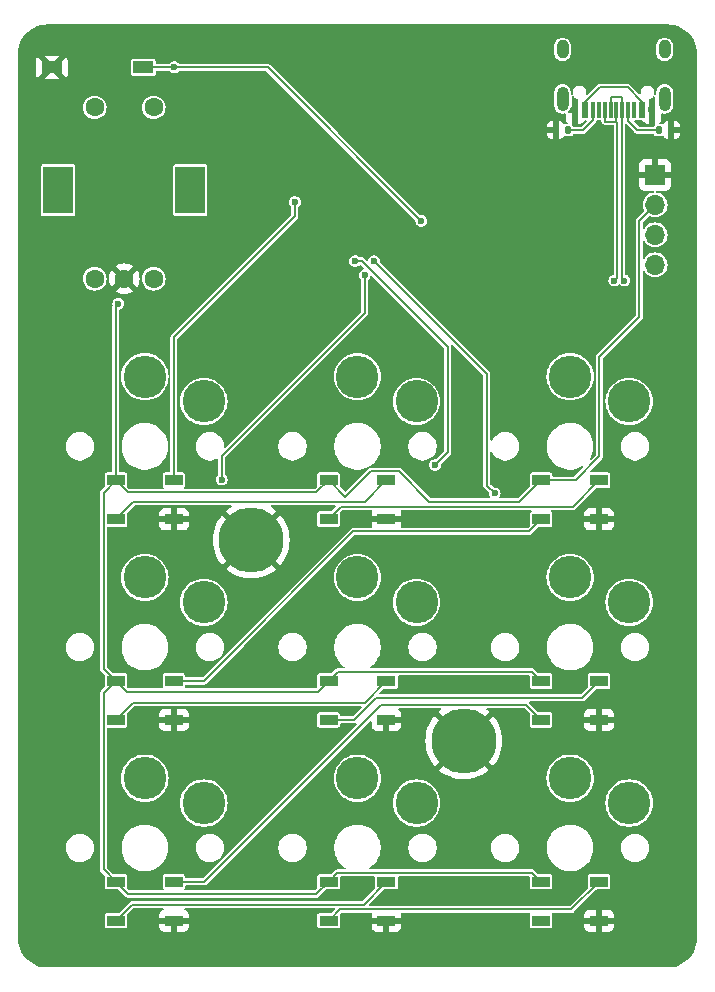
<source format=gbr>
%TF.GenerationSoftware,KiCad,Pcbnew,8.0.3*%
%TF.CreationDate,2024-08-13T15:55:55-04:00*%
%TF.ProjectId,MACROPAD,4d414352-4f50-4414-942e-6b696361645f,rev?*%
%TF.SameCoordinates,Original*%
%TF.FileFunction,Copper,L1,Top*%
%TF.FilePolarity,Positive*%
%FSLAX46Y46*%
G04 Gerber Fmt 4.6, Leading zero omitted, Abs format (unit mm)*
G04 Created by KiCad (PCBNEW 8.0.3) date 2024-08-13 15:55:55*
%MOMM*%
%LPD*%
G01*
G04 APERTURE LIST*
G04 Aperture macros list*
%AMRoundRect*
0 Rectangle with rounded corners*
0 $1 Rounding radius*
0 $2 $3 $4 $5 $6 $7 $8 $9 X,Y pos of 4 corners*
0 Add a 4 corners polygon primitive as box body*
4,1,4,$2,$3,$4,$5,$6,$7,$8,$9,$2,$3,0*
0 Add four circle primitives for the rounded corners*
1,1,$1+$1,$2,$3*
1,1,$1+$1,$4,$5*
1,1,$1+$1,$6,$7*
1,1,$1+$1,$8,$9*
0 Add four rect primitives between the rounded corners*
20,1,$1+$1,$2,$3,$4,$5,0*
20,1,$1+$1,$4,$5,$6,$7,0*
20,1,$1+$1,$6,$7,$8,$9,0*
20,1,$1+$1,$8,$9,$2,$3,0*%
G04 Aperture macros list end*
%TA.AperFunction,ComponentPad*%
%ADD10R,1.700000X1.700000*%
%TD*%
%TA.AperFunction,ComponentPad*%
%ADD11O,1.700000X1.700000*%
%TD*%
%TA.AperFunction,SMDPad,CuDef*%
%ADD12R,1.750000X1.000000*%
%TD*%
%TA.AperFunction,ComponentPad*%
%ADD13C,3.600000*%
%TD*%
%TA.AperFunction,SMDPad,CuDef*%
%ADD14R,1.500000X0.900000*%
%TD*%
%TA.AperFunction,ComponentPad*%
%ADD15C,5.500000*%
%TD*%
%TA.AperFunction,SMDPad,CuDef*%
%ADD16RoundRect,0.135000X-0.135000X-0.185000X0.135000X-0.185000X0.135000X0.185000X-0.135000X0.185000X0*%
%TD*%
%TA.AperFunction,SMDPad,CuDef*%
%ADD17RoundRect,0.135000X0.135000X0.185000X-0.135000X0.185000X-0.135000X-0.185000X0.135000X-0.185000X0*%
%TD*%
%TA.AperFunction,SMDPad,CuDef*%
%ADD18R,0.600000X1.450000*%
%TD*%
%TA.AperFunction,SMDPad,CuDef*%
%ADD19R,0.300000X1.450000*%
%TD*%
%TA.AperFunction,ComponentPad*%
%ADD20O,1.000000X2.100000*%
%TD*%
%TA.AperFunction,ComponentPad*%
%ADD21O,1.000000X1.600000*%
%TD*%
%TA.AperFunction,ComponentPad*%
%ADD22C,1.600000*%
%TD*%
%TA.AperFunction,ComponentPad*%
%ADD23R,2.500000X4.000000*%
%TD*%
%TA.AperFunction,ViaPad*%
%ADD24C,0.600000*%
%TD*%
%TA.AperFunction,Conductor*%
%ADD25C,0.200000*%
%TD*%
%TA.AperFunction,Conductor*%
%ADD26C,0.150000*%
%TD*%
G04 APERTURE END LIST*
D10*
%TO.P,J2,1,Pin_1*%
%TO.N,GND*%
X167350000Y-60712500D03*
D11*
%TO.P,J2,2,Pin_2*%
%TO.N,+5V*%
X167350000Y-63252500D03*
%TO.P,J2,3,Pin_3*%
%TO.N,Display SCL*%
X167350000Y-65792500D03*
%TO.P,J2,4,Pin_4*%
%TO.N,Display SDA*%
X167350000Y-68332500D03*
%TD*%
D12*
%TO.P,SW1,2,2*%
%TO.N,Net-(U3-~{RESET})*%
X124025000Y-51612500D03*
%TO.P,SW1,1,1*%
%TO.N,GND*%
X116275000Y-51612500D03*
%TD*%
D13*
%TO.P,S1,1,1*%
%TO.N,Column 0*%
X124150000Y-77800000D03*
%TO.P,S1,2,2*%
%TO.N,Net-(D1-A)*%
X129150000Y-79900000D03*
%TD*%
%TO.P,S3,2,2*%
%TO.N,Net-(D3-A)*%
X165150000Y-79900000D03*
%TO.P,S3,1,1*%
%TO.N,Column 0*%
X160150000Y-77800000D03*
%TD*%
D14*
%TO.P,D12,4,DIN*%
%TO.N,Net-(D11-DOUT)*%
X162600000Y-86565625D03*
%TO.P,D12,3,VSS*%
%TO.N,GND*%
X162600000Y-89865625D03*
%TO.P,D12,2,DOUT*%
%TO.N,Net-(D12-DOUT)*%
X157700000Y-89865625D03*
%TO.P,D12,1,VDD*%
%TO.N,+5V*%
X157700000Y-86565625D03*
%TD*%
D15*
%TO.P,H2,1,1*%
%TO.N,GND*%
X151150000Y-108625000D03*
%TD*%
D14*
%TO.P,D16,1,VDD*%
%TO.N,+5V*%
X121700000Y-120565625D03*
%TO.P,D16,2,DOUT*%
%TO.N,Net-(D16-DOUT)*%
X121700000Y-123865625D03*
%TO.P,D16,3,VSS*%
%TO.N,GND*%
X126600000Y-123865625D03*
%TO.P,D16,4,DIN*%
%TO.N,Net-(D15-DOUT)*%
X126600000Y-120565625D03*
%TD*%
D15*
%TO.P,H1,1,1*%
%TO.N,GND*%
X133150000Y-91625000D03*
%TD*%
D13*
%TO.P,S8,2,2*%
%TO.N,Net-(D8-A)*%
X147150000Y-113900000D03*
%TO.P,S8,1,1*%
%TO.N,Column 2*%
X142150000Y-111800000D03*
%TD*%
D16*
%TO.P,R4,2*%
%TO.N,GND*%
X168730000Y-56925000D03*
%TO.P,R4,1*%
%TO.N,Net-(J1-CC1)*%
X167710000Y-56925000D03*
%TD*%
D13*
%TO.P,S9,2,2*%
%TO.N,Net-(D9-A)*%
X165150000Y-113900000D03*
%TO.P,S9,1,1*%
%TO.N,Column 2*%
X160150000Y-111800000D03*
%TD*%
D17*
%TO.P,R5,1*%
%TO.N,Net-(J1-CC2)*%
X159950000Y-56925000D03*
%TO.P,R5,2*%
%TO.N,GND*%
X158930000Y-56925000D03*
%TD*%
D18*
%TO.P,J1,A1,GND*%
%TO.N,GND*%
X167080000Y-55187500D03*
%TO.P,J1,A4,VBUS*%
%TO.N,VBUS*%
X166280000Y-55187500D03*
D19*
%TO.P,J1,A5,CC1*%
%TO.N,Net-(J1-CC1)*%
X165080000Y-55187500D03*
%TO.P,J1,A6,D+*%
%TO.N,/USB_D+*%
X164080000Y-55187500D03*
%TO.P,J1,A7,D-*%
%TO.N,/USB_D-*%
X163580000Y-55187500D03*
%TO.P,J1,A8,SBU1*%
%TO.N,unconnected-(J1-SBU1-PadA8)*%
X162580000Y-55187500D03*
D18*
%TO.P,J1,A9,VBUS*%
%TO.N,VBUS*%
X161380000Y-55187500D03*
%TO.P,J1,A12,GND*%
%TO.N,GND*%
X160580000Y-55187500D03*
%TO.P,J1,B1,GND*%
X160580000Y-55187500D03*
%TO.P,J1,B4,VBUS*%
%TO.N,VBUS*%
X161380000Y-55187500D03*
D19*
%TO.P,J1,B5,CC2*%
%TO.N,Net-(J1-CC2)*%
X162080000Y-55187500D03*
%TO.P,J1,B6,D+*%
%TO.N,/USB_D+*%
X163080000Y-55187500D03*
%TO.P,J1,B7,D-*%
%TO.N,/USB_D-*%
X164580000Y-55187500D03*
%TO.P,J1,B8,SBU2*%
%TO.N,unconnected-(J1-SBU2-PadB8)*%
X165580000Y-55187500D03*
D18*
%TO.P,J1,B9,VBUS*%
%TO.N,VBUS*%
X166280000Y-55187500D03*
%TO.P,J1,B12,GND*%
%TO.N,GND*%
X167080000Y-55187500D03*
D20*
%TO.P,J1,S1,SHIELD*%
%TO.N,unconnected-(J1-SHIELD-PadS1)*%
X168150000Y-54272500D03*
D21*
%TO.N,unconnected-(J1-SHIELD-PadS1)_1*%
X168150000Y-50092500D03*
D20*
%TO.N,unconnected-(J1-SHIELD-PadS1)_2*%
X159510000Y-54272500D03*
D21*
%TO.N,unconnected-(J1-SHIELD-PadS1)_0*%
X159510000Y-50092500D03*
%TD*%
D14*
%TO.P,D14,4,DIN*%
%TO.N,Net-(D13-DOUT)*%
X144600000Y-103565625D03*
%TO.P,D14,3,VSS*%
%TO.N,GND*%
X144600000Y-106865625D03*
%TO.P,D14,2,DOUT*%
%TO.N,Net-(D14-DOUT)*%
X139700000Y-106865625D03*
%TO.P,D14,1,VDD*%
%TO.N,+5V*%
X139700000Y-103565625D03*
%TD*%
D13*
%TO.P,S5,2,2*%
%TO.N,Net-(D5-A)*%
X147150000Y-96900000D03*
%TO.P,S5,1,1*%
%TO.N,Column 1*%
X142150000Y-94800000D03*
%TD*%
D14*
%TO.P,D17,1,VDD*%
%TO.N,+5V*%
X139700000Y-120565625D03*
%TO.P,D17,2,DOUT*%
%TO.N,Net-(D17-DOUT)*%
X139700000Y-123865625D03*
%TO.P,D17,3,VSS*%
%TO.N,GND*%
X144600000Y-123865625D03*
%TO.P,D17,4,DIN*%
%TO.N,Net-(D16-DOUT)*%
X144600000Y-120565625D03*
%TD*%
D13*
%TO.P,S4,2,2*%
%TO.N,Net-(D4-A)*%
X129150000Y-96900000D03*
%TO.P,S4,1,1*%
%TO.N,Column 1*%
X124150000Y-94800000D03*
%TD*%
D14*
%TO.P,D11,4,DIN*%
%TO.N,Net-(D10-DOUT)*%
X144600000Y-86565625D03*
%TO.P,D11,3,VSS*%
%TO.N,GND*%
X144600000Y-89865625D03*
%TO.P,D11,2,DOUT*%
%TO.N,Net-(D11-DOUT)*%
X139700000Y-89865625D03*
%TO.P,D11,1,VDD*%
%TO.N,+5V*%
X139700000Y-86565625D03*
%TD*%
%TO.P,D15,4,DIN*%
%TO.N,Net-(D14-DOUT)*%
X162600000Y-103565625D03*
%TO.P,D15,3,VSS*%
%TO.N,GND*%
X162600000Y-106865625D03*
%TO.P,D15,2,DOUT*%
%TO.N,Net-(D15-DOUT)*%
X157700000Y-106865625D03*
%TO.P,D15,1,VDD*%
%TO.N,+5V*%
X157700000Y-103565625D03*
%TD*%
D13*
%TO.P,S6,1,1*%
%TO.N,Column 1*%
X160150000Y-94800000D03*
%TO.P,S6,2,2*%
%TO.N,Net-(D6-A)*%
X165150000Y-96900000D03*
%TD*%
D14*
%TO.P,D18,1,VDD*%
%TO.N,+5V*%
X157700000Y-120565625D03*
%TO.P,D18,2,DOUT*%
%TO.N,unconnected-(D18-DOUT-Pad2)*%
X157700000Y-123865625D03*
%TO.P,D18,3,VSS*%
%TO.N,GND*%
X162600000Y-123865625D03*
%TO.P,D18,4,DIN*%
%TO.N,Net-(D17-DOUT)*%
X162600000Y-120565625D03*
%TD*%
%TO.P,D13,4,DIN*%
%TO.N,Net-(D12-DOUT)*%
X126600000Y-103565625D03*
%TO.P,D13,3,VSS*%
%TO.N,GND*%
X126600000Y-106865625D03*
%TO.P,D13,2,DOUT*%
%TO.N,Net-(D13-DOUT)*%
X121700000Y-106865625D03*
%TO.P,D13,1,VDD*%
%TO.N,+5V*%
X121700000Y-103565625D03*
%TD*%
D13*
%TO.P,S7,2,2*%
%TO.N,Net-(D7-A)*%
X129150000Y-113900000D03*
%TO.P,S7,1,1*%
%TO.N,Column 2*%
X124150000Y-111800000D03*
%TD*%
D14*
%TO.P,D10,1,VDD*%
%TO.N,+5V*%
X121700000Y-86565625D03*
%TO.P,D10,2,DOUT*%
%TO.N,Net-(D10-DOUT)*%
X121700000Y-89865625D03*
%TO.P,D10,3,VSS*%
%TO.N,GND*%
X126600000Y-89865625D03*
%TO.P,D10,4,DIN*%
%TO.N,LED Input*%
X126600000Y-86565625D03*
%TD*%
D22*
%TO.P,SW2,A,A*%
%TO.N,Net-(R10-Pad2)*%
X119900000Y-69512500D03*
%TO.P,SW2,B,B*%
%TO.N,Net-(R6-Pad2)*%
X124900000Y-69512500D03*
%TO.P,SW2,C,C*%
%TO.N,GND*%
X122400000Y-69512500D03*
%TO.P,SW2,S1,S1*%
%TO.N,+5V*%
X119900000Y-55012500D03*
%TO.P,SW2,S2,S2*%
%TO.N,RE Switch*%
X124900000Y-55012500D03*
D23*
%TO.P,SW2,SH*%
%TO.N,N/C*%
X116800000Y-62012500D03*
X128000000Y-62012500D03*
%TD*%
D13*
%TO.P,S2,2,2*%
%TO.N,Net-(D2-A)*%
X147150000Y-79900000D03*
%TO.P,S2,1,1*%
%TO.N,Column 0*%
X142150000Y-77800000D03*
%TD*%
D24*
%TO.N,GND*%
X144374265Y-58712500D03*
X145680000Y-76742500D03*
X145080000Y-64642500D03*
%TO.N,Column 1*%
X141950000Y-68012500D03*
%TO.N,LED Input*%
X136850000Y-63012500D03*
%TO.N,Row 0*%
X142750000Y-69212500D03*
X130650000Y-86512500D03*
%TO.N,Row 1*%
X143550000Y-68012500D03*
%TO.N,/USB_D-*%
X164755000Y-69662500D03*
%TO.N,/USB_D+*%
X163905000Y-69662500D03*
%TO.N,Net-(U3-~{RESET})*%
X126650000Y-51612500D03*
X147550000Y-64612500D03*
%TO.N,+5V*%
X121910000Y-71612500D03*
%TO.N,Column 1*%
X148718750Y-85281250D03*
%TO.N,Row 1*%
X153768833Y-87693667D03*
%TD*%
D25*
%TO.N,Column 1*%
X149810000Y-75272500D02*
X149810000Y-84190000D01*
X149810000Y-84190000D02*
X148718750Y-85281250D01*
X142550000Y-68012500D02*
X149810000Y-75272500D01*
X141950000Y-68012500D02*
X142550000Y-68012500D01*
%TO.N,Row 0*%
X130650000Y-84538478D02*
X130650000Y-86512500D01*
X142750000Y-69212500D02*
X142750000Y-72438478D01*
X142750000Y-72438478D02*
X130650000Y-84538478D01*
%TO.N,LED Input*%
X136850000Y-64212500D02*
X126600000Y-74462500D01*
X136850000Y-63012500D02*
X136850000Y-64212500D01*
X126600000Y-74462500D02*
X126600000Y-86565625D01*
%TO.N,Row 1*%
X143550000Y-68012500D02*
X153110000Y-77572500D01*
X153110000Y-77572500D02*
X153110000Y-87034834D01*
X153110000Y-87034834D02*
X153768833Y-87693667D01*
D26*
%TO.N,/USB_D-*%
X164530000Y-56325001D02*
X164530000Y-69437500D01*
X164530000Y-69437500D02*
X164755000Y-69662500D01*
X164580000Y-56275001D02*
X164530000Y-56325001D01*
%TO.N,/USB_D+*%
X164130000Y-69437500D02*
X163905000Y-69662500D01*
X164130000Y-56325001D02*
X164130000Y-69437500D01*
X164080000Y-56275001D02*
X164130000Y-56325001D01*
X164080000Y-55187500D02*
X164080000Y-56275001D01*
%TO.N,/USB_D-*%
X164580000Y-55187500D02*
X164580000Y-56275001D01*
D25*
%TO.N,Net-(U3-~{RESET})*%
X126650000Y-51612500D02*
X124025000Y-51612500D01*
X134550000Y-51612500D02*
X147550000Y-64612500D01*
X126650000Y-51612500D02*
X134550000Y-51612500D01*
%TO.N,Net-(D12-DOUT)*%
X129134375Y-103565625D02*
X126600000Y-103565625D01*
X141800000Y-90900000D02*
X129134375Y-103565625D01*
X156665625Y-90900000D02*
X141800000Y-90900000D01*
X157700000Y-89865625D02*
X156665625Y-90900000D01*
%TO.N,Net-(D15-DOUT)*%
X129184375Y-120565625D02*
X126600000Y-120565625D01*
X157700000Y-106865625D02*
X156409375Y-105575000D01*
X156409375Y-105575000D02*
X144175000Y-105575000D01*
X144175000Y-105575000D02*
X129184375Y-120565625D01*
%TO.N,+5V*%
X121700000Y-86565625D02*
X121700000Y-71822500D01*
X121700000Y-71822500D02*
X121910000Y-71612500D01*
X143318750Y-85815625D02*
X145650000Y-85815625D01*
X145650000Y-85815625D02*
X148234375Y-88400000D01*
X148234375Y-88400000D02*
X155865625Y-88400000D01*
X139700000Y-86565625D02*
X141134375Y-88000000D01*
X141134375Y-88000000D02*
X143318750Y-85815625D01*
X155865625Y-88400000D02*
X157700000Y-86565625D01*
X160621875Y-86565625D02*
X157700000Y-86565625D01*
X166020000Y-72767500D02*
X162627500Y-76160000D01*
X162627500Y-76160000D02*
X162627500Y-84560000D01*
X166020000Y-64582500D02*
X166020000Y-72767500D01*
X162627500Y-84560000D02*
X160621875Y-86565625D01*
X167350000Y-63252500D02*
X166020000Y-64582500D01*
D26*
%TO.N,/USB_D-*%
X163630000Y-54162500D02*
X164530000Y-54162500D01*
X164530000Y-54162500D02*
X164580000Y-54212500D01*
X163580000Y-54212500D02*
X163630000Y-54162500D01*
X164580000Y-54212500D02*
X164580000Y-55187500D01*
X163580000Y-55187500D02*
X163580000Y-54212500D01*
%TO.N,/USB_D+*%
X163130000Y-56212500D02*
X164030000Y-56212500D01*
X164080000Y-56162500D02*
X164080000Y-55187500D01*
X163080000Y-56162500D02*
X163130000Y-56212500D01*
X163080000Y-55187500D02*
X163080000Y-56162500D01*
D25*
%TO.N,Net-(J1-CC1)*%
X165080000Y-56162500D02*
X165080000Y-55187500D01*
X165842500Y-56925000D02*
X165080000Y-56162500D01*
X167710000Y-56925000D02*
X165842500Y-56925000D01*
%TO.N,Net-(J1-CC2)*%
X161267500Y-56925000D02*
X162080000Y-56112500D01*
X159950000Y-56925000D02*
X161267500Y-56925000D01*
X162080000Y-56112500D02*
X162080000Y-55187500D01*
%TO.N,VBUS*%
X166280000Y-55187500D02*
X166280000Y-54542500D01*
X162650000Y-53312500D02*
X161380000Y-54582500D01*
X166280000Y-54542500D02*
X165050000Y-53312500D01*
X161380000Y-54582500D02*
X161380000Y-55187500D01*
X165050000Y-53312500D02*
X162650000Y-53312500D01*
%TO.N,+5V*%
X140465625Y-102800000D02*
X156934375Y-102800000D01*
X139700000Y-103565625D02*
X138765625Y-104500000D01*
X122634375Y-104500000D02*
X121700000Y-103565625D01*
X120650000Y-104615625D02*
X120650000Y-119515625D01*
X121700000Y-103565625D02*
X120650000Y-104615625D01*
X139700000Y-86565625D02*
X138665625Y-87600000D01*
X122734375Y-121600000D02*
X121700000Y-120565625D01*
X156950000Y-119815625D02*
X157700000Y-120565625D01*
X138665625Y-87600000D02*
X122734375Y-87600000D01*
X120650000Y-119515625D02*
X121700000Y-120565625D01*
X138665625Y-121600000D02*
X122734375Y-121600000D01*
X139700000Y-120565625D02*
X140450000Y-119815625D01*
X121700000Y-86565625D02*
X120650000Y-87615625D01*
X120650000Y-102515625D02*
X121700000Y-103565625D01*
X138765625Y-104500000D02*
X122634375Y-104500000D01*
X120650000Y-87615625D02*
X120650000Y-102515625D01*
X156934375Y-102800000D02*
X157700000Y-103565625D01*
X140450000Y-119815625D02*
X156950000Y-119815625D01*
X139700000Y-120565625D02*
X138665625Y-121600000D01*
X122734375Y-87600000D02*
X121700000Y-86565625D01*
X139700000Y-103565625D02*
X140465625Y-102800000D01*
%TO.N,Net-(D10-DOUT)*%
X144600000Y-86565625D02*
X142765625Y-88400000D01*
X142765625Y-88400000D02*
X123165625Y-88400000D01*
X123165625Y-88400000D02*
X121700000Y-89865625D01*
%TO.N,Net-(D11-DOUT)*%
X140765625Y-88800000D02*
X139700000Y-89865625D01*
X160365625Y-88800000D02*
X140765625Y-88800000D01*
X162600000Y-86565625D02*
X160365625Y-88800000D01*
%TO.N,Net-(D13-DOUT)*%
X142765625Y-105400000D02*
X123165625Y-105400000D01*
X144600000Y-103565625D02*
X142765625Y-105400000D01*
X123165625Y-105400000D02*
X121700000Y-106865625D01*
%TO.N,Net-(D14-DOUT)*%
X143731311Y-105000000D02*
X141865686Y-106865625D01*
X161165625Y-105000000D02*
X143731311Y-105000000D01*
X141865686Y-106865625D02*
X139700000Y-106865625D01*
X162600000Y-103565625D02*
X161165625Y-105000000D01*
%TO.N,Net-(D16-DOUT)*%
X121700000Y-123865625D02*
X123065625Y-122500000D01*
X142665625Y-122500000D02*
X144600000Y-120565625D01*
X123065625Y-122500000D02*
X142665625Y-122500000D01*
%TO.N,Net-(D17-DOUT)*%
X162600000Y-120565625D02*
X160265625Y-122900000D01*
X140665625Y-122900000D02*
X139700000Y-123865625D01*
X160265625Y-122900000D02*
X140665625Y-122900000D01*
D26*
%TO.N,/USB_D+*%
X164030000Y-56212500D02*
X164080000Y-56162500D01*
%TD*%
%TA.AperFunction,Conductor*%
%TO.N,GND*%
G36*
X142479514Y-105722174D02*
G01*
X142501188Y-105774500D01*
X142479514Y-105826826D01*
X141762889Y-106543451D01*
X141710563Y-106565125D01*
X140724500Y-106565125D01*
X140672174Y-106543451D01*
X140650500Y-106491125D01*
X140650500Y-106395878D01*
X140644914Y-106367796D01*
X140638867Y-106337394D01*
X140630585Y-106325000D01*
X140619389Y-106308244D01*
X140594552Y-106271073D01*
X140572343Y-106256233D01*
X140528232Y-106226758D01*
X140528233Y-106226758D01*
X140498989Y-106220941D01*
X140469748Y-106215125D01*
X138930252Y-106215125D01*
X138901010Y-106220941D01*
X138871767Y-106226758D01*
X138805449Y-106271072D01*
X138805447Y-106271074D01*
X138761133Y-106337392D01*
X138761133Y-106337394D01*
X138749500Y-106395877D01*
X138749500Y-107335373D01*
X138757255Y-107374361D01*
X138761133Y-107393857D01*
X138780610Y-107423005D01*
X138805448Y-107460177D01*
X138849560Y-107489652D01*
X138871767Y-107504491D01*
X138871768Y-107504491D01*
X138871769Y-107504492D01*
X138930252Y-107516125D01*
X138930254Y-107516125D01*
X140469746Y-107516125D01*
X140469748Y-107516125D01*
X140528231Y-107504492D01*
X140594552Y-107460177D01*
X140638867Y-107393856D01*
X140650500Y-107335373D01*
X140650500Y-107240125D01*
X140672174Y-107187799D01*
X140724500Y-107166125D01*
X141905249Y-107166125D01*
X141925239Y-107160768D01*
X141981675Y-107145646D01*
X141981677Y-107145644D01*
X141984986Y-107144758D01*
X142041139Y-107152149D01*
X142075618Y-107197082D01*
X142068227Y-107253235D01*
X142056466Y-107268562D01*
X129081578Y-120243451D01*
X129029252Y-120265125D01*
X127624500Y-120265125D01*
X127572174Y-120243451D01*
X127550500Y-120191125D01*
X127550500Y-120095878D01*
X127541245Y-120049350D01*
X127538867Y-120037394D01*
X127494552Y-119971073D01*
X127472343Y-119956233D01*
X127428232Y-119926758D01*
X127428233Y-119926758D01*
X127398989Y-119920941D01*
X127369748Y-119915125D01*
X125830252Y-119915125D01*
X125801010Y-119920941D01*
X125771767Y-119926758D01*
X125705449Y-119971072D01*
X125705447Y-119971074D01*
X125661133Y-120037392D01*
X125661133Y-120037394D01*
X125649500Y-120095877D01*
X125649500Y-121035373D01*
X125657255Y-121074361D01*
X125661133Y-121093857D01*
X125671831Y-121109867D01*
X125705448Y-121160177D01*
X125711128Y-121163972D01*
X125742593Y-121211064D01*
X125731543Y-121266613D01*
X125684451Y-121298078D01*
X125670015Y-121299500D01*
X122889498Y-121299500D01*
X122837172Y-121277826D01*
X122669213Y-121109867D01*
X122647539Y-121057541D01*
X122648960Y-121043111D01*
X122650500Y-121035373D01*
X122650500Y-120095877D01*
X122638867Y-120037394D01*
X122594552Y-119971073D01*
X122572343Y-119956233D01*
X122528232Y-119926758D01*
X122528233Y-119926758D01*
X122498989Y-119920941D01*
X122469748Y-119915125D01*
X122469746Y-119915125D01*
X121505123Y-119915125D01*
X121452797Y-119893451D01*
X120972174Y-119412828D01*
X120950500Y-119360502D01*
X120950500Y-117570520D01*
X122174500Y-117570520D01*
X122174500Y-117829479D01*
X122208300Y-118086226D01*
X122275324Y-118336365D01*
X122374424Y-118575612D01*
X122374425Y-118575615D01*
X122503904Y-118799880D01*
X122503908Y-118799886D01*
X122661553Y-119005333D01*
X122844666Y-119188446D01*
X123050113Y-119346091D01*
X123050119Y-119346095D01*
X123181542Y-119421972D01*
X123274384Y-119475574D01*
X123513634Y-119574675D01*
X123763772Y-119641699D01*
X124020519Y-119675500D01*
X124020521Y-119675500D01*
X124279479Y-119675500D01*
X124279481Y-119675500D01*
X124536228Y-119641699D01*
X124786366Y-119574675D01*
X125025616Y-119475574D01*
X125249884Y-119346093D01*
X125455333Y-119188447D01*
X125638447Y-119005333D01*
X125796093Y-118799884D01*
X125925574Y-118575616D01*
X126024675Y-118336366D01*
X126091699Y-118086228D01*
X126125500Y-117829481D01*
X126125500Y-117605518D01*
X128449500Y-117605518D01*
X128449500Y-117794481D01*
X128479059Y-117981115D01*
X128479062Y-117981128D01*
X128537449Y-118160824D01*
X128537452Y-118160831D01*
X128537453Y-118160832D01*
X128623240Y-118329199D01*
X128734310Y-118482073D01*
X128867927Y-118615690D01*
X129020801Y-118726760D01*
X129189168Y-118812547D01*
X129189171Y-118812547D01*
X129189175Y-118812550D01*
X129368871Y-118870937D01*
X129368877Y-118870938D01*
X129368882Y-118870940D01*
X129493306Y-118890646D01*
X129555518Y-118900500D01*
X129555519Y-118900500D01*
X129744482Y-118900500D01*
X129791140Y-118893110D01*
X129931118Y-118870940D01*
X129931125Y-118870937D01*
X129931128Y-118870937D01*
X130110824Y-118812550D01*
X130110826Y-118812548D01*
X130110832Y-118812547D01*
X130279199Y-118726760D01*
X130432073Y-118615690D01*
X130565690Y-118482073D01*
X130676760Y-118329199D01*
X130762547Y-118160832D01*
X130786788Y-118086228D01*
X130820937Y-117981128D01*
X130820937Y-117981125D01*
X130820940Y-117981118D01*
X130850500Y-117794481D01*
X130850500Y-117605519D01*
X130820940Y-117418882D01*
X130820938Y-117418877D01*
X130820937Y-117418871D01*
X130762550Y-117239175D01*
X130762547Y-117239171D01*
X130762547Y-117239168D01*
X130676760Y-117070801D01*
X130565690Y-116917927D01*
X130432073Y-116784310D01*
X130432070Y-116784307D01*
X130432068Y-116784306D01*
X130279198Y-116673239D01*
X130110824Y-116587449D01*
X129931128Y-116529062D01*
X129931115Y-116529059D01*
X129744482Y-116499500D01*
X129744481Y-116499500D01*
X129555519Y-116499500D01*
X129555518Y-116499500D01*
X129368884Y-116529059D01*
X129368871Y-116529062D01*
X129189175Y-116587449D01*
X129020801Y-116673239D01*
X128867931Y-116784306D01*
X128734306Y-116917931D01*
X128623239Y-117070801D01*
X128537449Y-117239175D01*
X128479062Y-117418871D01*
X128479059Y-117418884D01*
X128449500Y-117605518D01*
X126125500Y-117605518D01*
X126125500Y-117570519D01*
X126091699Y-117313772D01*
X126024675Y-117063634D01*
X125925574Y-116824384D01*
X125796093Y-116600116D01*
X125786376Y-116587453D01*
X125638446Y-116394666D01*
X125455333Y-116211553D01*
X125249886Y-116053908D01*
X125249880Y-116053904D01*
X125025615Y-115924425D01*
X125025612Y-115924424D01*
X124786365Y-115825324D01*
X124536226Y-115758300D01*
X124347081Y-115733399D01*
X124279481Y-115724500D01*
X124020519Y-115724500D01*
X123960783Y-115732364D01*
X123763773Y-115758300D01*
X123513634Y-115825324D01*
X123274387Y-115924424D01*
X123274384Y-115924425D01*
X123050119Y-116053904D01*
X123050113Y-116053908D01*
X122844666Y-116211553D01*
X122661553Y-116394666D01*
X122503908Y-116600113D01*
X122503904Y-116600119D01*
X122374425Y-116824384D01*
X122374424Y-116824387D01*
X122275324Y-117063634D01*
X122208300Y-117313773D01*
X122174500Y-117570520D01*
X120950500Y-117570520D01*
X120950500Y-113899993D01*
X127144390Y-113899993D01*
X127144390Y-113900006D01*
X127164803Y-114185425D01*
X127225630Y-114465042D01*
X127225635Y-114465060D01*
X127325630Y-114733156D01*
X127462772Y-114984313D01*
X127548517Y-115098855D01*
X127634261Y-115213395D01*
X127836605Y-115415739D01*
X128008415Y-115544354D01*
X128065686Y-115587227D01*
X128316843Y-115724369D01*
X128584939Y-115824364D01*
X128584945Y-115824365D01*
X128584954Y-115824369D01*
X128864572Y-115885196D01*
X128928000Y-115889732D01*
X129149993Y-115905610D01*
X129150000Y-115905610D01*
X129150007Y-115905610D01*
X129349799Y-115891320D01*
X129435428Y-115885196D01*
X129715046Y-115824369D01*
X129715057Y-115824364D01*
X129715060Y-115824364D01*
X129983156Y-115724369D01*
X129983156Y-115724368D01*
X129983161Y-115724367D01*
X130234315Y-115587226D01*
X130463395Y-115415739D01*
X130665739Y-115213395D01*
X130837226Y-114984315D01*
X130974367Y-114733161D01*
X131074369Y-114465046D01*
X131135196Y-114185428D01*
X131155610Y-113900000D01*
X131155610Y-113899993D01*
X131135897Y-113624369D01*
X131135196Y-113614572D01*
X131074369Y-113334954D01*
X131074365Y-113334945D01*
X131074364Y-113334939D01*
X130974369Y-113066843D01*
X130837227Y-112815686D01*
X130700590Y-112633161D01*
X130665739Y-112586605D01*
X130463395Y-112384261D01*
X130348855Y-112298517D01*
X130234313Y-112212772D01*
X129983156Y-112075630D01*
X129715060Y-111975635D01*
X129715042Y-111975630D01*
X129435425Y-111914803D01*
X129150007Y-111894390D01*
X129149993Y-111894390D01*
X128864574Y-111914803D01*
X128584957Y-111975630D01*
X128584939Y-111975635D01*
X128316843Y-112075630D01*
X128065686Y-112212772D01*
X127836602Y-112384263D01*
X127634263Y-112586602D01*
X127462772Y-112815686D01*
X127325630Y-113066843D01*
X127225635Y-113334939D01*
X127225630Y-113334957D01*
X127164803Y-113614574D01*
X127144390Y-113899993D01*
X120950500Y-113899993D01*
X120950500Y-111799993D01*
X122144390Y-111799993D01*
X122144390Y-111800006D01*
X122164803Y-112085425D01*
X122225630Y-112365042D01*
X122225635Y-112365060D01*
X122325630Y-112633156D01*
X122462772Y-112884313D01*
X122548517Y-112998855D01*
X122634261Y-113113395D01*
X122836605Y-113315739D01*
X123008415Y-113444354D01*
X123065686Y-113487227D01*
X123316843Y-113624369D01*
X123584939Y-113724364D01*
X123584945Y-113724365D01*
X123584954Y-113724369D01*
X123864572Y-113785196D01*
X123928000Y-113789732D01*
X124149993Y-113805610D01*
X124150000Y-113805610D01*
X124150007Y-113805610D01*
X124349799Y-113791320D01*
X124435428Y-113785196D01*
X124715046Y-113724369D01*
X124715057Y-113724364D01*
X124715060Y-113724364D01*
X124983156Y-113624369D01*
X124983156Y-113624368D01*
X124983161Y-113624367D01*
X125234315Y-113487226D01*
X125463395Y-113315739D01*
X125665739Y-113113395D01*
X125837226Y-112884315D01*
X125974367Y-112633161D01*
X125991733Y-112586602D01*
X126074364Y-112365060D01*
X126074364Y-112365057D01*
X126074369Y-112365046D01*
X126135196Y-112085428D01*
X126142000Y-111990285D01*
X126155610Y-111800006D01*
X126155610Y-111799993D01*
X126135196Y-111514574D01*
X126132163Y-111500631D01*
X126074369Y-111234954D01*
X126074365Y-111234945D01*
X126074364Y-111234939D01*
X125974369Y-110966843D01*
X125837227Y-110715686D01*
X125706820Y-110541483D01*
X125665739Y-110486605D01*
X125463395Y-110284261D01*
X125277029Y-110144749D01*
X125234313Y-110112772D01*
X124983156Y-109975630D01*
X124715060Y-109875635D01*
X124715042Y-109875630D01*
X124435425Y-109814803D01*
X124150007Y-109794390D01*
X124149993Y-109794390D01*
X123864574Y-109814803D01*
X123584957Y-109875630D01*
X123584939Y-109875635D01*
X123316843Y-109975630D01*
X123065686Y-110112772D01*
X122836602Y-110284263D01*
X122634263Y-110486602D01*
X122462772Y-110715686D01*
X122325630Y-110966843D01*
X122225635Y-111234939D01*
X122225630Y-111234957D01*
X122164803Y-111514574D01*
X122144390Y-111799993D01*
X120950500Y-111799993D01*
X120950500Y-107590125D01*
X120972174Y-107537799D01*
X121024500Y-107516125D01*
X122469746Y-107516125D01*
X122469748Y-107516125D01*
X122528231Y-107504492D01*
X122594552Y-107460177D01*
X122638867Y-107393856D01*
X122644915Y-107363453D01*
X125350000Y-107363453D01*
X125356402Y-107423000D01*
X125356403Y-107423005D01*
X125406645Y-107557712D01*
X125406646Y-107557713D01*
X125492811Y-107672813D01*
X125607911Y-107758978D01*
X125607912Y-107758979D01*
X125742619Y-107809221D01*
X125742624Y-107809222D01*
X125802171Y-107815625D01*
X126350000Y-107815625D01*
X126850000Y-107815625D01*
X127397829Y-107815625D01*
X127457375Y-107809222D01*
X127457380Y-107809221D01*
X127592087Y-107758979D01*
X127592088Y-107758978D01*
X127707188Y-107672813D01*
X127793353Y-107557713D01*
X127793354Y-107557712D01*
X127843596Y-107423005D01*
X127843597Y-107423000D01*
X127850000Y-107363453D01*
X127850000Y-107115625D01*
X126850000Y-107115625D01*
X126850000Y-107815625D01*
X126350000Y-107815625D01*
X126350000Y-107115625D01*
X125350000Y-107115625D01*
X125350000Y-107363453D01*
X122644915Y-107363453D01*
X122650500Y-107335373D01*
X122650500Y-106395877D01*
X122648961Y-106388143D01*
X122653008Y-106367796D01*
X125350000Y-106367796D01*
X125350000Y-106615625D01*
X126350000Y-106615625D01*
X126850000Y-106615625D01*
X127850000Y-106615625D01*
X127850000Y-106367796D01*
X127843597Y-106308249D01*
X127843596Y-106308244D01*
X127793354Y-106173537D01*
X127793353Y-106173536D01*
X127707188Y-106058436D01*
X127592088Y-105972271D01*
X127592087Y-105972270D01*
X127457380Y-105922028D01*
X127457375Y-105922027D01*
X127397829Y-105915625D01*
X126850000Y-105915625D01*
X126850000Y-106615625D01*
X126350000Y-106615625D01*
X126350000Y-105915625D01*
X125802171Y-105915625D01*
X125742624Y-105922027D01*
X125742619Y-105922028D01*
X125607912Y-105972270D01*
X125607911Y-105972271D01*
X125492811Y-106058436D01*
X125406646Y-106173536D01*
X125406645Y-106173537D01*
X125356403Y-106308244D01*
X125356402Y-106308249D01*
X125350000Y-106367796D01*
X122653008Y-106367796D01*
X122660009Y-106332597D01*
X122669208Y-106321386D01*
X123268422Y-105722174D01*
X123320748Y-105700500D01*
X142427188Y-105700500D01*
X142479514Y-105722174D01*
G37*
%TD.AperFunction*%
%TA.AperFunction,Conductor*%
G36*
X131492459Y-88722174D02*
G01*
X131514133Y-88774500D01*
X131492459Y-88826826D01*
X131478284Y-88837908D01*
X131323462Y-88931060D01*
X131042909Y-89144332D01*
X131042906Y-89144334D01*
X131032624Y-89154071D01*
X131709670Y-89831117D01*
X131630251Y-89892058D01*
X131417058Y-90105251D01*
X131356117Y-90184670D01*
X130681913Y-89510466D01*
X130681913Y-89510467D01*
X130558905Y-89655286D01*
X130558894Y-89655301D01*
X130361124Y-89946987D01*
X130196052Y-90258346D01*
X130196045Y-90258363D01*
X130065609Y-90585730D01*
X130065603Y-90585750D01*
X129971321Y-90925322D01*
X129971320Y-90925324D01*
X129914306Y-91273102D01*
X129914305Y-91273106D01*
X129895227Y-91624990D01*
X129895227Y-91625009D01*
X129914305Y-91976893D01*
X129914306Y-91976897D01*
X129971320Y-92324675D01*
X129971321Y-92324677D01*
X130065603Y-92664249D01*
X130065609Y-92664269D01*
X130196045Y-92991636D01*
X130196052Y-92991653D01*
X130361124Y-93303012D01*
X130558902Y-93594711D01*
X130681913Y-93739531D01*
X130681913Y-93739532D01*
X131356116Y-93065328D01*
X131417058Y-93144749D01*
X131630251Y-93357942D01*
X131709669Y-93418881D01*
X131032625Y-94095926D01*
X131042903Y-94105662D01*
X131323462Y-94318939D01*
X131625438Y-94500631D01*
X131945290Y-94648610D01*
X131945296Y-94648612D01*
X132279243Y-94761131D01*
X132279265Y-94761138D01*
X132623429Y-94836894D01*
X132623438Y-94836895D01*
X132973776Y-94874998D01*
X132973799Y-94875000D01*
X133326201Y-94875000D01*
X133326223Y-94874998D01*
X133676561Y-94836895D01*
X133676570Y-94836894D01*
X134020734Y-94761138D01*
X134020756Y-94761131D01*
X134354703Y-94648612D01*
X134354709Y-94648610D01*
X134674561Y-94500631D01*
X134976537Y-94318939D01*
X135257092Y-94105666D01*
X135267373Y-94095926D01*
X134590329Y-93418882D01*
X134669749Y-93357942D01*
X134882942Y-93144749D01*
X134943882Y-93065329D01*
X135618085Y-93739532D01*
X135741100Y-93594706D01*
X135938875Y-93303012D01*
X136103947Y-92991653D01*
X136103954Y-92991636D01*
X136234390Y-92664269D01*
X136234396Y-92664249D01*
X136328678Y-92324677D01*
X136328679Y-92324675D01*
X136385693Y-91976897D01*
X136385694Y-91976893D01*
X136404773Y-91625009D01*
X136404773Y-91624990D01*
X136385694Y-91273106D01*
X136385693Y-91273102D01*
X136328679Y-90925324D01*
X136328678Y-90925322D01*
X136234396Y-90585750D01*
X136234390Y-90585730D01*
X136103954Y-90258363D01*
X136103947Y-90258346D01*
X135938875Y-89946987D01*
X135741097Y-89655288D01*
X135618085Y-89510467D01*
X135618085Y-89510466D01*
X134943881Y-90184669D01*
X134882942Y-90105251D01*
X134669749Y-89892058D01*
X134590328Y-89831116D01*
X135267373Y-89154072D01*
X135257096Y-89144337D01*
X134976537Y-88931060D01*
X134821716Y-88837908D01*
X134788054Y-88792359D01*
X134796459Y-88736349D01*
X134842008Y-88702687D01*
X134859867Y-88700500D01*
X140261502Y-88700500D01*
X140313828Y-88722174D01*
X140335502Y-88774500D01*
X140313828Y-88826826D01*
X139947203Y-89193451D01*
X139894877Y-89215125D01*
X138930252Y-89215125D01*
X138901010Y-89220941D01*
X138871767Y-89226758D01*
X138805449Y-89271072D01*
X138805447Y-89271074D01*
X138761133Y-89337392D01*
X138761133Y-89337394D01*
X138749500Y-89395877D01*
X138749500Y-90335373D01*
X138757255Y-90374361D01*
X138761133Y-90393857D01*
X138780610Y-90423005D01*
X138805448Y-90460177D01*
X138849560Y-90489652D01*
X138871767Y-90504491D01*
X138871768Y-90504491D01*
X138871769Y-90504492D01*
X138930252Y-90516125D01*
X138930254Y-90516125D01*
X140469746Y-90516125D01*
X140469748Y-90516125D01*
X140528231Y-90504492D01*
X140594552Y-90460177D01*
X140638867Y-90393856D01*
X140650500Y-90335373D01*
X140650500Y-89395877D01*
X140648961Y-89388143D01*
X140660009Y-89332597D01*
X140669207Y-89321387D01*
X140868422Y-89122174D01*
X140920748Y-89100500D01*
X143327308Y-89100500D01*
X143379634Y-89122174D01*
X143401308Y-89174500D01*
X143396642Y-89200360D01*
X143356403Y-89308244D01*
X143356402Y-89308249D01*
X143350000Y-89367796D01*
X143350000Y-89615625D01*
X145850000Y-89615625D01*
X145850000Y-89367796D01*
X145843597Y-89308249D01*
X145843596Y-89308244D01*
X145803358Y-89200360D01*
X145805379Y-89143759D01*
X145846832Y-89105166D01*
X145872692Y-89100500D01*
X156816782Y-89100500D01*
X156869108Y-89122174D01*
X156890782Y-89174500D01*
X156869108Y-89226826D01*
X156857895Y-89236028D01*
X156805449Y-89271072D01*
X156805447Y-89271074D01*
X156761133Y-89337392D01*
X156749500Y-89395878D01*
X156749500Y-90335372D01*
X156751038Y-90343106D01*
X156739988Y-90398655D01*
X156730786Y-90409867D01*
X156562828Y-90577826D01*
X156510502Y-90599500D01*
X145884348Y-90599500D01*
X145832022Y-90577826D01*
X145810348Y-90525500D01*
X145815014Y-90499640D01*
X145843596Y-90423005D01*
X145843597Y-90423000D01*
X145850000Y-90363453D01*
X145850000Y-90115625D01*
X143350000Y-90115625D01*
X143350000Y-90363453D01*
X143356402Y-90423000D01*
X143356403Y-90423005D01*
X143384986Y-90499640D01*
X143382965Y-90556241D01*
X143341512Y-90594834D01*
X143315652Y-90599500D01*
X141839562Y-90599500D01*
X141760438Y-90599500D01*
X141684012Y-90619978D01*
X141684011Y-90619978D01*
X141684009Y-90619979D01*
X141684007Y-90619980D01*
X141615492Y-90659537D01*
X129031578Y-103243451D01*
X128979252Y-103265125D01*
X127624500Y-103265125D01*
X127572174Y-103243451D01*
X127550500Y-103191125D01*
X127550500Y-103095878D01*
X127541245Y-103049350D01*
X127538867Y-103037394D01*
X127494552Y-102971073D01*
X127472343Y-102956233D01*
X127428232Y-102926758D01*
X127428233Y-102926758D01*
X127398989Y-102920941D01*
X127369748Y-102915125D01*
X125830252Y-102915125D01*
X125801010Y-102920941D01*
X125771767Y-102926758D01*
X125705449Y-102971072D01*
X125705447Y-102971074D01*
X125661133Y-103037392D01*
X125661133Y-103037394D01*
X125649500Y-103095877D01*
X125649500Y-104035373D01*
X125658755Y-104081899D01*
X125661134Y-104093860D01*
X125662511Y-104097185D01*
X125662510Y-104100782D01*
X125662555Y-104101004D01*
X125662510Y-104101012D01*
X125662509Y-104153822D01*
X125622458Y-104193868D01*
X125594143Y-104199500D01*
X122789498Y-104199500D01*
X122737172Y-104177826D01*
X122669213Y-104109867D01*
X122647539Y-104057541D01*
X122648960Y-104043111D01*
X122650500Y-104035373D01*
X122650500Y-103095877D01*
X122638867Y-103037394D01*
X122594552Y-102971073D01*
X122572343Y-102956233D01*
X122528232Y-102926758D01*
X122528233Y-102926758D01*
X122498989Y-102920941D01*
X122469748Y-102915125D01*
X122469746Y-102915125D01*
X121505123Y-102915125D01*
X121452797Y-102893451D01*
X120972174Y-102412828D01*
X120950500Y-102360502D01*
X120950500Y-100570520D01*
X122174500Y-100570520D01*
X122174500Y-100829479D01*
X122208300Y-101086226D01*
X122275324Y-101336365D01*
X122374424Y-101575612D01*
X122374425Y-101575615D01*
X122503904Y-101799880D01*
X122503908Y-101799886D01*
X122661553Y-102005333D01*
X122844666Y-102188446D01*
X123050113Y-102346091D01*
X123050119Y-102346095D01*
X123187653Y-102425500D01*
X123274384Y-102475574D01*
X123513634Y-102574675D01*
X123763772Y-102641699D01*
X124020519Y-102675500D01*
X124020521Y-102675500D01*
X124279479Y-102675500D01*
X124279481Y-102675500D01*
X124536228Y-102641699D01*
X124786366Y-102574675D01*
X125025616Y-102475574D01*
X125249884Y-102346093D01*
X125455333Y-102188447D01*
X125638447Y-102005333D01*
X125796093Y-101799884D01*
X125925574Y-101575616D01*
X126024675Y-101336366D01*
X126091699Y-101086228D01*
X126125500Y-100829481D01*
X126125500Y-100605518D01*
X128449500Y-100605518D01*
X128449500Y-100794481D01*
X128479059Y-100981115D01*
X128479062Y-100981128D01*
X128537449Y-101160824D01*
X128537452Y-101160831D01*
X128537453Y-101160832D01*
X128623240Y-101329199D01*
X128734310Y-101482073D01*
X128867927Y-101615690D01*
X129020801Y-101726760D01*
X129189168Y-101812547D01*
X129189171Y-101812547D01*
X129189175Y-101812550D01*
X129368871Y-101870937D01*
X129368877Y-101870938D01*
X129368882Y-101870940D01*
X129493306Y-101890646D01*
X129555518Y-101900500D01*
X129555519Y-101900500D01*
X129744482Y-101900500D01*
X129791140Y-101893110D01*
X129931118Y-101870940D01*
X129931125Y-101870937D01*
X129931128Y-101870937D01*
X130110824Y-101812550D01*
X130110826Y-101812548D01*
X130110832Y-101812547D01*
X130279199Y-101726760D01*
X130432073Y-101615690D01*
X130565690Y-101482073D01*
X130676760Y-101329199D01*
X130762547Y-101160832D01*
X130786788Y-101086228D01*
X130820937Y-100981128D01*
X130820937Y-100981125D01*
X130820940Y-100981118D01*
X130850500Y-100794481D01*
X130850500Y-100605519D01*
X130820940Y-100418882D01*
X130820938Y-100418877D01*
X130820937Y-100418871D01*
X130762550Y-100239175D01*
X130762547Y-100239171D01*
X130762547Y-100239168D01*
X130676760Y-100070801D01*
X130565690Y-99917927D01*
X130432073Y-99784310D01*
X130432070Y-99784307D01*
X130432068Y-99784306D01*
X130279198Y-99673239D01*
X130110824Y-99587449D01*
X129931128Y-99529062D01*
X129931115Y-99529059D01*
X129744482Y-99499500D01*
X129744481Y-99499500D01*
X129555519Y-99499500D01*
X129555518Y-99499500D01*
X129368884Y-99529059D01*
X129368871Y-99529062D01*
X129189175Y-99587449D01*
X129020801Y-99673239D01*
X128867931Y-99784306D01*
X128734306Y-99917931D01*
X128623239Y-100070801D01*
X128537449Y-100239175D01*
X128479062Y-100418871D01*
X128479059Y-100418884D01*
X128449500Y-100605518D01*
X126125500Y-100605518D01*
X126125500Y-100570519D01*
X126091699Y-100313772D01*
X126024675Y-100063634D01*
X125925574Y-99824384D01*
X125796093Y-99600116D01*
X125786376Y-99587453D01*
X125638446Y-99394666D01*
X125455333Y-99211553D01*
X125249886Y-99053908D01*
X125249880Y-99053904D01*
X125025615Y-98924425D01*
X125025612Y-98924424D01*
X124786365Y-98825324D01*
X124536226Y-98758300D01*
X124347081Y-98733399D01*
X124279481Y-98724500D01*
X124020519Y-98724500D01*
X123960783Y-98732364D01*
X123763773Y-98758300D01*
X123513634Y-98825324D01*
X123274387Y-98924424D01*
X123274384Y-98924425D01*
X123050119Y-99053904D01*
X123050113Y-99053908D01*
X122844666Y-99211553D01*
X122661553Y-99394666D01*
X122503908Y-99600113D01*
X122503904Y-99600119D01*
X122374425Y-99824384D01*
X122374424Y-99824387D01*
X122275324Y-100063634D01*
X122208300Y-100313773D01*
X122174500Y-100570520D01*
X120950500Y-100570520D01*
X120950500Y-96899993D01*
X127144390Y-96899993D01*
X127144390Y-96900006D01*
X127164803Y-97185425D01*
X127225630Y-97465042D01*
X127225635Y-97465060D01*
X127325630Y-97733156D01*
X127462772Y-97984313D01*
X127548517Y-98098855D01*
X127634261Y-98213395D01*
X127836605Y-98415739D01*
X128008415Y-98544354D01*
X128065686Y-98587227D01*
X128316843Y-98724369D01*
X128584939Y-98824364D01*
X128584945Y-98824365D01*
X128584954Y-98824369D01*
X128864572Y-98885196D01*
X128928000Y-98889732D01*
X129149993Y-98905610D01*
X129150000Y-98905610D01*
X129150007Y-98905610D01*
X129349799Y-98891320D01*
X129435428Y-98885196D01*
X129715046Y-98824369D01*
X129715057Y-98824364D01*
X129715060Y-98824364D01*
X129983156Y-98724369D01*
X129983156Y-98724368D01*
X129983161Y-98724367D01*
X130234315Y-98587226D01*
X130463395Y-98415739D01*
X130665739Y-98213395D01*
X130837226Y-97984315D01*
X130974367Y-97733161D01*
X131074369Y-97465046D01*
X131135196Y-97185428D01*
X131155610Y-96900000D01*
X131155610Y-96899993D01*
X131135897Y-96624369D01*
X131135196Y-96614572D01*
X131074369Y-96334954D01*
X131074365Y-96334945D01*
X131074364Y-96334939D01*
X130974369Y-96066843D01*
X130837227Y-95815686D01*
X130700590Y-95633161D01*
X130665739Y-95586605D01*
X130463395Y-95384261D01*
X130348855Y-95298517D01*
X130234313Y-95212772D01*
X129983156Y-95075630D01*
X129715060Y-94975635D01*
X129715042Y-94975630D01*
X129435425Y-94914803D01*
X129150007Y-94894390D01*
X129149993Y-94894390D01*
X128864574Y-94914803D01*
X128584957Y-94975630D01*
X128584939Y-94975635D01*
X128316843Y-95075630D01*
X128065686Y-95212772D01*
X127836602Y-95384263D01*
X127634263Y-95586602D01*
X127462772Y-95815686D01*
X127325630Y-96066843D01*
X127225635Y-96334939D01*
X127225630Y-96334957D01*
X127164803Y-96614574D01*
X127144390Y-96899993D01*
X120950500Y-96899993D01*
X120950500Y-94799993D01*
X122144390Y-94799993D01*
X122144390Y-94800006D01*
X122164803Y-95085425D01*
X122225630Y-95365042D01*
X122225635Y-95365060D01*
X122325630Y-95633156D01*
X122462772Y-95884313D01*
X122548517Y-95998855D01*
X122634261Y-96113395D01*
X122836605Y-96315739D01*
X123008415Y-96444354D01*
X123065686Y-96487227D01*
X123316843Y-96624369D01*
X123584939Y-96724364D01*
X123584945Y-96724365D01*
X123584954Y-96724369D01*
X123864572Y-96785196D01*
X123928000Y-96789732D01*
X124149993Y-96805610D01*
X124150000Y-96805610D01*
X124150007Y-96805610D01*
X124349799Y-96791320D01*
X124435428Y-96785196D01*
X124715046Y-96724369D01*
X124715057Y-96724364D01*
X124715060Y-96724364D01*
X124983156Y-96624369D01*
X124983156Y-96624368D01*
X124983161Y-96624367D01*
X125234315Y-96487226D01*
X125463395Y-96315739D01*
X125665739Y-96113395D01*
X125837226Y-95884315D01*
X125974367Y-95633161D01*
X125991733Y-95586602D01*
X126074364Y-95365060D01*
X126074364Y-95365057D01*
X126074369Y-95365046D01*
X126135196Y-95085428D01*
X126142000Y-94990285D01*
X126155610Y-94800006D01*
X126155610Y-94799993D01*
X126135196Y-94514574D01*
X126132163Y-94500631D01*
X126074369Y-94234954D01*
X126074365Y-94234945D01*
X126074364Y-94234939D01*
X125974369Y-93966843D01*
X125837227Y-93715686D01*
X125706820Y-93541483D01*
X125665739Y-93486605D01*
X125463395Y-93284261D01*
X125277029Y-93144749D01*
X125234313Y-93112772D01*
X124983156Y-92975630D01*
X124715060Y-92875635D01*
X124715042Y-92875630D01*
X124435425Y-92814803D01*
X124150007Y-92794390D01*
X124149993Y-92794390D01*
X123864574Y-92814803D01*
X123584957Y-92875630D01*
X123584939Y-92875635D01*
X123316843Y-92975630D01*
X123065686Y-93112772D01*
X122836602Y-93284263D01*
X122634263Y-93486602D01*
X122462772Y-93715686D01*
X122325630Y-93966843D01*
X122225635Y-94234939D01*
X122225630Y-94234957D01*
X122164803Y-94514574D01*
X122144390Y-94799993D01*
X120950500Y-94799993D01*
X120950500Y-90590125D01*
X120972174Y-90537799D01*
X121024500Y-90516125D01*
X122469746Y-90516125D01*
X122469748Y-90516125D01*
X122528231Y-90504492D01*
X122594552Y-90460177D01*
X122638867Y-90393856D01*
X122644915Y-90363453D01*
X125350000Y-90363453D01*
X125356402Y-90423000D01*
X125356403Y-90423005D01*
X125406645Y-90557712D01*
X125406646Y-90557713D01*
X125492811Y-90672813D01*
X125607911Y-90758978D01*
X125607912Y-90758979D01*
X125742619Y-90809221D01*
X125742624Y-90809222D01*
X125802171Y-90815625D01*
X126350000Y-90815625D01*
X126850000Y-90815625D01*
X127397829Y-90815625D01*
X127457375Y-90809222D01*
X127457380Y-90809221D01*
X127592087Y-90758979D01*
X127592088Y-90758978D01*
X127707188Y-90672813D01*
X127793353Y-90557713D01*
X127793354Y-90557712D01*
X127843596Y-90423005D01*
X127843597Y-90423000D01*
X127850000Y-90363453D01*
X127850000Y-90115625D01*
X126850000Y-90115625D01*
X126850000Y-90815625D01*
X126350000Y-90815625D01*
X126350000Y-90115625D01*
X125350000Y-90115625D01*
X125350000Y-90363453D01*
X122644915Y-90363453D01*
X122650500Y-90335373D01*
X122650500Y-89395877D01*
X122648961Y-89388143D01*
X122653008Y-89367796D01*
X125350000Y-89367796D01*
X125350000Y-89615625D01*
X126350000Y-89615625D01*
X126850000Y-89615625D01*
X127850000Y-89615625D01*
X127850000Y-89367796D01*
X127843597Y-89308249D01*
X127843596Y-89308244D01*
X127793354Y-89173537D01*
X127793353Y-89173536D01*
X127707188Y-89058436D01*
X127592088Y-88972271D01*
X127592087Y-88972270D01*
X127457380Y-88922028D01*
X127457375Y-88922027D01*
X127397829Y-88915625D01*
X126850000Y-88915625D01*
X126850000Y-89615625D01*
X126350000Y-89615625D01*
X126350000Y-88915625D01*
X125802171Y-88915625D01*
X125742624Y-88922027D01*
X125742619Y-88922028D01*
X125607912Y-88972270D01*
X125607911Y-88972271D01*
X125492811Y-89058436D01*
X125406646Y-89173536D01*
X125406645Y-89173537D01*
X125356403Y-89308244D01*
X125356402Y-89308249D01*
X125350000Y-89367796D01*
X122653008Y-89367796D01*
X122660009Y-89332597D01*
X122669208Y-89321386D01*
X123268422Y-88722174D01*
X123320748Y-88700500D01*
X131440133Y-88700500D01*
X131492459Y-88722174D01*
G37*
%TD.AperFunction*%
%TA.AperFunction,Conductor*%
G36*
X160456326Y-54060795D02*
G01*
X160468084Y-54076119D01*
X160479485Y-54095865D01*
X160586635Y-54203015D01*
X160717865Y-54278781D01*
X160775153Y-54294131D01*
X160820086Y-54328609D01*
X160830000Y-54365609D01*
X160830000Y-56412500D01*
X160927829Y-56412500D01*
X160987375Y-56406097D01*
X160987380Y-56406096D01*
X161122087Y-56355854D01*
X161122088Y-56355853D01*
X161237188Y-56269688D01*
X161323353Y-56154587D01*
X161325021Y-56151535D01*
X161369121Y-56115997D01*
X161389969Y-56113000D01*
X161475877Y-56113000D01*
X161528203Y-56134674D01*
X161549877Y-56187000D01*
X161528203Y-56239326D01*
X161164703Y-56602826D01*
X161112377Y-56624500D01*
X160448468Y-56624500D01*
X160396142Y-56602826D01*
X160381401Y-56581773D01*
X160364066Y-56544597D01*
X160333310Y-56513841D01*
X160311636Y-56461515D01*
X160330000Y-56417180D01*
X160330000Y-55437500D01*
X160064307Y-55437500D01*
X160011981Y-55415826D01*
X159990307Y-55363500D01*
X160011980Y-55311175D01*
X160054114Y-55269042D01*
X160130775Y-55154311D01*
X160183580Y-55026828D01*
X160189501Y-54997063D01*
X160220967Y-54949971D01*
X160262079Y-54937500D01*
X160330000Y-54937500D01*
X160330000Y-54113121D01*
X160351674Y-54060795D01*
X160404000Y-54039121D01*
X160456326Y-54060795D01*
G37*
%TD.AperFunction*%
%TA.AperFunction,Conductor*%
G36*
X167293000Y-54049035D02*
G01*
X167327478Y-54093968D01*
X167330000Y-54113121D01*
X167330000Y-56417182D01*
X167348363Y-56461515D01*
X167326690Y-56513840D01*
X167295933Y-56544597D01*
X167278599Y-56581773D01*
X167236842Y-56620037D01*
X167211532Y-56624500D01*
X165997623Y-56624500D01*
X165945297Y-56602826D01*
X165581797Y-56239326D01*
X165560123Y-56187000D01*
X165581797Y-56134674D01*
X165634123Y-56113000D01*
X165749746Y-56113000D01*
X165749748Y-56113000D01*
X165808231Y-56101367D01*
X165808232Y-56101366D01*
X165808233Y-56101366D01*
X165813886Y-56097589D01*
X165869434Y-56086537D01*
X165896114Y-56097589D01*
X165901766Y-56101366D01*
X165901768Y-56101366D01*
X165901769Y-56101367D01*
X165960252Y-56113000D01*
X165960254Y-56113000D01*
X166270031Y-56113000D01*
X166322357Y-56134674D01*
X166334979Y-56151535D01*
X166336646Y-56154587D01*
X166422811Y-56269688D01*
X166537911Y-56355853D01*
X166537912Y-56355854D01*
X166672619Y-56406096D01*
X166672624Y-56406097D01*
X166732171Y-56412500D01*
X166830000Y-56412500D01*
X166830000Y-55437500D01*
X166812676Y-55420176D01*
X166802174Y-55415826D01*
X166780500Y-55363500D01*
X166780500Y-55011500D01*
X166802174Y-54959174D01*
X166812676Y-54954823D01*
X166830000Y-54937500D01*
X166830000Y-54365609D01*
X166851674Y-54313283D01*
X166884845Y-54294131D01*
X166942135Y-54278781D01*
X167073365Y-54203015D01*
X167180515Y-54095865D01*
X167191914Y-54076120D01*
X167236847Y-54041643D01*
X167293000Y-54049035D01*
G37*
%TD.AperFunction*%
%TA.AperFunction,Conductor*%
G36*
X168402231Y-47970634D02*
G01*
X168696821Y-47988454D01*
X168705673Y-47989528D01*
X168993784Y-48042327D01*
X169002435Y-48044460D01*
X169282062Y-48131595D01*
X169290401Y-48134757D01*
X169557497Y-48254967D01*
X169565409Y-48259120D01*
X169816046Y-48410636D01*
X169823400Y-48415712D01*
X170053951Y-48596336D01*
X170060640Y-48602262D01*
X170267737Y-48809359D01*
X170273663Y-48816048D01*
X170454287Y-49046599D01*
X170459363Y-49053953D01*
X170610879Y-49304590D01*
X170615032Y-49312502D01*
X170735239Y-49579590D01*
X170738407Y-49587946D01*
X170825536Y-49867552D01*
X170827675Y-49876228D01*
X170880469Y-50164317D01*
X170881546Y-50173188D01*
X170899365Y-50467768D01*
X170899500Y-50472236D01*
X170899500Y-125322763D01*
X170899365Y-125327231D01*
X170881546Y-125621811D01*
X170880469Y-125630682D01*
X170827675Y-125918771D01*
X170825536Y-125927447D01*
X170738407Y-126207053D01*
X170735239Y-126215409D01*
X170615032Y-126482497D01*
X170610879Y-126490409D01*
X170459363Y-126741046D01*
X170454287Y-126748400D01*
X170273663Y-126978951D01*
X170267737Y-126985640D01*
X170060640Y-127192737D01*
X170053951Y-127198663D01*
X169823400Y-127379287D01*
X169816046Y-127384363D01*
X169565409Y-127535879D01*
X169557497Y-127540032D01*
X169290409Y-127660239D01*
X169282053Y-127663407D01*
X169002447Y-127750536D01*
X168993771Y-127752675D01*
X168705682Y-127805469D01*
X168696811Y-127806546D01*
X168402232Y-127824365D01*
X168397764Y-127824500D01*
X115902236Y-127824500D01*
X115897768Y-127824365D01*
X115603188Y-127806546D01*
X115594317Y-127805469D01*
X115306228Y-127752675D01*
X115297552Y-127750536D01*
X115017946Y-127663407D01*
X115009590Y-127660239D01*
X114742502Y-127540032D01*
X114734590Y-127535879D01*
X114483953Y-127384363D01*
X114476599Y-127379287D01*
X114246048Y-127198663D01*
X114239359Y-127192737D01*
X114032262Y-126985640D01*
X114026336Y-126978951D01*
X113845712Y-126748400D01*
X113840636Y-126741046D01*
X113689120Y-126490409D01*
X113684967Y-126482497D01*
X113564757Y-126215401D01*
X113561595Y-126207062D01*
X113474460Y-125927435D01*
X113472327Y-125918784D01*
X113419528Y-125630673D01*
X113418454Y-125621821D01*
X113400635Y-125327231D01*
X113400500Y-125322763D01*
X113400500Y-117605518D01*
X117449500Y-117605518D01*
X117449500Y-117794481D01*
X117479059Y-117981115D01*
X117479062Y-117981128D01*
X117537449Y-118160824D01*
X117537452Y-118160831D01*
X117537453Y-118160832D01*
X117623240Y-118329199D01*
X117734310Y-118482073D01*
X117867927Y-118615690D01*
X118020801Y-118726760D01*
X118189168Y-118812547D01*
X118189171Y-118812547D01*
X118189175Y-118812550D01*
X118368871Y-118870937D01*
X118368877Y-118870938D01*
X118368882Y-118870940D01*
X118493306Y-118890646D01*
X118555518Y-118900500D01*
X118555519Y-118900500D01*
X118744482Y-118900500D01*
X118791140Y-118893110D01*
X118931118Y-118870940D01*
X118931125Y-118870937D01*
X118931128Y-118870937D01*
X119110824Y-118812550D01*
X119110826Y-118812548D01*
X119110832Y-118812547D01*
X119279199Y-118726760D01*
X119432073Y-118615690D01*
X119565690Y-118482073D01*
X119676760Y-118329199D01*
X119762547Y-118160832D01*
X119786788Y-118086228D01*
X119820937Y-117981128D01*
X119820937Y-117981125D01*
X119820940Y-117981118D01*
X119850500Y-117794481D01*
X119850500Y-117605519D01*
X119820940Y-117418882D01*
X119820938Y-117418877D01*
X119820937Y-117418871D01*
X119762550Y-117239175D01*
X119762547Y-117239171D01*
X119762547Y-117239168D01*
X119676760Y-117070801D01*
X119565690Y-116917927D01*
X119432073Y-116784310D01*
X119432070Y-116784307D01*
X119432068Y-116784306D01*
X119279198Y-116673239D01*
X119110824Y-116587449D01*
X118931128Y-116529062D01*
X118931115Y-116529059D01*
X118744482Y-116499500D01*
X118744481Y-116499500D01*
X118555519Y-116499500D01*
X118555518Y-116499500D01*
X118368884Y-116529059D01*
X118368871Y-116529062D01*
X118189175Y-116587449D01*
X118020801Y-116673239D01*
X117867931Y-116784306D01*
X117734306Y-116917931D01*
X117623239Y-117070801D01*
X117537449Y-117239175D01*
X117479062Y-117418871D01*
X117479059Y-117418884D01*
X117449500Y-117605518D01*
X113400500Y-117605518D01*
X113400500Y-100605518D01*
X117449500Y-100605518D01*
X117449500Y-100794481D01*
X117479059Y-100981115D01*
X117479062Y-100981128D01*
X117537449Y-101160824D01*
X117537452Y-101160831D01*
X117537453Y-101160832D01*
X117623240Y-101329199D01*
X117734310Y-101482073D01*
X117867927Y-101615690D01*
X118020801Y-101726760D01*
X118189168Y-101812547D01*
X118189171Y-101812547D01*
X118189175Y-101812550D01*
X118368871Y-101870937D01*
X118368877Y-101870938D01*
X118368882Y-101870940D01*
X118493306Y-101890646D01*
X118555518Y-101900500D01*
X118555519Y-101900500D01*
X118744482Y-101900500D01*
X118791140Y-101893110D01*
X118931118Y-101870940D01*
X118931125Y-101870937D01*
X118931128Y-101870937D01*
X119110824Y-101812550D01*
X119110826Y-101812548D01*
X119110832Y-101812547D01*
X119279199Y-101726760D01*
X119432073Y-101615690D01*
X119565690Y-101482073D01*
X119676760Y-101329199D01*
X119762547Y-101160832D01*
X119786788Y-101086228D01*
X119820937Y-100981128D01*
X119820937Y-100981125D01*
X119820940Y-100981118D01*
X119850500Y-100794481D01*
X119850500Y-100605519D01*
X119820940Y-100418882D01*
X119820938Y-100418877D01*
X119820937Y-100418871D01*
X119762550Y-100239175D01*
X119762547Y-100239171D01*
X119762547Y-100239168D01*
X119676760Y-100070801D01*
X119565690Y-99917927D01*
X119432073Y-99784310D01*
X119432070Y-99784307D01*
X119432068Y-99784306D01*
X119279198Y-99673239D01*
X119110824Y-99587449D01*
X118931128Y-99529062D01*
X118931115Y-99529059D01*
X118744482Y-99499500D01*
X118744481Y-99499500D01*
X118555519Y-99499500D01*
X118555518Y-99499500D01*
X118368884Y-99529059D01*
X118368871Y-99529062D01*
X118189175Y-99587449D01*
X118020801Y-99673239D01*
X117867931Y-99784306D01*
X117734306Y-99917931D01*
X117623239Y-100070801D01*
X117537449Y-100239175D01*
X117479062Y-100418871D01*
X117479059Y-100418884D01*
X117449500Y-100605518D01*
X113400500Y-100605518D01*
X113400500Y-87576060D01*
X120349500Y-87576060D01*
X120349500Y-102555189D01*
X120369978Y-102631613D01*
X120400228Y-102684009D01*
X120400229Y-102684009D01*
X120400230Y-102684011D01*
X120409540Y-102700136D01*
X120602855Y-102893451D01*
X120730786Y-103021382D01*
X120752460Y-103073708D01*
X120751039Y-103088136D01*
X120749500Y-103095877D01*
X120749500Y-104035373D01*
X120751038Y-104043104D01*
X120739988Y-104098653D01*
X120730786Y-104109866D01*
X120465489Y-104375165D01*
X120409540Y-104431113D01*
X120369979Y-104499634D01*
X120369977Y-104499639D01*
X120349500Y-104576060D01*
X120349500Y-119555189D01*
X120369977Y-119631611D01*
X120409243Y-119699622D01*
X120409540Y-119700136D01*
X120730786Y-120021382D01*
X120752460Y-120073708D01*
X120751039Y-120088136D01*
X120749500Y-120095877D01*
X120749500Y-121035373D01*
X120757255Y-121074361D01*
X120761133Y-121093857D01*
X120771831Y-121109867D01*
X120805448Y-121160177D01*
X120849560Y-121189652D01*
X120871767Y-121204491D01*
X120871768Y-121204491D01*
X120871769Y-121204492D01*
X120930252Y-121216125D01*
X121894877Y-121216125D01*
X121947203Y-121237799D01*
X122493915Y-121784511D01*
X122549864Y-121840460D01*
X122618386Y-121880021D01*
X122618387Y-121880021D01*
X122618389Y-121880022D01*
X122656599Y-121890260D01*
X122694810Y-121900499D01*
X122694811Y-121900500D01*
X122694813Y-121900500D01*
X138705189Y-121900500D01*
X138705189Y-121900499D01*
X138781614Y-121880021D01*
X138850136Y-121840460D01*
X138906085Y-121784511D01*
X139452797Y-121237799D01*
X139505123Y-121216125D01*
X140469746Y-121216125D01*
X140469748Y-121216125D01*
X140528231Y-121204492D01*
X140594552Y-121160177D01*
X140638867Y-121093856D01*
X140650500Y-121035373D01*
X140650500Y-120190125D01*
X140672174Y-120137799D01*
X140724500Y-120116125D01*
X143575500Y-120116125D01*
X143627826Y-120137799D01*
X143649500Y-120190125D01*
X143649500Y-121035373D01*
X143651038Y-121043104D01*
X143639988Y-121098653D01*
X143630786Y-121109866D01*
X142562828Y-122177826D01*
X142510502Y-122199500D01*
X123026061Y-122199500D01*
X122949639Y-122219977D01*
X122949634Y-122219979D01*
X122881113Y-122259540D01*
X121947203Y-123193451D01*
X121894877Y-123215125D01*
X120930252Y-123215125D01*
X120901010Y-123220941D01*
X120871767Y-123226758D01*
X120805449Y-123271072D01*
X120805447Y-123271074D01*
X120761133Y-123337392D01*
X120761133Y-123337394D01*
X120749500Y-123395877D01*
X120749500Y-124335373D01*
X120757255Y-124374361D01*
X120761133Y-124393857D01*
X120780610Y-124423005D01*
X120805448Y-124460177D01*
X120849560Y-124489652D01*
X120871767Y-124504491D01*
X120871768Y-124504491D01*
X120871769Y-124504492D01*
X120930252Y-124516125D01*
X120930254Y-124516125D01*
X122469746Y-124516125D01*
X122469748Y-124516125D01*
X122528231Y-124504492D01*
X122594552Y-124460177D01*
X122638867Y-124393856D01*
X122644915Y-124363453D01*
X125350000Y-124363453D01*
X125356402Y-124423000D01*
X125356403Y-124423005D01*
X125406645Y-124557712D01*
X125406646Y-124557713D01*
X125492811Y-124672813D01*
X125607911Y-124758978D01*
X125607912Y-124758979D01*
X125742619Y-124809221D01*
X125742624Y-124809222D01*
X125802171Y-124815625D01*
X126350000Y-124815625D01*
X126850000Y-124815625D01*
X127397829Y-124815625D01*
X127457375Y-124809222D01*
X127457380Y-124809221D01*
X127592087Y-124758979D01*
X127592088Y-124758978D01*
X127707188Y-124672813D01*
X127793353Y-124557713D01*
X127793354Y-124557712D01*
X127843596Y-124423005D01*
X127843597Y-124423000D01*
X127850000Y-124363453D01*
X127850000Y-124115625D01*
X126850000Y-124115625D01*
X126850000Y-124815625D01*
X126350000Y-124815625D01*
X126350000Y-124115625D01*
X125350000Y-124115625D01*
X125350000Y-124363453D01*
X122644915Y-124363453D01*
X122650500Y-124335373D01*
X122650500Y-123395877D01*
X122648961Y-123388143D01*
X122660009Y-123332597D01*
X122669208Y-123321386D01*
X123168422Y-122822174D01*
X123220748Y-122800500D01*
X125658295Y-122800500D01*
X125710621Y-122822174D01*
X125732295Y-122874500D01*
X125710621Y-122926826D01*
X125684155Y-122943834D01*
X125607912Y-122972270D01*
X125607911Y-122972271D01*
X125492811Y-123058436D01*
X125406646Y-123173536D01*
X125406645Y-123173537D01*
X125356403Y-123308244D01*
X125356402Y-123308249D01*
X125350000Y-123367796D01*
X125350000Y-123615625D01*
X127850000Y-123615625D01*
X127850000Y-123367796D01*
X127843597Y-123308249D01*
X127843596Y-123308244D01*
X127793354Y-123173537D01*
X127793353Y-123173536D01*
X127707188Y-123058436D01*
X127592088Y-122972271D01*
X127592087Y-122972270D01*
X127515845Y-122943834D01*
X127474392Y-122905241D01*
X127472371Y-122848640D01*
X127510964Y-122807187D01*
X127541705Y-122800500D01*
X140161502Y-122800500D01*
X140213828Y-122822174D01*
X140235502Y-122874500D01*
X140213828Y-122926826D01*
X139947203Y-123193451D01*
X139894877Y-123215125D01*
X138930252Y-123215125D01*
X138901010Y-123220941D01*
X138871767Y-123226758D01*
X138805449Y-123271072D01*
X138805447Y-123271074D01*
X138761133Y-123337392D01*
X138761133Y-123337394D01*
X138749500Y-123395877D01*
X138749500Y-124335373D01*
X138757255Y-124374361D01*
X138761133Y-124393857D01*
X138780610Y-124423005D01*
X138805448Y-124460177D01*
X138849560Y-124489652D01*
X138871767Y-124504491D01*
X138871768Y-124504491D01*
X138871769Y-124504492D01*
X138930252Y-124516125D01*
X138930254Y-124516125D01*
X140469746Y-124516125D01*
X140469748Y-124516125D01*
X140528231Y-124504492D01*
X140594552Y-124460177D01*
X140638867Y-124393856D01*
X140644915Y-124363453D01*
X143350000Y-124363453D01*
X143356402Y-124423000D01*
X143356403Y-124423005D01*
X143406645Y-124557712D01*
X143406646Y-124557713D01*
X143492811Y-124672813D01*
X143607911Y-124758978D01*
X143607912Y-124758979D01*
X143742619Y-124809221D01*
X143742624Y-124809222D01*
X143802171Y-124815625D01*
X144350000Y-124815625D01*
X144850000Y-124815625D01*
X145397829Y-124815625D01*
X145457375Y-124809222D01*
X145457380Y-124809221D01*
X145592087Y-124758979D01*
X145592088Y-124758978D01*
X145707188Y-124672813D01*
X145793353Y-124557713D01*
X145793354Y-124557712D01*
X145843596Y-124423005D01*
X145843597Y-124423000D01*
X145850000Y-124363453D01*
X145850000Y-124115625D01*
X144850000Y-124115625D01*
X144850000Y-124815625D01*
X144350000Y-124815625D01*
X144350000Y-124115625D01*
X143350000Y-124115625D01*
X143350000Y-124363453D01*
X140644915Y-124363453D01*
X140650500Y-124335373D01*
X140650500Y-123395877D01*
X140648961Y-123388143D01*
X140660009Y-123332597D01*
X140669214Y-123321381D01*
X140768423Y-123222174D01*
X140820748Y-123200500D01*
X143290010Y-123200500D01*
X143342336Y-123222174D01*
X143364010Y-123274500D01*
X143359344Y-123300360D01*
X143356403Y-123308244D01*
X143356402Y-123308249D01*
X143350000Y-123367796D01*
X143350000Y-123615625D01*
X145850000Y-123615625D01*
X145850000Y-123367796D01*
X145843597Y-123308249D01*
X145843596Y-123308244D01*
X145840656Y-123300360D01*
X145842677Y-123243759D01*
X145884130Y-123205166D01*
X145909990Y-123200500D01*
X156714158Y-123200500D01*
X156766484Y-123222174D01*
X156788158Y-123274500D01*
X156775687Y-123315612D01*
X156761133Y-123337394D01*
X156749500Y-123395877D01*
X156749500Y-124335373D01*
X156757255Y-124374361D01*
X156761133Y-124393857D01*
X156780610Y-124423005D01*
X156805448Y-124460177D01*
X156849560Y-124489652D01*
X156871767Y-124504491D01*
X156871768Y-124504491D01*
X156871769Y-124504492D01*
X156930252Y-124516125D01*
X156930254Y-124516125D01*
X158469746Y-124516125D01*
X158469748Y-124516125D01*
X158528231Y-124504492D01*
X158594552Y-124460177D01*
X158638867Y-124393856D01*
X158644915Y-124363453D01*
X161350000Y-124363453D01*
X161356402Y-124423000D01*
X161356403Y-124423005D01*
X161406645Y-124557712D01*
X161406646Y-124557713D01*
X161492811Y-124672813D01*
X161607911Y-124758978D01*
X161607912Y-124758979D01*
X161742619Y-124809221D01*
X161742624Y-124809222D01*
X161802171Y-124815625D01*
X162350000Y-124815625D01*
X162850000Y-124815625D01*
X163397829Y-124815625D01*
X163457375Y-124809222D01*
X163457380Y-124809221D01*
X163592087Y-124758979D01*
X163592088Y-124758978D01*
X163707188Y-124672813D01*
X163793353Y-124557713D01*
X163793354Y-124557712D01*
X163843596Y-124423005D01*
X163843597Y-124423000D01*
X163850000Y-124363453D01*
X163850000Y-124115625D01*
X162850000Y-124115625D01*
X162850000Y-124815625D01*
X162350000Y-124815625D01*
X162350000Y-124115625D01*
X161350000Y-124115625D01*
X161350000Y-124363453D01*
X158644915Y-124363453D01*
X158650500Y-124335373D01*
X158650500Y-123395877D01*
X158644914Y-123367796D01*
X161350000Y-123367796D01*
X161350000Y-123615625D01*
X162350000Y-123615625D01*
X162850000Y-123615625D01*
X163850000Y-123615625D01*
X163850000Y-123367796D01*
X163843597Y-123308249D01*
X163843596Y-123308244D01*
X163793354Y-123173537D01*
X163793353Y-123173536D01*
X163707188Y-123058436D01*
X163592088Y-122972271D01*
X163592087Y-122972270D01*
X163457380Y-122922028D01*
X163457375Y-122922027D01*
X163397829Y-122915625D01*
X162850000Y-122915625D01*
X162850000Y-123615625D01*
X162350000Y-123615625D01*
X162350000Y-122915625D01*
X161802171Y-122915625D01*
X161742624Y-122922027D01*
X161742619Y-122922028D01*
X161607912Y-122972270D01*
X161607911Y-122972271D01*
X161492811Y-123058436D01*
X161406646Y-123173536D01*
X161406645Y-123173537D01*
X161356403Y-123308244D01*
X161356402Y-123308249D01*
X161350000Y-123367796D01*
X158644914Y-123367796D01*
X158638867Y-123337394D01*
X158624312Y-123315612D01*
X158613264Y-123260064D01*
X158644729Y-123212971D01*
X158685842Y-123200500D01*
X160305189Y-123200500D01*
X160305189Y-123200499D01*
X160381614Y-123180021D01*
X160450136Y-123140460D01*
X160506085Y-123084511D01*
X162352797Y-121237799D01*
X162405123Y-121216125D01*
X163369746Y-121216125D01*
X163369748Y-121216125D01*
X163428231Y-121204492D01*
X163494552Y-121160177D01*
X163538867Y-121093856D01*
X163550500Y-121035373D01*
X163550500Y-120095877D01*
X163538867Y-120037394D01*
X163494552Y-119971073D01*
X163472343Y-119956233D01*
X163428232Y-119926758D01*
X163428233Y-119926758D01*
X163398989Y-119920941D01*
X163369748Y-119915125D01*
X161830252Y-119915125D01*
X161801010Y-119920941D01*
X161771767Y-119926758D01*
X161705449Y-119971072D01*
X161705447Y-119971074D01*
X161661133Y-120037392D01*
X161661133Y-120037394D01*
X161649500Y-120095877D01*
X161649500Y-121035373D01*
X161651038Y-121043104D01*
X161639988Y-121098653D01*
X161630786Y-121109866D01*
X160162828Y-122577826D01*
X160110502Y-122599500D01*
X143169748Y-122599500D01*
X143117422Y-122577826D01*
X143095748Y-122525500D01*
X143117422Y-122473174D01*
X144352797Y-121237799D01*
X144405123Y-121216125D01*
X145369746Y-121216125D01*
X145369748Y-121216125D01*
X145428231Y-121204492D01*
X145494552Y-121160177D01*
X145538867Y-121093856D01*
X145550500Y-121035373D01*
X145550500Y-120190125D01*
X145572174Y-120137799D01*
X145624500Y-120116125D01*
X156675500Y-120116125D01*
X156727826Y-120137799D01*
X156749500Y-120190125D01*
X156749500Y-121035373D01*
X156757255Y-121074361D01*
X156761133Y-121093857D01*
X156771831Y-121109867D01*
X156805448Y-121160177D01*
X156849560Y-121189652D01*
X156871767Y-121204491D01*
X156871768Y-121204491D01*
X156871769Y-121204492D01*
X156930252Y-121216125D01*
X156930254Y-121216125D01*
X158469746Y-121216125D01*
X158469748Y-121216125D01*
X158528231Y-121204492D01*
X158594552Y-121160177D01*
X158638867Y-121093856D01*
X158650500Y-121035373D01*
X158650500Y-120095877D01*
X158638867Y-120037394D01*
X158594552Y-119971073D01*
X158572343Y-119956233D01*
X158528232Y-119926758D01*
X158528233Y-119926758D01*
X158498989Y-119920941D01*
X158469748Y-119915125D01*
X158469746Y-119915125D01*
X157505123Y-119915125D01*
X157452797Y-119893451D01*
X157134511Y-119575165D01*
X157133681Y-119574686D01*
X157133666Y-119574666D01*
X157133662Y-119574675D01*
X157065990Y-119535604D01*
X157065985Y-119535602D01*
X156989564Y-119515125D01*
X156989562Y-119515125D01*
X143233284Y-119515125D01*
X143180958Y-119493451D01*
X143159284Y-119441125D01*
X143180958Y-119388799D01*
X143196284Y-119377039D01*
X143224927Y-119360502D01*
X143249884Y-119346093D01*
X143455333Y-119188447D01*
X143638447Y-119005333D01*
X143796093Y-118799884D01*
X143925574Y-118575616D01*
X144024675Y-118336366D01*
X144091699Y-118086228D01*
X144125500Y-117829481D01*
X144125500Y-117605518D01*
X146449500Y-117605518D01*
X146449500Y-117794481D01*
X146479059Y-117981115D01*
X146479062Y-117981128D01*
X146537449Y-118160824D01*
X146537452Y-118160831D01*
X146537453Y-118160832D01*
X146623240Y-118329199D01*
X146734310Y-118482073D01*
X146867927Y-118615690D01*
X147020801Y-118726760D01*
X147189168Y-118812547D01*
X147189171Y-118812547D01*
X147189175Y-118812550D01*
X147368871Y-118870937D01*
X147368877Y-118870938D01*
X147368882Y-118870940D01*
X147493306Y-118890646D01*
X147555518Y-118900500D01*
X147555519Y-118900500D01*
X147744482Y-118900500D01*
X147791140Y-118893110D01*
X147931118Y-118870940D01*
X147931125Y-118870937D01*
X147931128Y-118870937D01*
X148110824Y-118812550D01*
X148110826Y-118812548D01*
X148110832Y-118812547D01*
X148279199Y-118726760D01*
X148432073Y-118615690D01*
X148565690Y-118482073D01*
X148676760Y-118329199D01*
X148762547Y-118160832D01*
X148786788Y-118086228D01*
X148820937Y-117981128D01*
X148820937Y-117981125D01*
X148820940Y-117981118D01*
X148850500Y-117794481D01*
X148850500Y-117605519D01*
X148850500Y-117605518D01*
X153449500Y-117605518D01*
X153449500Y-117794481D01*
X153479059Y-117981115D01*
X153479062Y-117981128D01*
X153537449Y-118160824D01*
X153537452Y-118160831D01*
X153537453Y-118160832D01*
X153623240Y-118329199D01*
X153734310Y-118482073D01*
X153867927Y-118615690D01*
X154020801Y-118726760D01*
X154189168Y-118812547D01*
X154189171Y-118812547D01*
X154189175Y-118812550D01*
X154368871Y-118870937D01*
X154368877Y-118870938D01*
X154368882Y-118870940D01*
X154493306Y-118890646D01*
X154555518Y-118900500D01*
X154555519Y-118900500D01*
X154744482Y-118900500D01*
X154791140Y-118893110D01*
X154931118Y-118870940D01*
X154931125Y-118870937D01*
X154931128Y-118870937D01*
X155110824Y-118812550D01*
X155110826Y-118812548D01*
X155110832Y-118812547D01*
X155279199Y-118726760D01*
X155432073Y-118615690D01*
X155565690Y-118482073D01*
X155676760Y-118329199D01*
X155762547Y-118160832D01*
X155786788Y-118086228D01*
X155820937Y-117981128D01*
X155820937Y-117981125D01*
X155820940Y-117981118D01*
X155850500Y-117794481D01*
X155850500Y-117605519D01*
X155844957Y-117570520D01*
X158174500Y-117570520D01*
X158174500Y-117829479D01*
X158208300Y-118086226D01*
X158275324Y-118336365D01*
X158374424Y-118575612D01*
X158374425Y-118575615D01*
X158503904Y-118799880D01*
X158503908Y-118799886D01*
X158661553Y-119005333D01*
X158844666Y-119188446D01*
X159050113Y-119346091D01*
X159050119Y-119346095D01*
X159181542Y-119421972D01*
X159274384Y-119475574D01*
X159513634Y-119574675D01*
X159763772Y-119641699D01*
X160020519Y-119675500D01*
X160020521Y-119675500D01*
X160279479Y-119675500D01*
X160279481Y-119675500D01*
X160536228Y-119641699D01*
X160786366Y-119574675D01*
X161025616Y-119475574D01*
X161249884Y-119346093D01*
X161455333Y-119188447D01*
X161638447Y-119005333D01*
X161796093Y-118799884D01*
X161925574Y-118575616D01*
X162024675Y-118336366D01*
X162091699Y-118086228D01*
X162125500Y-117829481D01*
X162125500Y-117605518D01*
X164449500Y-117605518D01*
X164449500Y-117794481D01*
X164479059Y-117981115D01*
X164479062Y-117981128D01*
X164537449Y-118160824D01*
X164537452Y-118160831D01*
X164537453Y-118160832D01*
X164623240Y-118329199D01*
X164734310Y-118482073D01*
X164867927Y-118615690D01*
X165020801Y-118726760D01*
X165189168Y-118812547D01*
X165189171Y-118812547D01*
X165189175Y-118812550D01*
X165368871Y-118870937D01*
X165368877Y-118870938D01*
X165368882Y-118870940D01*
X165493306Y-118890646D01*
X165555518Y-118900500D01*
X165555519Y-118900500D01*
X165744482Y-118900500D01*
X165791140Y-118893110D01*
X165931118Y-118870940D01*
X165931125Y-118870937D01*
X165931128Y-118870937D01*
X166110824Y-118812550D01*
X166110826Y-118812548D01*
X166110832Y-118812547D01*
X166279199Y-118726760D01*
X166432073Y-118615690D01*
X166565690Y-118482073D01*
X166676760Y-118329199D01*
X166762547Y-118160832D01*
X166786788Y-118086228D01*
X166820937Y-117981128D01*
X166820937Y-117981125D01*
X166820940Y-117981118D01*
X166850500Y-117794481D01*
X166850500Y-117605519D01*
X166820940Y-117418882D01*
X166820938Y-117418877D01*
X166820937Y-117418871D01*
X166762550Y-117239175D01*
X166762547Y-117239171D01*
X166762547Y-117239168D01*
X166676760Y-117070801D01*
X166565690Y-116917927D01*
X166432073Y-116784310D01*
X166432070Y-116784307D01*
X166432068Y-116784306D01*
X166279198Y-116673239D01*
X166110824Y-116587449D01*
X165931128Y-116529062D01*
X165931115Y-116529059D01*
X165744482Y-116499500D01*
X165744481Y-116499500D01*
X165555519Y-116499500D01*
X165555518Y-116499500D01*
X165368884Y-116529059D01*
X165368871Y-116529062D01*
X165189175Y-116587449D01*
X165020801Y-116673239D01*
X164867931Y-116784306D01*
X164734306Y-116917931D01*
X164623239Y-117070801D01*
X164537449Y-117239175D01*
X164479062Y-117418871D01*
X164479059Y-117418884D01*
X164449500Y-117605518D01*
X162125500Y-117605518D01*
X162125500Y-117570519D01*
X162091699Y-117313772D01*
X162024675Y-117063634D01*
X161925574Y-116824384D01*
X161796093Y-116600116D01*
X161786376Y-116587453D01*
X161638446Y-116394666D01*
X161455333Y-116211553D01*
X161249886Y-116053908D01*
X161249880Y-116053904D01*
X161025615Y-115924425D01*
X161025612Y-115924424D01*
X160786365Y-115825324D01*
X160536226Y-115758300D01*
X160347081Y-115733399D01*
X160279481Y-115724500D01*
X160020519Y-115724500D01*
X159960783Y-115732364D01*
X159763773Y-115758300D01*
X159513634Y-115825324D01*
X159274387Y-115924424D01*
X159274384Y-115924425D01*
X159050119Y-116053904D01*
X159050113Y-116053908D01*
X158844666Y-116211553D01*
X158661553Y-116394666D01*
X158503908Y-116600113D01*
X158503904Y-116600119D01*
X158374425Y-116824384D01*
X158374424Y-116824387D01*
X158275324Y-117063634D01*
X158208300Y-117313773D01*
X158174500Y-117570520D01*
X155844957Y-117570520D01*
X155820940Y-117418882D01*
X155820938Y-117418877D01*
X155820937Y-117418871D01*
X155762550Y-117239175D01*
X155762547Y-117239171D01*
X155762547Y-117239168D01*
X155676760Y-117070801D01*
X155565690Y-116917927D01*
X155432073Y-116784310D01*
X155432070Y-116784307D01*
X155432068Y-116784306D01*
X155279198Y-116673239D01*
X155110824Y-116587449D01*
X154931128Y-116529062D01*
X154931115Y-116529059D01*
X154744482Y-116499500D01*
X154744481Y-116499500D01*
X154555519Y-116499500D01*
X154555518Y-116499500D01*
X154368884Y-116529059D01*
X154368871Y-116529062D01*
X154189175Y-116587449D01*
X154020801Y-116673239D01*
X153867931Y-116784306D01*
X153734306Y-116917931D01*
X153623239Y-117070801D01*
X153537449Y-117239175D01*
X153479062Y-117418871D01*
X153479059Y-117418884D01*
X153449500Y-117605518D01*
X148850500Y-117605518D01*
X148820940Y-117418882D01*
X148820938Y-117418877D01*
X148820937Y-117418871D01*
X148762550Y-117239175D01*
X148762547Y-117239171D01*
X148762547Y-117239168D01*
X148676760Y-117070801D01*
X148565690Y-116917927D01*
X148432073Y-116784310D01*
X148432070Y-116784307D01*
X148432068Y-116784306D01*
X148279198Y-116673239D01*
X148110824Y-116587449D01*
X147931128Y-116529062D01*
X147931115Y-116529059D01*
X147744482Y-116499500D01*
X147744481Y-116499500D01*
X147555519Y-116499500D01*
X147555518Y-116499500D01*
X147368884Y-116529059D01*
X147368871Y-116529062D01*
X147189175Y-116587449D01*
X147020801Y-116673239D01*
X146867931Y-116784306D01*
X146734306Y-116917931D01*
X146623239Y-117070801D01*
X146537449Y-117239175D01*
X146479062Y-117418871D01*
X146479059Y-117418884D01*
X146449500Y-117605518D01*
X144125500Y-117605518D01*
X144125500Y-117570519D01*
X144091699Y-117313772D01*
X144024675Y-117063634D01*
X143925574Y-116824384D01*
X143796093Y-116600116D01*
X143786376Y-116587453D01*
X143638446Y-116394666D01*
X143455333Y-116211553D01*
X143249886Y-116053908D01*
X143249880Y-116053904D01*
X143025615Y-115924425D01*
X143025612Y-115924424D01*
X142786365Y-115825324D01*
X142536226Y-115758300D01*
X142347081Y-115733399D01*
X142279481Y-115724500D01*
X142020519Y-115724500D01*
X141960783Y-115732364D01*
X141763773Y-115758300D01*
X141513634Y-115825324D01*
X141274387Y-115924424D01*
X141274384Y-115924425D01*
X141050119Y-116053904D01*
X141050113Y-116053908D01*
X140844666Y-116211553D01*
X140661553Y-116394666D01*
X140503908Y-116600113D01*
X140503904Y-116600119D01*
X140374425Y-116824384D01*
X140374424Y-116824387D01*
X140275324Y-117063634D01*
X140208300Y-117313773D01*
X140174500Y-117570520D01*
X140174500Y-117829479D01*
X140208300Y-118086226D01*
X140275324Y-118336365D01*
X140374424Y-118575612D01*
X140374425Y-118575615D01*
X140503904Y-118799880D01*
X140503908Y-118799886D01*
X140661553Y-119005333D01*
X140844666Y-119188446D01*
X141050113Y-119346091D01*
X141050119Y-119346095D01*
X141103716Y-119377039D01*
X141138194Y-119421972D01*
X141130802Y-119478125D01*
X141085869Y-119512603D01*
X141066716Y-119515125D01*
X140410436Y-119515125D01*
X140334014Y-119535602D01*
X140334009Y-119535604D01*
X140266354Y-119574666D01*
X140266338Y-119574675D01*
X140266011Y-119574863D01*
X140265488Y-119575165D01*
X139947203Y-119893451D01*
X139894877Y-119915125D01*
X138930252Y-119915125D01*
X138901010Y-119920941D01*
X138871767Y-119926758D01*
X138805449Y-119971072D01*
X138805447Y-119971074D01*
X138761133Y-120037392D01*
X138749500Y-120095878D01*
X138749500Y-121035372D01*
X138751038Y-121043106D01*
X138739988Y-121098655D01*
X138730786Y-121109867D01*
X138562828Y-121277826D01*
X138510502Y-121299500D01*
X127529985Y-121299500D01*
X127477659Y-121277826D01*
X127455985Y-121225500D01*
X127477659Y-121173174D01*
X127488872Y-121163972D01*
X127494552Y-121160177D01*
X127538867Y-121093856D01*
X127550500Y-121035373D01*
X127550500Y-120940125D01*
X127572174Y-120887799D01*
X127624500Y-120866125D01*
X129223939Y-120866125D01*
X129223939Y-120866124D01*
X129300364Y-120845646D01*
X129368886Y-120806085D01*
X129424835Y-120750136D01*
X132569453Y-117605518D01*
X135449500Y-117605518D01*
X135449500Y-117794481D01*
X135479059Y-117981115D01*
X135479062Y-117981128D01*
X135537449Y-118160824D01*
X135537452Y-118160831D01*
X135537453Y-118160832D01*
X135623240Y-118329199D01*
X135734310Y-118482073D01*
X135867927Y-118615690D01*
X136020801Y-118726760D01*
X136189168Y-118812547D01*
X136189171Y-118812547D01*
X136189175Y-118812550D01*
X136368871Y-118870937D01*
X136368877Y-118870938D01*
X136368882Y-118870940D01*
X136493306Y-118890646D01*
X136555518Y-118900500D01*
X136555519Y-118900500D01*
X136744482Y-118900500D01*
X136791140Y-118893110D01*
X136931118Y-118870940D01*
X136931125Y-118870937D01*
X136931128Y-118870937D01*
X137110824Y-118812550D01*
X137110826Y-118812548D01*
X137110832Y-118812547D01*
X137279199Y-118726760D01*
X137432073Y-118615690D01*
X137565690Y-118482073D01*
X137676760Y-118329199D01*
X137762547Y-118160832D01*
X137786788Y-118086228D01*
X137820937Y-117981128D01*
X137820937Y-117981125D01*
X137820940Y-117981118D01*
X137850500Y-117794481D01*
X137850500Y-117605519D01*
X137820940Y-117418882D01*
X137820938Y-117418877D01*
X137820937Y-117418871D01*
X137762550Y-117239175D01*
X137762547Y-117239171D01*
X137762547Y-117239168D01*
X137676760Y-117070801D01*
X137565690Y-116917927D01*
X137432073Y-116784310D01*
X137432070Y-116784307D01*
X137432068Y-116784306D01*
X137279198Y-116673239D01*
X137110824Y-116587449D01*
X136931128Y-116529062D01*
X136931115Y-116529059D01*
X136744482Y-116499500D01*
X136744481Y-116499500D01*
X136555519Y-116499500D01*
X136555518Y-116499500D01*
X136368884Y-116529059D01*
X136368871Y-116529062D01*
X136189175Y-116587449D01*
X136020801Y-116673239D01*
X135867931Y-116784306D01*
X135734306Y-116917931D01*
X135623239Y-117070801D01*
X135537449Y-117239175D01*
X135479062Y-117418871D01*
X135479059Y-117418884D01*
X135449500Y-117605518D01*
X132569453Y-117605518D01*
X136274978Y-113899993D01*
X145144390Y-113899993D01*
X145144390Y-113900006D01*
X145164803Y-114185425D01*
X145225630Y-114465042D01*
X145225635Y-114465060D01*
X145325630Y-114733156D01*
X145462772Y-114984313D01*
X145548517Y-115098855D01*
X145634261Y-115213395D01*
X145836605Y-115415739D01*
X146008415Y-115544354D01*
X146065686Y-115587227D01*
X146316843Y-115724369D01*
X146584939Y-115824364D01*
X146584945Y-115824365D01*
X146584954Y-115824369D01*
X146864572Y-115885196D01*
X146928000Y-115889732D01*
X147149993Y-115905610D01*
X147150000Y-115905610D01*
X147150007Y-115905610D01*
X147349799Y-115891320D01*
X147435428Y-115885196D01*
X147715046Y-115824369D01*
X147715057Y-115824364D01*
X147715060Y-115824364D01*
X147983156Y-115724369D01*
X147983156Y-115724368D01*
X147983161Y-115724367D01*
X148234315Y-115587226D01*
X148463395Y-115415739D01*
X148665739Y-115213395D01*
X148837226Y-114984315D01*
X148974367Y-114733161D01*
X149074369Y-114465046D01*
X149135196Y-114185428D01*
X149155610Y-113900000D01*
X149155610Y-113899993D01*
X163144390Y-113899993D01*
X163144390Y-113900006D01*
X163164803Y-114185425D01*
X163225630Y-114465042D01*
X163225635Y-114465060D01*
X163325630Y-114733156D01*
X163462772Y-114984313D01*
X163548517Y-115098855D01*
X163634261Y-115213395D01*
X163836605Y-115415739D01*
X164008415Y-115544354D01*
X164065686Y-115587227D01*
X164316843Y-115724369D01*
X164584939Y-115824364D01*
X164584945Y-115824365D01*
X164584954Y-115824369D01*
X164864572Y-115885196D01*
X164928000Y-115889732D01*
X165149993Y-115905610D01*
X165150000Y-115905610D01*
X165150007Y-115905610D01*
X165349799Y-115891320D01*
X165435428Y-115885196D01*
X165715046Y-115824369D01*
X165715057Y-115824364D01*
X165715060Y-115824364D01*
X165983156Y-115724369D01*
X165983156Y-115724368D01*
X165983161Y-115724367D01*
X166234315Y-115587226D01*
X166463395Y-115415739D01*
X166665739Y-115213395D01*
X166837226Y-114984315D01*
X166974367Y-114733161D01*
X167074369Y-114465046D01*
X167135196Y-114185428D01*
X167155610Y-113900000D01*
X167155610Y-113899993D01*
X167135897Y-113624369D01*
X167135196Y-113614572D01*
X167074369Y-113334954D01*
X167074365Y-113334945D01*
X167074364Y-113334939D01*
X166974369Y-113066843D01*
X166837227Y-112815686D01*
X166700590Y-112633161D01*
X166665739Y-112586605D01*
X166463395Y-112384261D01*
X166348855Y-112298517D01*
X166234313Y-112212772D01*
X165983156Y-112075630D01*
X165715060Y-111975635D01*
X165715042Y-111975630D01*
X165435425Y-111914803D01*
X165150007Y-111894390D01*
X165149993Y-111894390D01*
X164864574Y-111914803D01*
X164584957Y-111975630D01*
X164584939Y-111975635D01*
X164316843Y-112075630D01*
X164065686Y-112212772D01*
X163836602Y-112384263D01*
X163634263Y-112586602D01*
X163462772Y-112815686D01*
X163325630Y-113066843D01*
X163225635Y-113334939D01*
X163225630Y-113334957D01*
X163164803Y-113614574D01*
X163144390Y-113899993D01*
X149155610Y-113899993D01*
X149135897Y-113624369D01*
X149135196Y-113614572D01*
X149074369Y-113334954D01*
X149074365Y-113334945D01*
X149074364Y-113334939D01*
X148974369Y-113066843D01*
X148837227Y-112815686D01*
X148700590Y-112633161D01*
X148665739Y-112586605D01*
X148463395Y-112384261D01*
X148348855Y-112298517D01*
X148234313Y-112212772D01*
X147983156Y-112075630D01*
X147715060Y-111975635D01*
X147715042Y-111975630D01*
X147435425Y-111914803D01*
X147150007Y-111894390D01*
X147149993Y-111894390D01*
X146864574Y-111914803D01*
X146584957Y-111975630D01*
X146584939Y-111975635D01*
X146316843Y-112075630D01*
X146065686Y-112212772D01*
X145836602Y-112384263D01*
X145634263Y-112586602D01*
X145462772Y-112815686D01*
X145325630Y-113066843D01*
X145225635Y-113334939D01*
X145225630Y-113334957D01*
X145164803Y-113614574D01*
X145144390Y-113899993D01*
X136274978Y-113899993D01*
X138374978Y-111799993D01*
X140144390Y-111799993D01*
X140144390Y-111800006D01*
X140164803Y-112085425D01*
X140225630Y-112365042D01*
X140225635Y-112365060D01*
X140325630Y-112633156D01*
X140462772Y-112884313D01*
X140548517Y-112998855D01*
X140634261Y-113113395D01*
X140836605Y-113315739D01*
X141008415Y-113444354D01*
X141065686Y-113487227D01*
X141316843Y-113624369D01*
X141584939Y-113724364D01*
X141584945Y-113724365D01*
X141584954Y-113724369D01*
X141864572Y-113785196D01*
X141928000Y-113789732D01*
X142149993Y-113805610D01*
X142150000Y-113805610D01*
X142150007Y-113805610D01*
X142349799Y-113791320D01*
X142435428Y-113785196D01*
X142715046Y-113724369D01*
X142715057Y-113724364D01*
X142715060Y-113724364D01*
X142983156Y-113624369D01*
X142983156Y-113624368D01*
X142983161Y-113624367D01*
X143234315Y-113487226D01*
X143463395Y-113315739D01*
X143665739Y-113113395D01*
X143837226Y-112884315D01*
X143974367Y-112633161D01*
X143991733Y-112586602D01*
X144074364Y-112365060D01*
X144074364Y-112365057D01*
X144074369Y-112365046D01*
X144135196Y-112085428D01*
X144142000Y-111990285D01*
X144155610Y-111800006D01*
X144155610Y-111799993D01*
X144135196Y-111514574D01*
X144132163Y-111500631D01*
X144074369Y-111234954D01*
X144074365Y-111234945D01*
X144074364Y-111234939D01*
X143974369Y-110966843D01*
X143837227Y-110715686D01*
X143706820Y-110541483D01*
X143665739Y-110486605D01*
X143463395Y-110284261D01*
X143277029Y-110144749D01*
X143234313Y-110112772D01*
X142983156Y-109975630D01*
X142715060Y-109875635D01*
X142715042Y-109875630D01*
X142435425Y-109814803D01*
X142150007Y-109794390D01*
X142149993Y-109794390D01*
X141864574Y-109814803D01*
X141584957Y-109875630D01*
X141584939Y-109875635D01*
X141316843Y-109975630D01*
X141065686Y-110112772D01*
X140836602Y-110284263D01*
X140634263Y-110486602D01*
X140462772Y-110715686D01*
X140325630Y-110966843D01*
X140225635Y-111234939D01*
X140225630Y-111234957D01*
X140164803Y-111514574D01*
X140144390Y-111799993D01*
X138374978Y-111799993D01*
X143223674Y-106951297D01*
X143276000Y-106929623D01*
X143328326Y-106951297D01*
X143350000Y-107003623D01*
X143350000Y-107363453D01*
X143356402Y-107423000D01*
X143356403Y-107423005D01*
X143406645Y-107557712D01*
X143406646Y-107557713D01*
X143492811Y-107672813D01*
X143607911Y-107758978D01*
X143607912Y-107758979D01*
X143742619Y-107809221D01*
X143742624Y-107809222D01*
X143802171Y-107815625D01*
X144350000Y-107815625D01*
X144850000Y-107815625D01*
X145397829Y-107815625D01*
X145457375Y-107809222D01*
X145457380Y-107809221D01*
X145592087Y-107758979D01*
X145592088Y-107758978D01*
X145707188Y-107672813D01*
X145793353Y-107557713D01*
X145793354Y-107557712D01*
X145843596Y-107423005D01*
X145843597Y-107423000D01*
X145850000Y-107363453D01*
X145850000Y-107115625D01*
X144850000Y-107115625D01*
X144850000Y-107815625D01*
X144350000Y-107815625D01*
X144350000Y-106689625D01*
X144371674Y-106637299D01*
X144424000Y-106615625D01*
X145850000Y-106615625D01*
X145850000Y-106367796D01*
X145843597Y-106308249D01*
X145843596Y-106308244D01*
X145793354Y-106173537D01*
X145793353Y-106173536D01*
X145707188Y-106058436D01*
X145640804Y-106008740D01*
X145611904Y-105960031D01*
X145625911Y-105905153D01*
X145674620Y-105876253D01*
X145685151Y-105875500D01*
X149176927Y-105875500D01*
X149229253Y-105897174D01*
X149250927Y-105949500D01*
X149229253Y-106001826D01*
X149221710Y-106008411D01*
X149042909Y-106144331D01*
X149042906Y-106144334D01*
X149032624Y-106154071D01*
X149709670Y-106831117D01*
X149630251Y-106892058D01*
X149417058Y-107105251D01*
X149356117Y-107184670D01*
X148681913Y-106510466D01*
X148681913Y-106510467D01*
X148558905Y-106655286D01*
X148558894Y-106655301D01*
X148361124Y-106946987D01*
X148196052Y-107258346D01*
X148196045Y-107258363D01*
X148065609Y-107585730D01*
X148065603Y-107585750D01*
X147971321Y-107925322D01*
X147971320Y-107925324D01*
X147914306Y-108273102D01*
X147914305Y-108273106D01*
X147895227Y-108624990D01*
X147895227Y-108625009D01*
X147914305Y-108976893D01*
X147914306Y-108976897D01*
X147971320Y-109324675D01*
X147971321Y-109324677D01*
X148065603Y-109664249D01*
X148065609Y-109664269D01*
X148196045Y-109991636D01*
X148196052Y-109991653D01*
X148361124Y-110303012D01*
X148558902Y-110594711D01*
X148681913Y-110739531D01*
X148681913Y-110739532D01*
X149356116Y-110065328D01*
X149417058Y-110144749D01*
X149630251Y-110357942D01*
X149709669Y-110418881D01*
X149032625Y-111095926D01*
X149042903Y-111105662D01*
X149323462Y-111318939D01*
X149625438Y-111500631D01*
X149945290Y-111648610D01*
X149945296Y-111648612D01*
X150279243Y-111761131D01*
X150279265Y-111761138D01*
X150623429Y-111836894D01*
X150623438Y-111836895D01*
X150973776Y-111874998D01*
X150973799Y-111875000D01*
X151326201Y-111875000D01*
X151326223Y-111874998D01*
X151676561Y-111836895D01*
X151676570Y-111836894D01*
X151844213Y-111799993D01*
X158144390Y-111799993D01*
X158144390Y-111800006D01*
X158164803Y-112085425D01*
X158225630Y-112365042D01*
X158225635Y-112365060D01*
X158325630Y-112633156D01*
X158462772Y-112884313D01*
X158548517Y-112998855D01*
X158634261Y-113113395D01*
X158836605Y-113315739D01*
X159008415Y-113444354D01*
X159065686Y-113487227D01*
X159316843Y-113624369D01*
X159584939Y-113724364D01*
X159584945Y-113724365D01*
X159584954Y-113724369D01*
X159864572Y-113785196D01*
X159928000Y-113789732D01*
X160149993Y-113805610D01*
X160150000Y-113805610D01*
X160150007Y-113805610D01*
X160349799Y-113791320D01*
X160435428Y-113785196D01*
X160715046Y-113724369D01*
X160715057Y-113724364D01*
X160715060Y-113724364D01*
X160983156Y-113624369D01*
X160983156Y-113624368D01*
X160983161Y-113624367D01*
X161234315Y-113487226D01*
X161463395Y-113315739D01*
X161665739Y-113113395D01*
X161837226Y-112884315D01*
X161974367Y-112633161D01*
X161991733Y-112586602D01*
X162074364Y-112365060D01*
X162074364Y-112365057D01*
X162074369Y-112365046D01*
X162135196Y-112085428D01*
X162142000Y-111990285D01*
X162155610Y-111800006D01*
X162155610Y-111799993D01*
X162135196Y-111514574D01*
X162132163Y-111500631D01*
X162074369Y-111234954D01*
X162074365Y-111234945D01*
X162074364Y-111234939D01*
X161974369Y-110966843D01*
X161837227Y-110715686D01*
X161706820Y-110541483D01*
X161665739Y-110486605D01*
X161463395Y-110284261D01*
X161277029Y-110144749D01*
X161234313Y-110112772D01*
X160983156Y-109975630D01*
X160715060Y-109875635D01*
X160715042Y-109875630D01*
X160435425Y-109814803D01*
X160150007Y-109794390D01*
X160149993Y-109794390D01*
X159864574Y-109814803D01*
X159584957Y-109875630D01*
X159584939Y-109875635D01*
X159316843Y-109975630D01*
X159065686Y-110112772D01*
X158836602Y-110284263D01*
X158634263Y-110486602D01*
X158462772Y-110715686D01*
X158325630Y-110966843D01*
X158225635Y-111234939D01*
X158225630Y-111234957D01*
X158164803Y-111514574D01*
X158144390Y-111799993D01*
X151844213Y-111799993D01*
X152020734Y-111761138D01*
X152020756Y-111761131D01*
X152354703Y-111648612D01*
X152354709Y-111648610D01*
X152674561Y-111500631D01*
X152976537Y-111318939D01*
X153257092Y-111105666D01*
X153267373Y-111095926D01*
X152590329Y-110418882D01*
X152669749Y-110357942D01*
X152882942Y-110144749D01*
X152943882Y-110065329D01*
X153618085Y-110739532D01*
X153741100Y-110594706D01*
X153938875Y-110303012D01*
X154103947Y-109991653D01*
X154103954Y-109991636D01*
X154234390Y-109664269D01*
X154234396Y-109664249D01*
X154328678Y-109324677D01*
X154328679Y-109324675D01*
X154385693Y-108976897D01*
X154385694Y-108976893D01*
X154404773Y-108625009D01*
X154404773Y-108624990D01*
X154385694Y-108273106D01*
X154385693Y-108273102D01*
X154328679Y-107925324D01*
X154328678Y-107925322D01*
X154234396Y-107585750D01*
X154234390Y-107585730D01*
X154103954Y-107258363D01*
X154103947Y-107258346D01*
X153938875Y-106946987D01*
X153741097Y-106655288D01*
X153618085Y-106510467D01*
X153618085Y-106510466D01*
X152943881Y-107184669D01*
X152882942Y-107105251D01*
X152669749Y-106892058D01*
X152590328Y-106831116D01*
X153267373Y-106154072D01*
X153257096Y-106144337D01*
X153078289Y-106008411D01*
X153049749Y-105959490D01*
X153064161Y-105904717D01*
X153113082Y-105876177D01*
X153123072Y-105875500D01*
X156254252Y-105875500D01*
X156306578Y-105897174D01*
X156730786Y-106321382D01*
X156752460Y-106373708D01*
X156751039Y-106388136D01*
X156749500Y-106395877D01*
X156749500Y-107335373D01*
X156757255Y-107374361D01*
X156761133Y-107393857D01*
X156780610Y-107423005D01*
X156805448Y-107460177D01*
X156849560Y-107489652D01*
X156871767Y-107504491D01*
X156871768Y-107504491D01*
X156871769Y-107504492D01*
X156930252Y-107516125D01*
X156930254Y-107516125D01*
X158469746Y-107516125D01*
X158469748Y-107516125D01*
X158528231Y-107504492D01*
X158594552Y-107460177D01*
X158638867Y-107393856D01*
X158644915Y-107363453D01*
X161350000Y-107363453D01*
X161356402Y-107423000D01*
X161356403Y-107423005D01*
X161406645Y-107557712D01*
X161406646Y-107557713D01*
X161492811Y-107672813D01*
X161607911Y-107758978D01*
X161607912Y-107758979D01*
X161742619Y-107809221D01*
X161742624Y-107809222D01*
X161802171Y-107815625D01*
X162350000Y-107815625D01*
X162850000Y-107815625D01*
X163397829Y-107815625D01*
X163457375Y-107809222D01*
X163457380Y-107809221D01*
X163592087Y-107758979D01*
X163592088Y-107758978D01*
X163707188Y-107672813D01*
X163793353Y-107557713D01*
X163793354Y-107557712D01*
X163843596Y-107423005D01*
X163843597Y-107423000D01*
X163850000Y-107363453D01*
X163850000Y-107115625D01*
X162850000Y-107115625D01*
X162850000Y-107815625D01*
X162350000Y-107815625D01*
X162350000Y-107115625D01*
X161350000Y-107115625D01*
X161350000Y-107363453D01*
X158644915Y-107363453D01*
X158650500Y-107335373D01*
X158650500Y-106395877D01*
X158644914Y-106367796D01*
X161350000Y-106367796D01*
X161350000Y-106615625D01*
X162350000Y-106615625D01*
X162850000Y-106615625D01*
X163850000Y-106615625D01*
X163850000Y-106367796D01*
X163843597Y-106308249D01*
X163843596Y-106308244D01*
X163793354Y-106173537D01*
X163793353Y-106173536D01*
X163707188Y-106058436D01*
X163592088Y-105972271D01*
X163592087Y-105972270D01*
X163457380Y-105922028D01*
X163457375Y-105922027D01*
X163397829Y-105915625D01*
X162850000Y-105915625D01*
X162850000Y-106615625D01*
X162350000Y-106615625D01*
X162350000Y-105915625D01*
X161802171Y-105915625D01*
X161742624Y-105922027D01*
X161742619Y-105922028D01*
X161607912Y-105972270D01*
X161607911Y-105972271D01*
X161492811Y-106058436D01*
X161406646Y-106173536D01*
X161406645Y-106173537D01*
X161356403Y-106308244D01*
X161356402Y-106308249D01*
X161350000Y-106367796D01*
X158644914Y-106367796D01*
X158638867Y-106337394D01*
X158630585Y-106325000D01*
X158619389Y-106308244D01*
X158594552Y-106271073D01*
X158572343Y-106256233D01*
X158528232Y-106226758D01*
X158528233Y-106226758D01*
X158498989Y-106220941D01*
X158469748Y-106215125D01*
X158469746Y-106215125D01*
X157505123Y-106215125D01*
X157452797Y-106193451D01*
X156686172Y-105426826D01*
X156664498Y-105374500D01*
X156686172Y-105322174D01*
X156738498Y-105300500D01*
X161205189Y-105300500D01*
X161205189Y-105300499D01*
X161281614Y-105280021D01*
X161350136Y-105240460D01*
X161406085Y-105184511D01*
X162352797Y-104237799D01*
X162405123Y-104216125D01*
X163369746Y-104216125D01*
X163369748Y-104216125D01*
X163428231Y-104204492D01*
X163494552Y-104160177D01*
X163538867Y-104093856D01*
X163550500Y-104035373D01*
X163550500Y-103095877D01*
X163538867Y-103037394D01*
X163494552Y-102971073D01*
X163472343Y-102956233D01*
X163428232Y-102926758D01*
X163428233Y-102926758D01*
X163398989Y-102920941D01*
X163369748Y-102915125D01*
X161830252Y-102915125D01*
X161801010Y-102920941D01*
X161771767Y-102926758D01*
X161705449Y-102971072D01*
X161705447Y-102971074D01*
X161661133Y-103037392D01*
X161661133Y-103037394D01*
X161649500Y-103095877D01*
X161649500Y-104035373D01*
X161651038Y-104043104D01*
X161639988Y-104098653D01*
X161630786Y-104109866D01*
X161062828Y-104677826D01*
X161010502Y-104699500D01*
X144069748Y-104699500D01*
X144017422Y-104677826D01*
X143995748Y-104625500D01*
X144017422Y-104573174D01*
X144352797Y-104237799D01*
X144405123Y-104216125D01*
X145369746Y-104216125D01*
X145369748Y-104216125D01*
X145428231Y-104204492D01*
X145494552Y-104160177D01*
X145538867Y-104093856D01*
X145550500Y-104035373D01*
X145550500Y-103174500D01*
X145572174Y-103122174D01*
X145624500Y-103100500D01*
X156675500Y-103100500D01*
X156727826Y-103122174D01*
X156749500Y-103174500D01*
X156749500Y-104035373D01*
X156757255Y-104074361D01*
X156761133Y-104093857D01*
X156771831Y-104109867D01*
X156805448Y-104160177D01*
X156849560Y-104189652D01*
X156871767Y-104204491D01*
X156871768Y-104204491D01*
X156871769Y-104204492D01*
X156930252Y-104216125D01*
X156930254Y-104216125D01*
X158469746Y-104216125D01*
X158469748Y-104216125D01*
X158528231Y-104204492D01*
X158594552Y-104160177D01*
X158638867Y-104093856D01*
X158650500Y-104035373D01*
X158650500Y-103095877D01*
X158638867Y-103037394D01*
X158594552Y-102971073D01*
X158572343Y-102956233D01*
X158528232Y-102926758D01*
X158528233Y-102926758D01*
X158498989Y-102920941D01*
X158469748Y-102915125D01*
X158469746Y-102915125D01*
X157505123Y-102915125D01*
X157452797Y-102893451D01*
X157118887Y-102559541D01*
X157118886Y-102559540D01*
X157112937Y-102556105D01*
X157111341Y-102555184D01*
X157050365Y-102519979D01*
X157050360Y-102519977D01*
X156973939Y-102499500D01*
X156973937Y-102499500D01*
X143260348Y-102499500D01*
X143208022Y-102477826D01*
X143186348Y-102425500D01*
X143208022Y-102373174D01*
X143223348Y-102361414D01*
X143239151Y-102352289D01*
X143249884Y-102346093D01*
X143455333Y-102188447D01*
X143638447Y-102005333D01*
X143796093Y-101799884D01*
X143925574Y-101575616D01*
X144024675Y-101336366D01*
X144091699Y-101086228D01*
X144125500Y-100829481D01*
X144125500Y-100605518D01*
X146449500Y-100605518D01*
X146449500Y-100794481D01*
X146479059Y-100981115D01*
X146479062Y-100981128D01*
X146537449Y-101160824D01*
X146537452Y-101160831D01*
X146537453Y-101160832D01*
X146623240Y-101329199D01*
X146734310Y-101482073D01*
X146867927Y-101615690D01*
X147020801Y-101726760D01*
X147189168Y-101812547D01*
X147189171Y-101812547D01*
X147189175Y-101812550D01*
X147368871Y-101870937D01*
X147368877Y-101870938D01*
X147368882Y-101870940D01*
X147493306Y-101890646D01*
X147555518Y-101900500D01*
X147555519Y-101900500D01*
X147744482Y-101900500D01*
X147791140Y-101893110D01*
X147931118Y-101870940D01*
X147931125Y-101870937D01*
X147931128Y-101870937D01*
X148110824Y-101812550D01*
X148110826Y-101812548D01*
X148110832Y-101812547D01*
X148279199Y-101726760D01*
X148432073Y-101615690D01*
X148565690Y-101482073D01*
X148676760Y-101329199D01*
X148762547Y-101160832D01*
X148786788Y-101086228D01*
X148820937Y-100981128D01*
X148820937Y-100981125D01*
X148820940Y-100981118D01*
X148850500Y-100794481D01*
X148850500Y-100605519D01*
X148850500Y-100605518D01*
X153449500Y-100605518D01*
X153449500Y-100794481D01*
X153479059Y-100981115D01*
X153479062Y-100981128D01*
X153537449Y-101160824D01*
X153537452Y-101160831D01*
X153537453Y-101160832D01*
X153623240Y-101329199D01*
X153734310Y-101482073D01*
X153867927Y-101615690D01*
X154020801Y-101726760D01*
X154189168Y-101812547D01*
X154189171Y-101812547D01*
X154189175Y-101812550D01*
X154368871Y-101870937D01*
X154368877Y-101870938D01*
X154368882Y-101870940D01*
X154493306Y-101890646D01*
X154555518Y-101900500D01*
X154555519Y-101900500D01*
X154744482Y-101900500D01*
X154791140Y-101893110D01*
X154931118Y-101870940D01*
X154931125Y-101870937D01*
X154931128Y-101870937D01*
X155110824Y-101812550D01*
X155110826Y-101812548D01*
X155110832Y-101812547D01*
X155279199Y-101726760D01*
X155432073Y-101615690D01*
X155565690Y-101482073D01*
X155676760Y-101329199D01*
X155762547Y-101160832D01*
X155786788Y-101086228D01*
X155820937Y-100981128D01*
X155820937Y-100981125D01*
X155820940Y-100981118D01*
X155850500Y-100794481D01*
X155850500Y-100605519D01*
X155844957Y-100570520D01*
X158174500Y-100570520D01*
X158174500Y-100829479D01*
X158208300Y-101086226D01*
X158275324Y-101336365D01*
X158374424Y-101575612D01*
X158374425Y-101575615D01*
X158503904Y-101799880D01*
X158503908Y-101799886D01*
X158661553Y-102005333D01*
X158844666Y-102188446D01*
X159050113Y-102346091D01*
X159050119Y-102346095D01*
X159187653Y-102425500D01*
X159274384Y-102475574D01*
X159513634Y-102574675D01*
X159763772Y-102641699D01*
X160020519Y-102675500D01*
X160020521Y-102675500D01*
X160279479Y-102675500D01*
X160279481Y-102675500D01*
X160536228Y-102641699D01*
X160786366Y-102574675D01*
X161025616Y-102475574D01*
X161249884Y-102346093D01*
X161455333Y-102188447D01*
X161638447Y-102005333D01*
X161796093Y-101799884D01*
X161925574Y-101575616D01*
X162024675Y-101336366D01*
X162091699Y-101086228D01*
X162125500Y-100829481D01*
X162125500Y-100605518D01*
X164449500Y-100605518D01*
X164449500Y-100794481D01*
X164479059Y-100981115D01*
X164479062Y-100981128D01*
X164537449Y-101160824D01*
X164537452Y-101160831D01*
X164537453Y-101160832D01*
X164623240Y-101329199D01*
X164734310Y-101482073D01*
X164867927Y-101615690D01*
X165020801Y-101726760D01*
X165189168Y-101812547D01*
X165189171Y-101812547D01*
X165189175Y-101812550D01*
X165368871Y-101870937D01*
X165368877Y-101870938D01*
X165368882Y-101870940D01*
X165493306Y-101890646D01*
X165555518Y-101900500D01*
X165555519Y-101900500D01*
X165744482Y-101900500D01*
X165791140Y-101893110D01*
X165931118Y-101870940D01*
X165931125Y-101870937D01*
X165931128Y-101870937D01*
X166110824Y-101812550D01*
X166110826Y-101812548D01*
X166110832Y-101812547D01*
X166279199Y-101726760D01*
X166432073Y-101615690D01*
X166565690Y-101482073D01*
X166676760Y-101329199D01*
X166762547Y-101160832D01*
X166786788Y-101086228D01*
X166820937Y-100981128D01*
X166820937Y-100981125D01*
X166820940Y-100981118D01*
X166850500Y-100794481D01*
X166850500Y-100605519D01*
X166820940Y-100418882D01*
X166820938Y-100418877D01*
X166820937Y-100418871D01*
X166762550Y-100239175D01*
X166762547Y-100239171D01*
X166762547Y-100239168D01*
X166676760Y-100070801D01*
X166565690Y-99917927D01*
X166432073Y-99784310D01*
X166432070Y-99784307D01*
X166432068Y-99784306D01*
X166279198Y-99673239D01*
X166110824Y-99587449D01*
X165931128Y-99529062D01*
X165931115Y-99529059D01*
X165744482Y-99499500D01*
X165744481Y-99499500D01*
X165555519Y-99499500D01*
X165555518Y-99499500D01*
X165368884Y-99529059D01*
X165368871Y-99529062D01*
X165189175Y-99587449D01*
X165020801Y-99673239D01*
X164867931Y-99784306D01*
X164734306Y-99917931D01*
X164623239Y-100070801D01*
X164537449Y-100239175D01*
X164479062Y-100418871D01*
X164479059Y-100418884D01*
X164449500Y-100605518D01*
X162125500Y-100605518D01*
X162125500Y-100570519D01*
X162091699Y-100313772D01*
X162024675Y-100063634D01*
X161925574Y-99824384D01*
X161796093Y-99600116D01*
X161786376Y-99587453D01*
X161638446Y-99394666D01*
X161455333Y-99211553D01*
X161249886Y-99053908D01*
X161249880Y-99053904D01*
X161025615Y-98924425D01*
X161025612Y-98924424D01*
X160786365Y-98825324D01*
X160536226Y-98758300D01*
X160347081Y-98733399D01*
X160279481Y-98724500D01*
X160020519Y-98724500D01*
X159960783Y-98732364D01*
X159763773Y-98758300D01*
X159513634Y-98825324D01*
X159274387Y-98924424D01*
X159274384Y-98924425D01*
X159050119Y-99053904D01*
X159050113Y-99053908D01*
X158844666Y-99211553D01*
X158661553Y-99394666D01*
X158503908Y-99600113D01*
X158503904Y-99600119D01*
X158374425Y-99824384D01*
X158374424Y-99824387D01*
X158275324Y-100063634D01*
X158208300Y-100313773D01*
X158174500Y-100570520D01*
X155844957Y-100570520D01*
X155820940Y-100418882D01*
X155820938Y-100418877D01*
X155820937Y-100418871D01*
X155762550Y-100239175D01*
X155762547Y-100239171D01*
X155762547Y-100239168D01*
X155676760Y-100070801D01*
X155565690Y-99917927D01*
X155432073Y-99784310D01*
X155432070Y-99784307D01*
X155432068Y-99784306D01*
X155279198Y-99673239D01*
X155110824Y-99587449D01*
X154931128Y-99529062D01*
X154931115Y-99529059D01*
X154744482Y-99499500D01*
X154744481Y-99499500D01*
X154555519Y-99499500D01*
X154555518Y-99499500D01*
X154368884Y-99529059D01*
X154368871Y-99529062D01*
X154189175Y-99587449D01*
X154020801Y-99673239D01*
X153867931Y-99784306D01*
X153734306Y-99917931D01*
X153623239Y-100070801D01*
X153537449Y-100239175D01*
X153479062Y-100418871D01*
X153479059Y-100418884D01*
X153449500Y-100605518D01*
X148850500Y-100605518D01*
X148820940Y-100418882D01*
X148820938Y-100418877D01*
X148820937Y-100418871D01*
X148762550Y-100239175D01*
X148762547Y-100239171D01*
X148762547Y-100239168D01*
X148676760Y-100070801D01*
X148565690Y-99917927D01*
X148432073Y-99784310D01*
X148432070Y-99784307D01*
X148432068Y-99784306D01*
X148279198Y-99673239D01*
X148110824Y-99587449D01*
X147931128Y-99529062D01*
X147931115Y-99529059D01*
X147744482Y-99499500D01*
X147744481Y-99499500D01*
X147555519Y-99499500D01*
X147555518Y-99499500D01*
X147368884Y-99529059D01*
X147368871Y-99529062D01*
X147189175Y-99587449D01*
X147020801Y-99673239D01*
X146867931Y-99784306D01*
X146734306Y-99917931D01*
X146623239Y-100070801D01*
X146537449Y-100239175D01*
X146479062Y-100418871D01*
X146479059Y-100418884D01*
X146449500Y-100605518D01*
X144125500Y-100605518D01*
X144125500Y-100570519D01*
X144091699Y-100313772D01*
X144024675Y-100063634D01*
X143925574Y-99824384D01*
X143796093Y-99600116D01*
X143786376Y-99587453D01*
X143638446Y-99394666D01*
X143455333Y-99211553D01*
X143249886Y-99053908D01*
X143249880Y-99053904D01*
X143025615Y-98924425D01*
X143025612Y-98924424D01*
X142786365Y-98825324D01*
X142536226Y-98758300D01*
X142347081Y-98733399D01*
X142279481Y-98724500D01*
X142020519Y-98724500D01*
X141960783Y-98732364D01*
X141763773Y-98758300D01*
X141513634Y-98825324D01*
X141274387Y-98924424D01*
X141274384Y-98924425D01*
X141050119Y-99053904D01*
X141050113Y-99053908D01*
X140844666Y-99211553D01*
X140661553Y-99394666D01*
X140503908Y-99600113D01*
X140503904Y-99600119D01*
X140374425Y-99824384D01*
X140374424Y-99824387D01*
X140275324Y-100063634D01*
X140208300Y-100313773D01*
X140174500Y-100570520D01*
X140174500Y-100829479D01*
X140208300Y-101086226D01*
X140275324Y-101336365D01*
X140374424Y-101575612D01*
X140374425Y-101575615D01*
X140503904Y-101799880D01*
X140503908Y-101799886D01*
X140661553Y-102005333D01*
X140844666Y-102188446D01*
X141050113Y-102346091D01*
X141050119Y-102346095D01*
X141076652Y-102361414D01*
X141111131Y-102406348D01*
X141103738Y-102462500D01*
X141058804Y-102496979D01*
X141039652Y-102499500D01*
X140426061Y-102499500D01*
X140349639Y-102519977D01*
X140349634Y-102519979D01*
X140288658Y-102555183D01*
X140288659Y-102555184D01*
X140281112Y-102559541D01*
X139947203Y-102893451D01*
X139894877Y-102915125D01*
X138930252Y-102915125D01*
X138901010Y-102920941D01*
X138871767Y-102926758D01*
X138805449Y-102971072D01*
X138805447Y-102971074D01*
X138761133Y-103037392D01*
X138749500Y-103095878D01*
X138749500Y-104035372D01*
X138751038Y-104043106D01*
X138739988Y-104098655D01*
X138730786Y-104109867D01*
X138662828Y-104177826D01*
X138610503Y-104199500D01*
X127605857Y-104199500D01*
X127553531Y-104177826D01*
X127531857Y-104125500D01*
X127537489Y-104097185D01*
X127538865Y-104093860D01*
X127538866Y-104093857D01*
X127538867Y-104093856D01*
X127550500Y-104035373D01*
X127550500Y-103940125D01*
X127572174Y-103887799D01*
X127624500Y-103866125D01*
X129173939Y-103866125D01*
X129173939Y-103866124D01*
X129250364Y-103845646D01*
X129318886Y-103806085D01*
X129374835Y-103750136D01*
X132519453Y-100605518D01*
X135449500Y-100605518D01*
X135449500Y-100794481D01*
X135479059Y-100981115D01*
X135479062Y-100981128D01*
X135537449Y-101160824D01*
X135537452Y-101160831D01*
X135537453Y-101160832D01*
X135623240Y-101329199D01*
X135734310Y-101482073D01*
X135867927Y-101615690D01*
X136020801Y-101726760D01*
X136189168Y-101812547D01*
X136189171Y-101812547D01*
X136189175Y-101812550D01*
X136368871Y-101870937D01*
X136368877Y-101870938D01*
X136368882Y-101870940D01*
X136493306Y-101890646D01*
X136555518Y-101900500D01*
X136555519Y-101900500D01*
X136744482Y-101900500D01*
X136791140Y-101893110D01*
X136931118Y-101870940D01*
X136931125Y-101870937D01*
X136931128Y-101870937D01*
X137110824Y-101812550D01*
X137110826Y-101812548D01*
X137110832Y-101812547D01*
X137279199Y-101726760D01*
X137432073Y-101615690D01*
X137565690Y-101482073D01*
X137676760Y-101329199D01*
X137762547Y-101160832D01*
X137786788Y-101086228D01*
X137820937Y-100981128D01*
X137820937Y-100981125D01*
X137820940Y-100981118D01*
X137850500Y-100794481D01*
X137850500Y-100605519D01*
X137820940Y-100418882D01*
X137820938Y-100418877D01*
X137820937Y-100418871D01*
X137762550Y-100239175D01*
X137762547Y-100239171D01*
X137762547Y-100239168D01*
X137676760Y-100070801D01*
X137565690Y-99917927D01*
X137432073Y-99784310D01*
X137432070Y-99784307D01*
X137432068Y-99784306D01*
X137279198Y-99673239D01*
X137110824Y-99587449D01*
X136931128Y-99529062D01*
X136931115Y-99529059D01*
X136744482Y-99499500D01*
X136744481Y-99499500D01*
X136555519Y-99499500D01*
X136555518Y-99499500D01*
X136368884Y-99529059D01*
X136368871Y-99529062D01*
X136189175Y-99587449D01*
X136020801Y-99673239D01*
X135867931Y-99784306D01*
X135734306Y-99917931D01*
X135623239Y-100070801D01*
X135537449Y-100239175D01*
X135479062Y-100418871D01*
X135479059Y-100418884D01*
X135449500Y-100605518D01*
X132519453Y-100605518D01*
X136224978Y-96899993D01*
X145144390Y-96899993D01*
X145144390Y-96900006D01*
X145164803Y-97185425D01*
X145225630Y-97465042D01*
X145225635Y-97465060D01*
X145325630Y-97733156D01*
X145462772Y-97984313D01*
X145548517Y-98098855D01*
X145634261Y-98213395D01*
X145836605Y-98415739D01*
X146008415Y-98544354D01*
X146065686Y-98587227D01*
X146316843Y-98724369D01*
X146584939Y-98824364D01*
X146584945Y-98824365D01*
X146584954Y-98824369D01*
X146864572Y-98885196D01*
X146928000Y-98889732D01*
X147149993Y-98905610D01*
X147150000Y-98905610D01*
X147150007Y-98905610D01*
X147349799Y-98891320D01*
X147435428Y-98885196D01*
X147715046Y-98824369D01*
X147715057Y-98824364D01*
X147715060Y-98824364D01*
X147983156Y-98724369D01*
X147983156Y-98724368D01*
X147983161Y-98724367D01*
X148234315Y-98587226D01*
X148463395Y-98415739D01*
X148665739Y-98213395D01*
X148837226Y-97984315D01*
X148974367Y-97733161D01*
X149074369Y-97465046D01*
X149135196Y-97185428D01*
X149155610Y-96900000D01*
X149155610Y-96899993D01*
X163144390Y-96899993D01*
X163144390Y-96900006D01*
X163164803Y-97185425D01*
X163225630Y-97465042D01*
X163225635Y-97465060D01*
X163325630Y-97733156D01*
X163462772Y-97984313D01*
X163548517Y-98098855D01*
X163634261Y-98213395D01*
X163836605Y-98415739D01*
X164008415Y-98544354D01*
X164065686Y-98587227D01*
X164316843Y-98724369D01*
X164584939Y-98824364D01*
X164584945Y-98824365D01*
X164584954Y-98824369D01*
X164864572Y-98885196D01*
X164928000Y-98889732D01*
X165149993Y-98905610D01*
X165150000Y-98905610D01*
X165150007Y-98905610D01*
X165349799Y-98891320D01*
X165435428Y-98885196D01*
X165715046Y-98824369D01*
X165715057Y-98824364D01*
X165715060Y-98824364D01*
X165983156Y-98724369D01*
X165983156Y-98724368D01*
X165983161Y-98724367D01*
X166234315Y-98587226D01*
X166463395Y-98415739D01*
X166665739Y-98213395D01*
X166837226Y-97984315D01*
X166974367Y-97733161D01*
X167074369Y-97465046D01*
X167135196Y-97185428D01*
X167155610Y-96900000D01*
X167155610Y-96899993D01*
X167135897Y-96624369D01*
X167135196Y-96614572D01*
X167074369Y-96334954D01*
X167074365Y-96334945D01*
X167074364Y-96334939D01*
X166974369Y-96066843D01*
X166837227Y-95815686D01*
X166700590Y-95633161D01*
X166665739Y-95586605D01*
X166463395Y-95384261D01*
X166348855Y-95298517D01*
X166234313Y-95212772D01*
X165983156Y-95075630D01*
X165715060Y-94975635D01*
X165715042Y-94975630D01*
X165435425Y-94914803D01*
X165150007Y-94894390D01*
X165149993Y-94894390D01*
X164864574Y-94914803D01*
X164584957Y-94975630D01*
X164584939Y-94975635D01*
X164316843Y-95075630D01*
X164065686Y-95212772D01*
X163836602Y-95384263D01*
X163634263Y-95586602D01*
X163462772Y-95815686D01*
X163325630Y-96066843D01*
X163225635Y-96334939D01*
X163225630Y-96334957D01*
X163164803Y-96614574D01*
X163144390Y-96899993D01*
X149155610Y-96899993D01*
X149135897Y-96624369D01*
X149135196Y-96614572D01*
X149074369Y-96334954D01*
X149074365Y-96334945D01*
X149074364Y-96334939D01*
X148974369Y-96066843D01*
X148837227Y-95815686D01*
X148700590Y-95633161D01*
X148665739Y-95586605D01*
X148463395Y-95384261D01*
X148348855Y-95298517D01*
X148234313Y-95212772D01*
X147983156Y-95075630D01*
X147715060Y-94975635D01*
X147715042Y-94975630D01*
X147435425Y-94914803D01*
X147150007Y-94894390D01*
X147149993Y-94894390D01*
X146864574Y-94914803D01*
X146584957Y-94975630D01*
X146584939Y-94975635D01*
X146316843Y-95075630D01*
X146065686Y-95212772D01*
X145836602Y-95384263D01*
X145634263Y-95586602D01*
X145462772Y-95815686D01*
X145325630Y-96066843D01*
X145225635Y-96334939D01*
X145225630Y-96334957D01*
X145164803Y-96614574D01*
X145144390Y-96899993D01*
X136224978Y-96899993D01*
X138324978Y-94799993D01*
X140144390Y-94799993D01*
X140144390Y-94800006D01*
X140164803Y-95085425D01*
X140225630Y-95365042D01*
X140225635Y-95365060D01*
X140325630Y-95633156D01*
X140462772Y-95884313D01*
X140548517Y-95998855D01*
X140634261Y-96113395D01*
X140836605Y-96315739D01*
X141008415Y-96444354D01*
X141065686Y-96487227D01*
X141316843Y-96624369D01*
X141584939Y-96724364D01*
X141584945Y-96724365D01*
X141584954Y-96724369D01*
X141864572Y-96785196D01*
X141928000Y-96789732D01*
X142149993Y-96805610D01*
X142150000Y-96805610D01*
X142150007Y-96805610D01*
X142349799Y-96791320D01*
X142435428Y-96785196D01*
X142715046Y-96724369D01*
X142715057Y-96724364D01*
X142715060Y-96724364D01*
X142983156Y-96624369D01*
X142983156Y-96624368D01*
X142983161Y-96624367D01*
X143234315Y-96487226D01*
X143463395Y-96315739D01*
X143665739Y-96113395D01*
X143837226Y-95884315D01*
X143974367Y-95633161D01*
X143991733Y-95586602D01*
X144074364Y-95365060D01*
X144074364Y-95365057D01*
X144074369Y-95365046D01*
X144135196Y-95085428D01*
X144142000Y-94990285D01*
X144155610Y-94800006D01*
X144155610Y-94799993D01*
X158144390Y-94799993D01*
X158144390Y-94800006D01*
X158164803Y-95085425D01*
X158225630Y-95365042D01*
X158225635Y-95365060D01*
X158325630Y-95633156D01*
X158462772Y-95884313D01*
X158548517Y-95998855D01*
X158634261Y-96113395D01*
X158836605Y-96315739D01*
X159008415Y-96444354D01*
X159065686Y-96487227D01*
X159316843Y-96624369D01*
X159584939Y-96724364D01*
X159584945Y-96724365D01*
X159584954Y-96724369D01*
X159864572Y-96785196D01*
X159928000Y-96789732D01*
X160149993Y-96805610D01*
X160150000Y-96805610D01*
X160150007Y-96805610D01*
X160349799Y-96791320D01*
X160435428Y-96785196D01*
X160715046Y-96724369D01*
X160715057Y-96724364D01*
X160715060Y-96724364D01*
X160983156Y-96624369D01*
X160983156Y-96624368D01*
X160983161Y-96624367D01*
X161234315Y-96487226D01*
X161463395Y-96315739D01*
X161665739Y-96113395D01*
X161837226Y-95884315D01*
X161974367Y-95633161D01*
X161991733Y-95586602D01*
X162074364Y-95365060D01*
X162074364Y-95365057D01*
X162074369Y-95365046D01*
X162135196Y-95085428D01*
X162142000Y-94990285D01*
X162155610Y-94800006D01*
X162155610Y-94799993D01*
X162135196Y-94514574D01*
X162132163Y-94500631D01*
X162074369Y-94234954D01*
X162074365Y-94234945D01*
X162074364Y-94234939D01*
X161974369Y-93966843D01*
X161837227Y-93715686D01*
X161706820Y-93541483D01*
X161665739Y-93486605D01*
X161463395Y-93284261D01*
X161277029Y-93144749D01*
X161234313Y-93112772D01*
X160983156Y-92975630D01*
X160715060Y-92875635D01*
X160715042Y-92875630D01*
X160435425Y-92814803D01*
X160150007Y-92794390D01*
X160149993Y-92794390D01*
X159864574Y-92814803D01*
X159584957Y-92875630D01*
X159584939Y-92875635D01*
X159316843Y-92975630D01*
X159065686Y-93112772D01*
X158836602Y-93284263D01*
X158634263Y-93486602D01*
X158462772Y-93715686D01*
X158325630Y-93966843D01*
X158225635Y-94234939D01*
X158225630Y-94234957D01*
X158164803Y-94514574D01*
X158144390Y-94799993D01*
X144155610Y-94799993D01*
X144135196Y-94514574D01*
X144132163Y-94500631D01*
X144074369Y-94234954D01*
X144074365Y-94234945D01*
X144074364Y-94234939D01*
X143974369Y-93966843D01*
X143837227Y-93715686D01*
X143706820Y-93541483D01*
X143665739Y-93486605D01*
X143463395Y-93284261D01*
X143277029Y-93144749D01*
X143234313Y-93112772D01*
X142983156Y-92975630D01*
X142715060Y-92875635D01*
X142715042Y-92875630D01*
X142435425Y-92814803D01*
X142150007Y-92794390D01*
X142149993Y-92794390D01*
X141864574Y-92814803D01*
X141584957Y-92875630D01*
X141584939Y-92875635D01*
X141316843Y-92975630D01*
X141065686Y-93112772D01*
X140836602Y-93284263D01*
X140634263Y-93486602D01*
X140462772Y-93715686D01*
X140325630Y-93966843D01*
X140225635Y-94234939D01*
X140225630Y-94234957D01*
X140164803Y-94514574D01*
X140144390Y-94799993D01*
X138324978Y-94799993D01*
X141902797Y-91222174D01*
X141955123Y-91200500D01*
X156705189Y-91200500D01*
X156705189Y-91200499D01*
X156781614Y-91180021D01*
X156850136Y-91140460D01*
X156906085Y-91084511D01*
X157452797Y-90537799D01*
X157505123Y-90516125D01*
X158469746Y-90516125D01*
X158469748Y-90516125D01*
X158528231Y-90504492D01*
X158594552Y-90460177D01*
X158638867Y-90393856D01*
X158644915Y-90363453D01*
X161350000Y-90363453D01*
X161356402Y-90423000D01*
X161356403Y-90423005D01*
X161406645Y-90557712D01*
X161406646Y-90557713D01*
X161492811Y-90672813D01*
X161607911Y-90758978D01*
X161607912Y-90758979D01*
X161742619Y-90809221D01*
X161742624Y-90809222D01*
X161802171Y-90815625D01*
X162350000Y-90815625D01*
X162850000Y-90815625D01*
X163397829Y-90815625D01*
X163457375Y-90809222D01*
X163457380Y-90809221D01*
X163592087Y-90758979D01*
X163592088Y-90758978D01*
X163707188Y-90672813D01*
X163793353Y-90557713D01*
X163793354Y-90557712D01*
X163843596Y-90423005D01*
X163843597Y-90423000D01*
X163850000Y-90363453D01*
X163850000Y-90115625D01*
X162850000Y-90115625D01*
X162850000Y-90815625D01*
X162350000Y-90815625D01*
X162350000Y-90115625D01*
X161350000Y-90115625D01*
X161350000Y-90363453D01*
X158644915Y-90363453D01*
X158650500Y-90335373D01*
X158650500Y-89395877D01*
X158644914Y-89367796D01*
X161350000Y-89367796D01*
X161350000Y-89615625D01*
X162350000Y-89615625D01*
X162850000Y-89615625D01*
X163850000Y-89615625D01*
X163850000Y-89367796D01*
X163843597Y-89308249D01*
X163843596Y-89308244D01*
X163793354Y-89173537D01*
X163793353Y-89173536D01*
X163707188Y-89058436D01*
X163592088Y-88972271D01*
X163592087Y-88972270D01*
X163457380Y-88922028D01*
X163457375Y-88922027D01*
X163397829Y-88915625D01*
X162850000Y-88915625D01*
X162850000Y-89615625D01*
X162350000Y-89615625D01*
X162350000Y-88915625D01*
X161802171Y-88915625D01*
X161742624Y-88922027D01*
X161742619Y-88922028D01*
X161607912Y-88972270D01*
X161607911Y-88972271D01*
X161492811Y-89058436D01*
X161406646Y-89173536D01*
X161406645Y-89173537D01*
X161356403Y-89308244D01*
X161356402Y-89308249D01*
X161350000Y-89367796D01*
X158644914Y-89367796D01*
X158638867Y-89337394D01*
X158630585Y-89325000D01*
X158619389Y-89308244D01*
X158594552Y-89271073D01*
X158572453Y-89256306D01*
X158542105Y-89236028D01*
X158510640Y-89188935D01*
X158521690Y-89133387D01*
X158568783Y-89101922D01*
X158583218Y-89100500D01*
X160405189Y-89100500D01*
X160405189Y-89100499D01*
X160481614Y-89080021D01*
X160550136Y-89040460D01*
X160606085Y-88984511D01*
X162352797Y-87237799D01*
X162405123Y-87216125D01*
X163369746Y-87216125D01*
X163369748Y-87216125D01*
X163428231Y-87204492D01*
X163494552Y-87160177D01*
X163538867Y-87093856D01*
X163550500Y-87035373D01*
X163550500Y-86095877D01*
X163538867Y-86037394D01*
X163494552Y-85971073D01*
X163472343Y-85956233D01*
X163428232Y-85926758D01*
X163428233Y-85926758D01*
X163398989Y-85920941D01*
X163369748Y-85915125D01*
X161875998Y-85915125D01*
X161823672Y-85893451D01*
X161801998Y-85841125D01*
X161823672Y-85788799D01*
X162331221Y-85281250D01*
X162867960Y-84744511D01*
X162878208Y-84726760D01*
X162907521Y-84675989D01*
X162927999Y-84599564D01*
X162928000Y-84599564D01*
X162928000Y-83605518D01*
X164449500Y-83605518D01*
X164449500Y-83794481D01*
X164479059Y-83981115D01*
X164479062Y-83981128D01*
X164537449Y-84160824D01*
X164623239Y-84329198D01*
X164716240Y-84457203D01*
X164734310Y-84482073D01*
X164867927Y-84615690D01*
X164867930Y-84615692D01*
X164867931Y-84615693D01*
X164950921Y-84675989D01*
X165020801Y-84726760D01*
X165189168Y-84812547D01*
X165189171Y-84812547D01*
X165189175Y-84812550D01*
X165368871Y-84870937D01*
X165368877Y-84870938D01*
X165368882Y-84870940D01*
X165493306Y-84890646D01*
X165555518Y-84900500D01*
X165555519Y-84900500D01*
X165744482Y-84900500D01*
X165791140Y-84893110D01*
X165931118Y-84870940D01*
X165931125Y-84870937D01*
X165931128Y-84870937D01*
X166110824Y-84812550D01*
X166110826Y-84812548D01*
X166110832Y-84812547D01*
X166279199Y-84726760D01*
X166432073Y-84615690D01*
X166565690Y-84482073D01*
X166676760Y-84329199D01*
X166762547Y-84160832D01*
X166765925Y-84150438D01*
X166820937Y-83981128D01*
X166820937Y-83981125D01*
X166820940Y-83981118D01*
X166850500Y-83794481D01*
X166850500Y-83605519D01*
X166820940Y-83418882D01*
X166820938Y-83418877D01*
X166820937Y-83418871D01*
X166762550Y-83239175D01*
X166762547Y-83239171D01*
X166762547Y-83239168D01*
X166676760Y-83070801D01*
X166565690Y-82917927D01*
X166432073Y-82784310D01*
X166432070Y-82784307D01*
X166432068Y-82784306D01*
X166279198Y-82673239D01*
X166110824Y-82587449D01*
X165931128Y-82529062D01*
X165931115Y-82529059D01*
X165744482Y-82499500D01*
X165744481Y-82499500D01*
X165555519Y-82499500D01*
X165555518Y-82499500D01*
X165368884Y-82529059D01*
X165368871Y-82529062D01*
X165189175Y-82587449D01*
X165020801Y-82673239D01*
X164867931Y-82784306D01*
X164734306Y-82917931D01*
X164623239Y-83070801D01*
X164537449Y-83239175D01*
X164479062Y-83418871D01*
X164479059Y-83418884D01*
X164449500Y-83605518D01*
X162928000Y-83605518D01*
X162928000Y-79899993D01*
X163144390Y-79899993D01*
X163144390Y-79900006D01*
X163164803Y-80185425D01*
X163225630Y-80465042D01*
X163225635Y-80465060D01*
X163325630Y-80733156D01*
X163462772Y-80984313D01*
X163548517Y-81098855D01*
X163634261Y-81213395D01*
X163836605Y-81415739D01*
X164008415Y-81544354D01*
X164065686Y-81587227D01*
X164316843Y-81724369D01*
X164584939Y-81824364D01*
X164584945Y-81824365D01*
X164584954Y-81824369D01*
X164864572Y-81885196D01*
X164928000Y-81889732D01*
X165149993Y-81905610D01*
X165150000Y-81905610D01*
X165150007Y-81905610D01*
X165349799Y-81891320D01*
X165435428Y-81885196D01*
X165715046Y-81824369D01*
X165715057Y-81824364D01*
X165715060Y-81824364D01*
X165983156Y-81724369D01*
X165983156Y-81724368D01*
X165983161Y-81724367D01*
X166234315Y-81587226D01*
X166463395Y-81415739D01*
X166665739Y-81213395D01*
X166837226Y-80984315D01*
X166974367Y-80733161D01*
X167074369Y-80465046D01*
X167135196Y-80185428D01*
X167155610Y-79900000D01*
X167155610Y-79899993D01*
X167135897Y-79624369D01*
X167135196Y-79614572D01*
X167074369Y-79334954D01*
X167074365Y-79334945D01*
X167074364Y-79334939D01*
X166974369Y-79066843D01*
X166837227Y-78815686D01*
X166700590Y-78633161D01*
X166665739Y-78586605D01*
X166463395Y-78384261D01*
X166348855Y-78298517D01*
X166234313Y-78212772D01*
X165983156Y-78075630D01*
X165715060Y-77975635D01*
X165715042Y-77975630D01*
X165435425Y-77914803D01*
X165150007Y-77894390D01*
X165149993Y-77894390D01*
X164864574Y-77914803D01*
X164584957Y-77975630D01*
X164584939Y-77975635D01*
X164316843Y-78075630D01*
X164065686Y-78212772D01*
X163836602Y-78384263D01*
X163634263Y-78586602D01*
X163462772Y-78815686D01*
X163325630Y-79066843D01*
X163225635Y-79334939D01*
X163225630Y-79334957D01*
X163164803Y-79614574D01*
X163144390Y-79899993D01*
X162928000Y-79899993D01*
X162928000Y-76315122D01*
X162949673Y-76262797D01*
X166260460Y-72952011D01*
X166300022Y-72883488D01*
X166320500Y-72807062D01*
X166320500Y-72727938D01*
X166320500Y-68930348D01*
X166342174Y-68878022D01*
X166394500Y-68856348D01*
X166446826Y-68878022D01*
X166459762Y-68895465D01*
X166472314Y-68918949D01*
X166577054Y-69046575D01*
X166603590Y-69078910D01*
X166763550Y-69210185D01*
X166946046Y-69307732D01*
X167144066Y-69367800D01*
X167350000Y-69388083D01*
X167555934Y-69367800D01*
X167753954Y-69307732D01*
X167936450Y-69210185D01*
X168096410Y-69078910D01*
X168227685Y-68918950D01*
X168325232Y-68736454D01*
X168385300Y-68538434D01*
X168405583Y-68332500D01*
X168385300Y-68126566D01*
X168325232Y-67928546D01*
X168227685Y-67746050D01*
X168096410Y-67586090D01*
X168055537Y-67552547D01*
X167936450Y-67454815D01*
X167753956Y-67357269D01*
X167753955Y-67357268D01*
X167753954Y-67357268D01*
X167642158Y-67323355D01*
X167555935Y-67297200D01*
X167350000Y-67276917D01*
X167144064Y-67297200D01*
X166946043Y-67357269D01*
X166763549Y-67454815D01*
X166603590Y-67586089D01*
X166603589Y-67586090D01*
X166472315Y-67746049D01*
X166459762Y-67769535D01*
X166415980Y-67805465D01*
X166359616Y-67799913D01*
X166323686Y-67756131D01*
X166320500Y-67734651D01*
X166320500Y-66390348D01*
X166342174Y-66338022D01*
X166394500Y-66316348D01*
X166446826Y-66338022D01*
X166459761Y-66355464D01*
X166472315Y-66378950D01*
X166603590Y-66538910D01*
X166763550Y-66670185D01*
X166946046Y-66767732D01*
X167144066Y-66827800D01*
X167350000Y-66848083D01*
X167555934Y-66827800D01*
X167753954Y-66767732D01*
X167936450Y-66670185D01*
X168096410Y-66538910D01*
X168227685Y-66378950D01*
X168325232Y-66196454D01*
X168385300Y-65998434D01*
X168405583Y-65792500D01*
X168385300Y-65586566D01*
X168325232Y-65388546D01*
X168227685Y-65206050D01*
X168096410Y-65046090D01*
X168033722Y-64994644D01*
X167936450Y-64914815D01*
X167753956Y-64817269D01*
X167753955Y-64817268D01*
X167753954Y-64817268D01*
X167642158Y-64783355D01*
X167555935Y-64757200D01*
X167350000Y-64736917D01*
X167144064Y-64757200D01*
X166946043Y-64817269D01*
X166763549Y-64914815D01*
X166603590Y-65046089D01*
X166603589Y-65046090D01*
X166472315Y-65206049D01*
X166459762Y-65229535D01*
X166415980Y-65265465D01*
X166359616Y-65259913D01*
X166323686Y-65216131D01*
X166320500Y-65194651D01*
X166320500Y-64737622D01*
X166342173Y-64685297D01*
X166811894Y-64215575D01*
X166864219Y-64193902D01*
X166899101Y-64202639D01*
X166946046Y-64227732D01*
X167144066Y-64287800D01*
X167350000Y-64308083D01*
X167555934Y-64287800D01*
X167753954Y-64227732D01*
X167936450Y-64130185D01*
X168096410Y-63998910D01*
X168227685Y-63838950D01*
X168325232Y-63656454D01*
X168385300Y-63458434D01*
X168405583Y-63252500D01*
X168385300Y-63046566D01*
X168325232Y-62848546D01*
X168227685Y-62666050D01*
X168096410Y-62506090D01*
X167936450Y-62374815D01*
X167753954Y-62277268D01*
X167642158Y-62243355D01*
X167555935Y-62217200D01*
X167545967Y-62216218D01*
X167484286Y-62210143D01*
X167434339Y-62183445D01*
X167417898Y-62129246D01*
X167444597Y-62079297D01*
X167491542Y-62062500D01*
X168247829Y-62062500D01*
X168307375Y-62056097D01*
X168307380Y-62056096D01*
X168442087Y-62005854D01*
X168442088Y-62005853D01*
X168557188Y-61919688D01*
X168643353Y-61804588D01*
X168643354Y-61804587D01*
X168693596Y-61669880D01*
X168693597Y-61669875D01*
X168700000Y-61610328D01*
X168700000Y-60962500D01*
X167783012Y-60962500D01*
X167815925Y-60905493D01*
X167850000Y-60778326D01*
X167850000Y-60646674D01*
X167815925Y-60519507D01*
X167783012Y-60462500D01*
X168700000Y-60462500D01*
X168700000Y-59814671D01*
X168693597Y-59755124D01*
X168693596Y-59755119D01*
X168643354Y-59620412D01*
X168643353Y-59620411D01*
X168557188Y-59505311D01*
X168442088Y-59419146D01*
X168442087Y-59419145D01*
X168307380Y-59368903D01*
X168307375Y-59368902D01*
X168247829Y-59362500D01*
X167600000Y-59362500D01*
X167600000Y-60279488D01*
X167542993Y-60246575D01*
X167415826Y-60212500D01*
X167284174Y-60212500D01*
X167157007Y-60246575D01*
X167100000Y-60279488D01*
X167100000Y-59362500D01*
X166452171Y-59362500D01*
X166392624Y-59368902D01*
X166392619Y-59368903D01*
X166257912Y-59419145D01*
X166257911Y-59419146D01*
X166142811Y-59505311D01*
X166056646Y-59620411D01*
X166056645Y-59620412D01*
X166006403Y-59755119D01*
X166006402Y-59755124D01*
X166000000Y-59814671D01*
X166000000Y-60462500D01*
X166916988Y-60462500D01*
X166884075Y-60519507D01*
X166850000Y-60646674D01*
X166850000Y-60778326D01*
X166884075Y-60905493D01*
X166916988Y-60962500D01*
X166000000Y-60962500D01*
X166000000Y-61610328D01*
X166006402Y-61669875D01*
X166006403Y-61669880D01*
X166056645Y-61804587D01*
X166056646Y-61804588D01*
X166142811Y-61919688D01*
X166257911Y-62005853D01*
X166257912Y-62005854D01*
X166392619Y-62056096D01*
X166392624Y-62056097D01*
X166452171Y-62062500D01*
X167208458Y-62062500D01*
X167260784Y-62084174D01*
X167282458Y-62136500D01*
X167260784Y-62188826D01*
X167215713Y-62210143D01*
X167161564Y-62215476D01*
X167144064Y-62217200D01*
X166946043Y-62277269D01*
X166763549Y-62374815D01*
X166603590Y-62506089D01*
X166603589Y-62506090D01*
X166472315Y-62666049D01*
X166374769Y-62848543D01*
X166314700Y-63046564D01*
X166294417Y-63252500D01*
X166314700Y-63458435D01*
X166374768Y-63656454D01*
X166399859Y-63703396D01*
X166405409Y-63759761D01*
X166386922Y-63790605D01*
X165835489Y-64342040D01*
X165779540Y-64397988D01*
X165739979Y-64466509D01*
X165739977Y-64466514D01*
X165719500Y-64542935D01*
X165719500Y-72612377D01*
X165697826Y-72664703D01*
X162387040Y-75975488D01*
X162347479Y-76044009D01*
X162347477Y-76044014D01*
X162327000Y-76120435D01*
X162327000Y-84404877D01*
X162305326Y-84457203D01*
X161966033Y-84796495D01*
X161913707Y-84818169D01*
X161861381Y-84796495D01*
X161839707Y-84744169D01*
X161849620Y-84707172D01*
X161925574Y-84575616D01*
X162024675Y-84336366D01*
X162091699Y-84086228D01*
X162125500Y-83829481D01*
X162125500Y-83570519D01*
X162091699Y-83313772D01*
X162024675Y-83063634D01*
X161925574Y-82824384D01*
X161796093Y-82600116D01*
X161786376Y-82587453D01*
X161638446Y-82394666D01*
X161455333Y-82211553D01*
X161249886Y-82053908D01*
X161249880Y-82053904D01*
X161025615Y-81924425D01*
X161025612Y-81924424D01*
X160786365Y-81825324D01*
X160536226Y-81758300D01*
X160347081Y-81733399D01*
X160279481Y-81724500D01*
X160020519Y-81724500D01*
X159960783Y-81732364D01*
X159763773Y-81758300D01*
X159513634Y-81825324D01*
X159274387Y-81924424D01*
X159274384Y-81924425D01*
X159050119Y-82053904D01*
X159050113Y-82053908D01*
X158844666Y-82211553D01*
X158661553Y-82394666D01*
X158503908Y-82600113D01*
X158503904Y-82600119D01*
X158374425Y-82824384D01*
X158374424Y-82824387D01*
X158275324Y-83063634D01*
X158208300Y-83313773D01*
X158174500Y-83570520D01*
X158174500Y-83829479D01*
X158208300Y-84086226D01*
X158275324Y-84336365D01*
X158374424Y-84575612D01*
X158374425Y-84575615D01*
X158503904Y-84799880D01*
X158503908Y-84799886D01*
X158581112Y-84900500D01*
X158661553Y-85005333D01*
X158844667Y-85188447D01*
X158921472Y-85247381D01*
X159050113Y-85346091D01*
X159050119Y-85346095D01*
X159189744Y-85426707D01*
X159274384Y-85475574D01*
X159513634Y-85574675D01*
X159763772Y-85641699D01*
X160020519Y-85675500D01*
X160020521Y-85675500D01*
X160279479Y-85675500D01*
X160279481Y-85675500D01*
X160536228Y-85641699D01*
X160786366Y-85574675D01*
X161025616Y-85475574D01*
X161157171Y-85399620D01*
X161213321Y-85392228D01*
X161258255Y-85426707D01*
X161265648Y-85482859D01*
X161246495Y-85516033D01*
X160519078Y-86243451D01*
X160466752Y-86265125D01*
X158724500Y-86265125D01*
X158672174Y-86243451D01*
X158650500Y-86191125D01*
X158650500Y-86095878D01*
X158648527Y-86085959D01*
X158638867Y-86037394D01*
X158594552Y-85971073D01*
X158572343Y-85956233D01*
X158528232Y-85926758D01*
X158528233Y-85926758D01*
X158498989Y-85920941D01*
X158469748Y-85915125D01*
X156930252Y-85915125D01*
X156901010Y-85920941D01*
X156871767Y-85926758D01*
X156805449Y-85971072D01*
X156805447Y-85971074D01*
X156761133Y-86037392D01*
X156761133Y-86037394D01*
X156749500Y-86095877D01*
X156749500Y-87035373D01*
X156751038Y-87043104D01*
X156739988Y-87098653D01*
X156730786Y-87109866D01*
X155762828Y-88077826D01*
X155710502Y-88099500D01*
X154241470Y-88099500D01*
X154189144Y-88077826D01*
X154167470Y-88025500D01*
X154185543Y-87977042D01*
X154194210Y-87967040D01*
X154253998Y-87836124D01*
X154274480Y-87693667D01*
X154253998Y-87551210D01*
X154194210Y-87420294D01*
X154099961Y-87311524D01*
X154030078Y-87266613D01*
X153978887Y-87233714D01*
X153978883Y-87233713D01*
X153840797Y-87193167D01*
X153840794Y-87193167D01*
X153723956Y-87193167D01*
X153671630Y-87171493D01*
X153432174Y-86932037D01*
X153410500Y-86879711D01*
X153410500Y-84219904D01*
X153432174Y-84167578D01*
X153484500Y-84145904D01*
X153536826Y-84167578D01*
X153550432Y-84186305D01*
X153567552Y-84219904D01*
X153623239Y-84329199D01*
X153734306Y-84482068D01*
X153734310Y-84482073D01*
X153867927Y-84615690D01*
X153867930Y-84615692D01*
X153867931Y-84615693D01*
X153950921Y-84675989D01*
X154020801Y-84726760D01*
X154189168Y-84812547D01*
X154189171Y-84812547D01*
X154189175Y-84812550D01*
X154368871Y-84870937D01*
X154368877Y-84870938D01*
X154368882Y-84870940D01*
X154493306Y-84890646D01*
X154555518Y-84900500D01*
X154555519Y-84900500D01*
X154744482Y-84900500D01*
X154791140Y-84893110D01*
X154931118Y-84870940D01*
X154931125Y-84870937D01*
X154931128Y-84870937D01*
X155110824Y-84812550D01*
X155110826Y-84812548D01*
X155110832Y-84812547D01*
X155279199Y-84726760D01*
X155432073Y-84615690D01*
X155565690Y-84482073D01*
X155676760Y-84329199D01*
X155762547Y-84160832D01*
X155765925Y-84150438D01*
X155820937Y-83981128D01*
X155820937Y-83981125D01*
X155820940Y-83981118D01*
X155850500Y-83794481D01*
X155850500Y-83605519D01*
X155820940Y-83418882D01*
X155820938Y-83418877D01*
X155820937Y-83418871D01*
X155762550Y-83239175D01*
X155762547Y-83239171D01*
X155762547Y-83239168D01*
X155676760Y-83070801D01*
X155565690Y-82917927D01*
X155432073Y-82784310D01*
X155432070Y-82784307D01*
X155432068Y-82784306D01*
X155279198Y-82673239D01*
X155110824Y-82587449D01*
X154931128Y-82529062D01*
X154931115Y-82529059D01*
X154744482Y-82499500D01*
X154744481Y-82499500D01*
X154555519Y-82499500D01*
X154555518Y-82499500D01*
X154368884Y-82529059D01*
X154368871Y-82529062D01*
X154189175Y-82587449D01*
X154020801Y-82673239D01*
X153867931Y-82784306D01*
X153734306Y-82917931D01*
X153623239Y-83070801D01*
X153569376Y-83176514D01*
X153555901Y-83202963D01*
X153550435Y-83213690D01*
X153507368Y-83250473D01*
X153450905Y-83246030D01*
X153414122Y-83202963D01*
X153410500Y-83180095D01*
X153410500Y-77799993D01*
X158144390Y-77799993D01*
X158144390Y-77800006D01*
X158164803Y-78085425D01*
X158225630Y-78365042D01*
X158225635Y-78365060D01*
X158325630Y-78633156D01*
X158462772Y-78884313D01*
X158548517Y-78998855D01*
X158634261Y-79113395D01*
X158836605Y-79315739D01*
X159008415Y-79444354D01*
X159065686Y-79487227D01*
X159316843Y-79624369D01*
X159584939Y-79724364D01*
X159584945Y-79724365D01*
X159584954Y-79724369D01*
X159864572Y-79785196D01*
X159928000Y-79789732D01*
X160149993Y-79805610D01*
X160150000Y-79805610D01*
X160150007Y-79805610D01*
X160349799Y-79791320D01*
X160435428Y-79785196D01*
X160715046Y-79724369D01*
X160715057Y-79724364D01*
X160715060Y-79724364D01*
X160983156Y-79624369D01*
X160983156Y-79624368D01*
X160983161Y-79624367D01*
X161234315Y-79487226D01*
X161463395Y-79315739D01*
X161665739Y-79113395D01*
X161837226Y-78884315D01*
X161974367Y-78633161D01*
X161991733Y-78586602D01*
X162074364Y-78365060D01*
X162074364Y-78365057D01*
X162074369Y-78365046D01*
X162135196Y-78085428D01*
X162142000Y-77990285D01*
X162155610Y-77800006D01*
X162155610Y-77799993D01*
X162139732Y-77578000D01*
X162135196Y-77514572D01*
X162074369Y-77234954D01*
X162074365Y-77234945D01*
X162074364Y-77234939D01*
X161974369Y-76966843D01*
X161837227Y-76715686D01*
X161794354Y-76658415D01*
X161665739Y-76486605D01*
X161463395Y-76284261D01*
X161348855Y-76198517D01*
X161234313Y-76112772D01*
X160983156Y-75975630D01*
X160715060Y-75875635D01*
X160715042Y-75875630D01*
X160435425Y-75814803D01*
X160150007Y-75794390D01*
X160149993Y-75794390D01*
X159864574Y-75814803D01*
X159584957Y-75875630D01*
X159584939Y-75875635D01*
X159316843Y-75975630D01*
X159065686Y-76112772D01*
X158836602Y-76284263D01*
X158634263Y-76486602D01*
X158462772Y-76715686D01*
X158325630Y-76966843D01*
X158225635Y-77234939D01*
X158225630Y-77234957D01*
X158164803Y-77514574D01*
X158144390Y-77799993D01*
X153410500Y-77799993D01*
X153410500Y-77532937D01*
X153405579Y-77514571D01*
X153405579Y-77514570D01*
X153390023Y-77456516D01*
X153390022Y-77456512D01*
X153350460Y-77387989D01*
X144071697Y-68109226D01*
X144050023Y-68056900D01*
X144050777Y-68046366D01*
X144055647Y-68012502D01*
X144055647Y-68012501D01*
X144035165Y-67870045D01*
X144035165Y-67870043D01*
X143975377Y-67739127D01*
X143881128Y-67630357D01*
X143812247Y-67586090D01*
X143760054Y-67552547D01*
X143760050Y-67552546D01*
X143621964Y-67512000D01*
X143621961Y-67512000D01*
X143478039Y-67512000D01*
X143478036Y-67512000D01*
X143339949Y-67552546D01*
X143339945Y-67552547D01*
X143218875Y-67630355D01*
X143218868Y-67630360D01*
X143124623Y-67739126D01*
X143064834Y-67870045D01*
X143056670Y-67926831D01*
X143027770Y-67975540D01*
X142972892Y-67989547D01*
X142931097Y-67968626D01*
X142734511Y-67772040D01*
X142695555Y-67749549D01*
X142665990Y-67732479D01*
X142665985Y-67732477D01*
X142589564Y-67712000D01*
X142589562Y-67712000D01*
X142385667Y-67712000D01*
X142333341Y-67690326D01*
X142329741Y-67686459D01*
X142281131Y-67630360D01*
X142281128Y-67630357D01*
X142160054Y-67552547D01*
X142160050Y-67552546D01*
X142021964Y-67512000D01*
X142021961Y-67512000D01*
X141878039Y-67512000D01*
X141878036Y-67512000D01*
X141739949Y-67552546D01*
X141739945Y-67552547D01*
X141618875Y-67630355D01*
X141618868Y-67630360D01*
X141524623Y-67739126D01*
X141464834Y-67870045D01*
X141444353Y-68012500D01*
X141464834Y-68154954D01*
X141464834Y-68154955D01*
X141464835Y-68154957D01*
X141497900Y-68227358D01*
X141524623Y-68285873D01*
X141618868Y-68394639D01*
X141618869Y-68394640D01*
X141618872Y-68394643D01*
X141739947Y-68472453D01*
X141846403Y-68503711D01*
X141878035Y-68512999D01*
X141878037Y-68513000D01*
X141878039Y-68513000D01*
X142021963Y-68513000D01*
X142021964Y-68512999D01*
X142160053Y-68472453D01*
X142281128Y-68394643D01*
X142329741Y-68338541D01*
X142380388Y-68313189D01*
X142385667Y-68313000D01*
X142394877Y-68313000D01*
X142447203Y-68334674D01*
X142703087Y-68590558D01*
X142724761Y-68642884D01*
X142703087Y-68695210D01*
X142671610Y-68713886D01*
X142539947Y-68752546D01*
X142539945Y-68752547D01*
X142418875Y-68830355D01*
X142418868Y-68830360D01*
X142324623Y-68939126D01*
X142264834Y-69070045D01*
X142244353Y-69212500D01*
X142264834Y-69354954D01*
X142264834Y-69354955D01*
X142264835Y-69354957D01*
X142280440Y-69389126D01*
X142324623Y-69485873D01*
X142418868Y-69594640D01*
X142422869Y-69598106D01*
X142420946Y-69600325D01*
X142447803Y-69638976D01*
X142449500Y-69654733D01*
X142449500Y-72283354D01*
X142427826Y-72335680D01*
X130976826Y-83786680D01*
X130924500Y-83808354D01*
X130872174Y-83786680D01*
X130850500Y-83734354D01*
X130850500Y-83605518D01*
X130820940Y-83418884D01*
X130820937Y-83418871D01*
X130762550Y-83239175D01*
X130762547Y-83239171D01*
X130762547Y-83239168D01*
X130676760Y-83070801D01*
X130565690Y-82917927D01*
X130432073Y-82784310D01*
X130432070Y-82784307D01*
X130432068Y-82784306D01*
X130279198Y-82673239D01*
X130110824Y-82587449D01*
X129931128Y-82529062D01*
X129931115Y-82529059D01*
X129744482Y-82499500D01*
X129744481Y-82499500D01*
X129555519Y-82499500D01*
X129555518Y-82499500D01*
X129368884Y-82529059D01*
X129368871Y-82529062D01*
X129189175Y-82587449D01*
X129020801Y-82673239D01*
X128867931Y-82784306D01*
X128734306Y-82917931D01*
X128623239Y-83070801D01*
X128537449Y-83239175D01*
X128479062Y-83418871D01*
X128479059Y-83418884D01*
X128449500Y-83605518D01*
X128449500Y-83794481D01*
X128479059Y-83981115D01*
X128479062Y-83981128D01*
X128537449Y-84160824D01*
X128623239Y-84329198D01*
X128716240Y-84457203D01*
X128734310Y-84482073D01*
X128867927Y-84615690D01*
X128867930Y-84615692D01*
X128867931Y-84615693D01*
X128950921Y-84675989D01*
X129020801Y-84726760D01*
X129189168Y-84812547D01*
X129189171Y-84812547D01*
X129189175Y-84812550D01*
X129368871Y-84870937D01*
X129368877Y-84870938D01*
X129368882Y-84870940D01*
X129493306Y-84890646D01*
X129555518Y-84900500D01*
X129555519Y-84900500D01*
X129744482Y-84900500D01*
X129791140Y-84893110D01*
X129931118Y-84870940D01*
X129931125Y-84870937D01*
X129931128Y-84870937D01*
X130110824Y-84812550D01*
X130110826Y-84812548D01*
X130110832Y-84812547D01*
X130241905Y-84745761D01*
X130298368Y-84741319D01*
X130341435Y-84778102D01*
X130349500Y-84811697D01*
X130349500Y-86070266D01*
X130327826Y-86122592D01*
X130322715Y-86126711D01*
X130322872Y-86126892D01*
X130318868Y-86130360D01*
X130224623Y-86239126D01*
X130164834Y-86370045D01*
X130144353Y-86512500D01*
X130164834Y-86654954D01*
X130224623Y-86785873D01*
X130318868Y-86894639D01*
X130318869Y-86894640D01*
X130318872Y-86894643D01*
X130439947Y-86972453D01*
X130546403Y-87003711D01*
X130578035Y-87012999D01*
X130578037Y-87013000D01*
X130578039Y-87013000D01*
X130721963Y-87013000D01*
X130721964Y-87012999D01*
X130860053Y-86972453D01*
X130981128Y-86894643D01*
X131075377Y-86785873D01*
X131135165Y-86654957D01*
X131155647Y-86512500D01*
X131135165Y-86370043D01*
X131075377Y-86239127D01*
X130990890Y-86141623D01*
X130981131Y-86130360D01*
X130977128Y-86126892D01*
X130979041Y-86124683D01*
X130952183Y-86085959D01*
X130950500Y-86070266D01*
X130950500Y-84693601D01*
X130972174Y-84641275D01*
X132007931Y-83605518D01*
X135449500Y-83605518D01*
X135449500Y-83794481D01*
X135479059Y-83981115D01*
X135479062Y-83981128D01*
X135537449Y-84160824D01*
X135623239Y-84329198D01*
X135716240Y-84457203D01*
X135734310Y-84482073D01*
X135867927Y-84615690D01*
X135867930Y-84615692D01*
X135867931Y-84615693D01*
X135950921Y-84675989D01*
X136020801Y-84726760D01*
X136189168Y-84812547D01*
X136189171Y-84812547D01*
X136189175Y-84812550D01*
X136368871Y-84870937D01*
X136368877Y-84870938D01*
X136368882Y-84870940D01*
X136493306Y-84890646D01*
X136555518Y-84900500D01*
X136555519Y-84900500D01*
X136744482Y-84900500D01*
X136791140Y-84893110D01*
X136931118Y-84870940D01*
X136931125Y-84870937D01*
X136931128Y-84870937D01*
X137110824Y-84812550D01*
X137110826Y-84812548D01*
X137110832Y-84812547D01*
X137279199Y-84726760D01*
X137432073Y-84615690D01*
X137565690Y-84482073D01*
X137676760Y-84329199D01*
X137762547Y-84160832D01*
X137765925Y-84150438D01*
X137820937Y-83981128D01*
X137820937Y-83981125D01*
X137820940Y-83981118D01*
X137850500Y-83794481D01*
X137850500Y-83605519D01*
X137820940Y-83418882D01*
X137820938Y-83418877D01*
X137820937Y-83418871D01*
X137762550Y-83239175D01*
X137762547Y-83239171D01*
X137762547Y-83239168D01*
X137676760Y-83070801D01*
X137565690Y-82917927D01*
X137432073Y-82784310D01*
X137432070Y-82784307D01*
X137432068Y-82784306D01*
X137279198Y-82673239D01*
X137110824Y-82587449D01*
X136931128Y-82529062D01*
X136931115Y-82529059D01*
X136744482Y-82499500D01*
X136744481Y-82499500D01*
X136555519Y-82499500D01*
X136555518Y-82499500D01*
X136368884Y-82529059D01*
X136368871Y-82529062D01*
X136189175Y-82587449D01*
X136020801Y-82673239D01*
X135867931Y-82784306D01*
X135734306Y-82917931D01*
X135623239Y-83070801D01*
X135537449Y-83239175D01*
X135479062Y-83418871D01*
X135479059Y-83418884D01*
X135449500Y-83605518D01*
X132007931Y-83605518D01*
X135713456Y-79899993D01*
X145144390Y-79899993D01*
X145144390Y-79900006D01*
X145164803Y-80185425D01*
X145225630Y-80465042D01*
X145225635Y-80465060D01*
X145325630Y-80733156D01*
X145462772Y-80984313D01*
X145548517Y-81098855D01*
X145634261Y-81213395D01*
X145836605Y-81415739D01*
X146008415Y-81544354D01*
X146065686Y-81587227D01*
X146316843Y-81724369D01*
X146584939Y-81824364D01*
X146584945Y-81824365D01*
X146584954Y-81824369D01*
X146864572Y-81885196D01*
X146928000Y-81889732D01*
X147149993Y-81905610D01*
X147150000Y-81905610D01*
X147150007Y-81905610D01*
X147349799Y-81891320D01*
X147435428Y-81885196D01*
X147715046Y-81824369D01*
X147715057Y-81824364D01*
X147715060Y-81824364D01*
X147983156Y-81724369D01*
X147983156Y-81724368D01*
X147983161Y-81724367D01*
X148234315Y-81587226D01*
X148463395Y-81415739D01*
X148665739Y-81213395D01*
X148837226Y-80984315D01*
X148974367Y-80733161D01*
X149074369Y-80465046D01*
X149135196Y-80185428D01*
X149155610Y-79900000D01*
X149155610Y-79899993D01*
X149135897Y-79624369D01*
X149135196Y-79614572D01*
X149074369Y-79334954D01*
X149074365Y-79334945D01*
X149074364Y-79334939D01*
X148974369Y-79066843D01*
X148837227Y-78815686D01*
X148700590Y-78633161D01*
X148665739Y-78586605D01*
X148463395Y-78384261D01*
X148348855Y-78298517D01*
X148234313Y-78212772D01*
X147983156Y-78075630D01*
X147715060Y-77975635D01*
X147715042Y-77975630D01*
X147435425Y-77914803D01*
X147150007Y-77894390D01*
X147149993Y-77894390D01*
X146864574Y-77914803D01*
X146584957Y-77975630D01*
X146584939Y-77975635D01*
X146316843Y-78075630D01*
X146065686Y-78212772D01*
X145836602Y-78384263D01*
X145634263Y-78586602D01*
X145462772Y-78815686D01*
X145325630Y-79066843D01*
X145225635Y-79334939D01*
X145225630Y-79334957D01*
X145164803Y-79614574D01*
X145144390Y-79899993D01*
X135713456Y-79899993D01*
X136980293Y-78633156D01*
X137813456Y-77799993D01*
X140144390Y-77799993D01*
X140144390Y-77800006D01*
X140164803Y-78085425D01*
X140225630Y-78365042D01*
X140225635Y-78365060D01*
X140325630Y-78633156D01*
X140462772Y-78884313D01*
X140548517Y-78998855D01*
X140634261Y-79113395D01*
X140836605Y-79315739D01*
X141008415Y-79444354D01*
X141065686Y-79487227D01*
X141316843Y-79624369D01*
X141584939Y-79724364D01*
X141584945Y-79724365D01*
X141584954Y-79724369D01*
X141864572Y-79785196D01*
X141928000Y-79789732D01*
X142149993Y-79805610D01*
X142150000Y-79805610D01*
X142150007Y-79805610D01*
X142349799Y-79791320D01*
X142435428Y-79785196D01*
X142715046Y-79724369D01*
X142715057Y-79724364D01*
X142715060Y-79724364D01*
X142983156Y-79624369D01*
X142983156Y-79624368D01*
X142983161Y-79624367D01*
X143234315Y-79487226D01*
X143463395Y-79315739D01*
X143665739Y-79113395D01*
X143837226Y-78884315D01*
X143974367Y-78633161D01*
X143991733Y-78586602D01*
X144074364Y-78365060D01*
X144074364Y-78365057D01*
X144074369Y-78365046D01*
X144135196Y-78085428D01*
X144142000Y-77990285D01*
X144155610Y-77800006D01*
X144155610Y-77799993D01*
X144139732Y-77578000D01*
X144135196Y-77514572D01*
X144074369Y-77234954D01*
X144074365Y-77234945D01*
X144074364Y-77234939D01*
X143974369Y-76966843D01*
X143837227Y-76715686D01*
X143794354Y-76658415D01*
X143665739Y-76486605D01*
X143463395Y-76284261D01*
X143348855Y-76198517D01*
X143234313Y-76112772D01*
X142983156Y-75975630D01*
X142715060Y-75875635D01*
X142715042Y-75875630D01*
X142435425Y-75814803D01*
X142150007Y-75794390D01*
X142149993Y-75794390D01*
X141864574Y-75814803D01*
X141584957Y-75875630D01*
X141584939Y-75875635D01*
X141316843Y-75975630D01*
X141065686Y-76112772D01*
X140836602Y-76284263D01*
X140634263Y-76486602D01*
X140462772Y-76715686D01*
X140325630Y-76966843D01*
X140225635Y-77234939D01*
X140225630Y-77234957D01*
X140164803Y-77514574D01*
X140144390Y-77799993D01*
X137813456Y-77799993D01*
X142990460Y-72622989D01*
X143013554Y-72582989D01*
X143030021Y-72554467D01*
X143050499Y-72478042D01*
X143050500Y-72478042D01*
X143050500Y-69654733D01*
X143072174Y-69602407D01*
X143077288Y-69598287D01*
X143077131Y-69598106D01*
X143081131Y-69594640D01*
X143108082Y-69563535D01*
X143175377Y-69485873D01*
X143235165Y-69354957D01*
X143243330Y-69298167D01*
X143272228Y-69249460D01*
X143327106Y-69235452D01*
X143368902Y-69256373D01*
X149487826Y-75375297D01*
X149509500Y-75427623D01*
X149509500Y-84034876D01*
X149487826Y-84087202D01*
X148815952Y-84759076D01*
X148763626Y-84780750D01*
X148646786Y-84780750D01*
X148508699Y-84821296D01*
X148508695Y-84821297D01*
X148387625Y-84899105D01*
X148387618Y-84899110D01*
X148293373Y-85007876D01*
X148233584Y-85138795D01*
X148213103Y-85281250D01*
X148233584Y-85423704D01*
X148233584Y-85423705D01*
X148233585Y-85423707D01*
X148255728Y-85472192D01*
X148293373Y-85554623D01*
X148387618Y-85663389D01*
X148387619Y-85663390D01*
X148387622Y-85663393D01*
X148508697Y-85741203D01*
X148615153Y-85772461D01*
X148646785Y-85781749D01*
X148646787Y-85781750D01*
X148646789Y-85781750D01*
X148790713Y-85781750D01*
X148790714Y-85781749D01*
X148928803Y-85741203D01*
X149049878Y-85663393D01*
X149144127Y-85554623D01*
X149203915Y-85423707D01*
X149224397Y-85281250D01*
X149219526Y-85247378D01*
X149233532Y-85192503D01*
X149240440Y-85184529D01*
X150050460Y-84374511D01*
X150090022Y-84305988D01*
X150110500Y-84229562D01*
X150110500Y-84150438D01*
X150110500Y-75232938D01*
X150110500Y-75232936D01*
X150095974Y-75178729D01*
X150103365Y-75122576D01*
X150148298Y-75088097D01*
X150204451Y-75095488D01*
X150219778Y-75107249D01*
X152787826Y-77675297D01*
X152809500Y-77727623D01*
X152809500Y-87074398D01*
X152829977Y-87150819D01*
X152829978Y-87150821D01*
X152829979Y-87150823D01*
X152835376Y-87160171D01*
X152835378Y-87160177D01*
X152835380Y-87160177D01*
X152869539Y-87219344D01*
X153247134Y-87596939D01*
X153268808Y-87649265D01*
X153268055Y-87659794D01*
X153263186Y-87693665D01*
X153263186Y-87693666D01*
X153283667Y-87836121D01*
X153283667Y-87836122D01*
X153283668Y-87836124D01*
X153343456Y-87967040D01*
X153352122Y-87977041D01*
X153370007Y-88030779D01*
X153344656Y-88081426D01*
X153296196Y-88099500D01*
X148389498Y-88099500D01*
X148337172Y-88077826D01*
X145834511Y-85575165D01*
X145833681Y-85574686D01*
X145833666Y-85574666D01*
X145833662Y-85574675D01*
X145765990Y-85535604D01*
X145765985Y-85535602D01*
X145689564Y-85515125D01*
X145689562Y-85515125D01*
X143358312Y-85515125D01*
X143279188Y-85515125D01*
X143221117Y-85530684D01*
X143164965Y-85523290D01*
X143130487Y-85478356D01*
X143137881Y-85422204D01*
X143164965Y-85395120D01*
X143249884Y-85346093D01*
X143455333Y-85188447D01*
X143638447Y-85005333D01*
X143796093Y-84799884D01*
X143925574Y-84575616D01*
X144024675Y-84336366D01*
X144091699Y-84086228D01*
X144125500Y-83829481D01*
X144125500Y-83605518D01*
X146449500Y-83605518D01*
X146449500Y-83794481D01*
X146479059Y-83981115D01*
X146479062Y-83981128D01*
X146537449Y-84160824D01*
X146623239Y-84329198D01*
X146716240Y-84457203D01*
X146734310Y-84482073D01*
X146867927Y-84615690D01*
X146867930Y-84615692D01*
X146867931Y-84615693D01*
X146950921Y-84675989D01*
X147020801Y-84726760D01*
X147189168Y-84812547D01*
X147189171Y-84812547D01*
X147189175Y-84812550D01*
X147368871Y-84870937D01*
X147368877Y-84870938D01*
X147368882Y-84870940D01*
X147493306Y-84890646D01*
X147555518Y-84900500D01*
X147555519Y-84900500D01*
X147744482Y-84900500D01*
X147791140Y-84893110D01*
X147931118Y-84870940D01*
X147931125Y-84870937D01*
X147931128Y-84870937D01*
X148110824Y-84812550D01*
X148110826Y-84812548D01*
X148110832Y-84812547D01*
X148279199Y-84726760D01*
X148432073Y-84615690D01*
X148565690Y-84482073D01*
X148676760Y-84329199D01*
X148762547Y-84160832D01*
X148765925Y-84150438D01*
X148820937Y-83981128D01*
X148820937Y-83981125D01*
X148820940Y-83981118D01*
X148850500Y-83794481D01*
X148850500Y-83605519D01*
X148820940Y-83418882D01*
X148820938Y-83418877D01*
X148820937Y-83418871D01*
X148762550Y-83239175D01*
X148762547Y-83239171D01*
X148762547Y-83239168D01*
X148676760Y-83070801D01*
X148565690Y-82917927D01*
X148432073Y-82784310D01*
X148432070Y-82784307D01*
X148432068Y-82784306D01*
X148279198Y-82673239D01*
X148110824Y-82587449D01*
X147931128Y-82529062D01*
X147931115Y-82529059D01*
X147744482Y-82499500D01*
X147744481Y-82499500D01*
X147555519Y-82499500D01*
X147555518Y-82499500D01*
X147368884Y-82529059D01*
X147368871Y-82529062D01*
X147189175Y-82587449D01*
X147020801Y-82673239D01*
X146867931Y-82784306D01*
X146734306Y-82917931D01*
X146623239Y-83070801D01*
X146537449Y-83239175D01*
X146479062Y-83418871D01*
X146479059Y-83418884D01*
X146449500Y-83605518D01*
X144125500Y-83605518D01*
X144125500Y-83570519D01*
X144091699Y-83313772D01*
X144024675Y-83063634D01*
X143925574Y-82824384D01*
X143796093Y-82600116D01*
X143786376Y-82587453D01*
X143638446Y-82394666D01*
X143455333Y-82211553D01*
X143249886Y-82053908D01*
X143249880Y-82053904D01*
X143025615Y-81924425D01*
X143025612Y-81924424D01*
X142786365Y-81825324D01*
X142536226Y-81758300D01*
X142347081Y-81733399D01*
X142279481Y-81724500D01*
X142020519Y-81724500D01*
X141960783Y-81732364D01*
X141763773Y-81758300D01*
X141513634Y-81825324D01*
X141274387Y-81924424D01*
X141274384Y-81924425D01*
X141050119Y-82053904D01*
X141050113Y-82053908D01*
X140844666Y-82211553D01*
X140661553Y-82394666D01*
X140503908Y-82600113D01*
X140503904Y-82600119D01*
X140374425Y-82824384D01*
X140374424Y-82824387D01*
X140275324Y-83063634D01*
X140208300Y-83313773D01*
X140174500Y-83570520D01*
X140174500Y-83829479D01*
X140208300Y-84086226D01*
X140275324Y-84336365D01*
X140374424Y-84575612D01*
X140374425Y-84575615D01*
X140503904Y-84799880D01*
X140503908Y-84799886D01*
X140581112Y-84900500D01*
X140661553Y-85005333D01*
X140844667Y-85188447D01*
X140921472Y-85247381D01*
X141050113Y-85346091D01*
X141050119Y-85346095D01*
X141189744Y-85426707D01*
X141274384Y-85475574D01*
X141513634Y-85574675D01*
X141763772Y-85641699D01*
X142020519Y-85675500D01*
X142020521Y-85675500D01*
X142279479Y-85675500D01*
X142279481Y-85675500D01*
X142536228Y-85641699D01*
X142786366Y-85574675D01*
X143025616Y-85475574D01*
X143031474Y-85472191D01*
X143087624Y-85464795D01*
X143132560Y-85499270D01*
X143139957Y-85555422D01*
X143120803Y-85588601D01*
X141186701Y-87522703D01*
X141134375Y-87544377D01*
X141082049Y-87522703D01*
X140669213Y-87109867D01*
X140647539Y-87057541D01*
X140648960Y-87043111D01*
X140650500Y-87035373D01*
X140650500Y-86095877D01*
X140638867Y-86037394D01*
X140594552Y-85971073D01*
X140572343Y-85956233D01*
X140528232Y-85926758D01*
X140528233Y-85926758D01*
X140498989Y-85920941D01*
X140469748Y-85915125D01*
X138930252Y-85915125D01*
X138901010Y-85920941D01*
X138871767Y-85926758D01*
X138805449Y-85971072D01*
X138805447Y-85971074D01*
X138761133Y-86037392D01*
X138749500Y-86095878D01*
X138749500Y-87035372D01*
X138751038Y-87043106D01*
X138739988Y-87098655D01*
X138730786Y-87109867D01*
X138562828Y-87277826D01*
X138510502Y-87299500D01*
X127529985Y-87299500D01*
X127477659Y-87277826D01*
X127455985Y-87225500D01*
X127477659Y-87173174D01*
X127488872Y-87163972D01*
X127494552Y-87160177D01*
X127538867Y-87093856D01*
X127550500Y-87035373D01*
X127550500Y-86095877D01*
X127538867Y-86037394D01*
X127494552Y-85971073D01*
X127472343Y-85956233D01*
X127428232Y-85926758D01*
X127428233Y-85926758D01*
X127398989Y-85920941D01*
X127369748Y-85915125D01*
X127369746Y-85915125D01*
X126974500Y-85915125D01*
X126922174Y-85893451D01*
X126900500Y-85841125D01*
X126900500Y-79899993D01*
X127144390Y-79899993D01*
X127144390Y-79900006D01*
X127164803Y-80185425D01*
X127225630Y-80465042D01*
X127225635Y-80465060D01*
X127325630Y-80733156D01*
X127462772Y-80984313D01*
X127548517Y-81098855D01*
X127634261Y-81213395D01*
X127836605Y-81415739D01*
X128008415Y-81544354D01*
X128065686Y-81587227D01*
X128316843Y-81724369D01*
X128584939Y-81824364D01*
X128584945Y-81824365D01*
X128584954Y-81824369D01*
X128864572Y-81885196D01*
X128928000Y-81889732D01*
X129149993Y-81905610D01*
X129150000Y-81905610D01*
X129150007Y-81905610D01*
X129349799Y-81891320D01*
X129435428Y-81885196D01*
X129715046Y-81824369D01*
X129715057Y-81824364D01*
X129715060Y-81824364D01*
X129983156Y-81724369D01*
X129983156Y-81724368D01*
X129983161Y-81724367D01*
X130234315Y-81587226D01*
X130463395Y-81415739D01*
X130665739Y-81213395D01*
X130837226Y-80984315D01*
X130974367Y-80733161D01*
X131074369Y-80465046D01*
X131135196Y-80185428D01*
X131155610Y-79900000D01*
X131155610Y-79899993D01*
X131135897Y-79624369D01*
X131135196Y-79614572D01*
X131074369Y-79334954D01*
X131074365Y-79334945D01*
X131074364Y-79334939D01*
X130974369Y-79066843D01*
X130837227Y-78815686D01*
X130700590Y-78633161D01*
X130665739Y-78586605D01*
X130463395Y-78384261D01*
X130348855Y-78298517D01*
X130234313Y-78212772D01*
X129983156Y-78075630D01*
X129715060Y-77975635D01*
X129715042Y-77975630D01*
X129435425Y-77914803D01*
X129150007Y-77894390D01*
X129149993Y-77894390D01*
X128864574Y-77914803D01*
X128584957Y-77975630D01*
X128584939Y-77975635D01*
X128316843Y-78075630D01*
X128065686Y-78212772D01*
X127836602Y-78384263D01*
X127634263Y-78586602D01*
X127462772Y-78815686D01*
X127325630Y-79066843D01*
X127225635Y-79334939D01*
X127225630Y-79334957D01*
X127164803Y-79614574D01*
X127144390Y-79899993D01*
X126900500Y-79899993D01*
X126900500Y-74617623D01*
X126922174Y-74565297D01*
X132001598Y-69485873D01*
X137090460Y-64397011D01*
X137123879Y-64339127D01*
X137130021Y-64328489D01*
X137150499Y-64252064D01*
X137150500Y-64252064D01*
X137150500Y-63454733D01*
X137172174Y-63402407D01*
X137177288Y-63398287D01*
X137177131Y-63398106D01*
X137181131Y-63394640D01*
X137208082Y-63363535D01*
X137275377Y-63285873D01*
X137335165Y-63154957D01*
X137355647Y-63012500D01*
X137335165Y-62870043D01*
X137275377Y-62739127D01*
X137181128Y-62630357D01*
X137124182Y-62593760D01*
X137060054Y-62552547D01*
X137060050Y-62552546D01*
X136921964Y-62512000D01*
X136921961Y-62512000D01*
X136778039Y-62512000D01*
X136778036Y-62512000D01*
X136639949Y-62552546D01*
X136639945Y-62552547D01*
X136518875Y-62630355D01*
X136518868Y-62630360D01*
X136424623Y-62739126D01*
X136364834Y-62870045D01*
X136344353Y-63012500D01*
X136364834Y-63154954D01*
X136424623Y-63285873D01*
X136518868Y-63394640D01*
X136522869Y-63398106D01*
X136520946Y-63400325D01*
X136547803Y-63438976D01*
X136549500Y-63454733D01*
X136549500Y-64057377D01*
X136527826Y-64109703D01*
X126359540Y-74277988D01*
X126319979Y-74346509D01*
X126319977Y-74346514D01*
X126299500Y-74422935D01*
X126299500Y-77739890D01*
X126277826Y-77792216D01*
X126258551Y-77800199D01*
X126281425Y-77811649D01*
X126299500Y-77860109D01*
X126299500Y-85841125D01*
X126277826Y-85893451D01*
X126225500Y-85915125D01*
X125830252Y-85915125D01*
X125801010Y-85920941D01*
X125771767Y-85926758D01*
X125705449Y-85971072D01*
X125705447Y-85971074D01*
X125661133Y-86037392D01*
X125661133Y-86037394D01*
X125649500Y-86095877D01*
X125649500Y-87035373D01*
X125657255Y-87074361D01*
X125661133Y-87093857D01*
X125671831Y-87109867D01*
X125705448Y-87160177D01*
X125711128Y-87163972D01*
X125742593Y-87211064D01*
X125731543Y-87266613D01*
X125684451Y-87298078D01*
X125670015Y-87299500D01*
X122889498Y-87299500D01*
X122837172Y-87277826D01*
X122669213Y-87109867D01*
X122647539Y-87057541D01*
X122648960Y-87043111D01*
X122650500Y-87035373D01*
X122650500Y-86095877D01*
X122638867Y-86037394D01*
X122594552Y-85971073D01*
X122572343Y-85956233D01*
X122528232Y-85926758D01*
X122528233Y-85926758D01*
X122498989Y-85920941D01*
X122469748Y-85915125D01*
X122469746Y-85915125D01*
X122074500Y-85915125D01*
X122022174Y-85893451D01*
X122000500Y-85841125D01*
X122000500Y-83570520D01*
X122174500Y-83570520D01*
X122174500Y-83829479D01*
X122208300Y-84086226D01*
X122275324Y-84336365D01*
X122374424Y-84575612D01*
X122374425Y-84575615D01*
X122503904Y-84799880D01*
X122503908Y-84799886D01*
X122581112Y-84900500D01*
X122661553Y-85005333D01*
X122844667Y-85188447D01*
X122921472Y-85247381D01*
X123050113Y-85346091D01*
X123050119Y-85346095D01*
X123189744Y-85426707D01*
X123274384Y-85475574D01*
X123513634Y-85574675D01*
X123763772Y-85641699D01*
X124020519Y-85675500D01*
X124020521Y-85675500D01*
X124279479Y-85675500D01*
X124279481Y-85675500D01*
X124536228Y-85641699D01*
X124786366Y-85574675D01*
X125025616Y-85475574D01*
X125249884Y-85346093D01*
X125455333Y-85188447D01*
X125638447Y-85005333D01*
X125796093Y-84799884D01*
X125925574Y-84575616D01*
X126024675Y-84336366D01*
X126091699Y-84086228D01*
X126125500Y-83829481D01*
X126125500Y-83570519D01*
X126091699Y-83313772D01*
X126024675Y-83063634D01*
X125925574Y-82824384D01*
X125796093Y-82600116D01*
X125786376Y-82587453D01*
X125638446Y-82394666D01*
X125455333Y-82211553D01*
X125249886Y-82053908D01*
X125249880Y-82053904D01*
X125025615Y-81924425D01*
X125025612Y-81924424D01*
X124786365Y-81825324D01*
X124536226Y-81758300D01*
X124347081Y-81733399D01*
X124279481Y-81724500D01*
X124020519Y-81724500D01*
X123960783Y-81732364D01*
X123763773Y-81758300D01*
X123513634Y-81825324D01*
X123274387Y-81924424D01*
X123274384Y-81924425D01*
X123050119Y-82053904D01*
X123050113Y-82053908D01*
X122844666Y-82211553D01*
X122661553Y-82394666D01*
X122503908Y-82600113D01*
X122503904Y-82600119D01*
X122374425Y-82824384D01*
X122374424Y-82824387D01*
X122275324Y-83063634D01*
X122208300Y-83313773D01*
X122174500Y-83570520D01*
X122000500Y-83570520D01*
X122000500Y-77860109D01*
X122022174Y-77807783D01*
X122039917Y-77800433D01*
X122109083Y-77800433D01*
X122126826Y-77807783D01*
X122148311Y-77854830D01*
X122164803Y-78085425D01*
X122225630Y-78365042D01*
X122225635Y-78365060D01*
X122325630Y-78633156D01*
X122462772Y-78884313D01*
X122548517Y-78998855D01*
X122634261Y-79113395D01*
X122836605Y-79315739D01*
X123008415Y-79444354D01*
X123065686Y-79487227D01*
X123316843Y-79624369D01*
X123584939Y-79724364D01*
X123584945Y-79724365D01*
X123584954Y-79724369D01*
X123864572Y-79785196D01*
X123928000Y-79789732D01*
X124149993Y-79805610D01*
X124150000Y-79805610D01*
X124150007Y-79805610D01*
X124349799Y-79791320D01*
X124435428Y-79785196D01*
X124715046Y-79724369D01*
X124715057Y-79724364D01*
X124715060Y-79724364D01*
X124983156Y-79624369D01*
X124983156Y-79624368D01*
X124983161Y-79624367D01*
X125234315Y-79487226D01*
X125463395Y-79315739D01*
X125665739Y-79113395D01*
X125837226Y-78884315D01*
X125974367Y-78633161D01*
X125991733Y-78586602D01*
X126074364Y-78365060D01*
X126074364Y-78365057D01*
X126074369Y-78365046D01*
X126135196Y-78085428D01*
X126140305Y-78013983D01*
X126151689Y-77854830D01*
X126177040Y-77804184D01*
X126190916Y-77799565D01*
X126173174Y-77792216D01*
X126151689Y-77745169D01*
X126138602Y-77562201D01*
X126135196Y-77514572D01*
X126074369Y-77234954D01*
X126074365Y-77234945D01*
X126074364Y-77234939D01*
X125974369Y-76966843D01*
X125837227Y-76715686D01*
X125794354Y-76658415D01*
X125665739Y-76486605D01*
X125463395Y-76284261D01*
X125348855Y-76198517D01*
X125234313Y-76112772D01*
X124983156Y-75975630D01*
X124715060Y-75875635D01*
X124715042Y-75875630D01*
X124435425Y-75814803D01*
X124150007Y-75794390D01*
X124149993Y-75794390D01*
X123864574Y-75814803D01*
X123584957Y-75875630D01*
X123584939Y-75875635D01*
X123316843Y-75975630D01*
X123065686Y-76112772D01*
X122836602Y-76284263D01*
X122634263Y-76486602D01*
X122462772Y-76715686D01*
X122325630Y-76966843D01*
X122225635Y-77234939D01*
X122225630Y-77234957D01*
X122164803Y-77514574D01*
X122148311Y-77745169D01*
X122122960Y-77795815D01*
X122109083Y-77800433D01*
X122039917Y-77800433D01*
X122041448Y-77799799D01*
X122018575Y-77788350D01*
X122000500Y-77739890D01*
X122000500Y-72162952D01*
X122022174Y-72110626D01*
X122053652Y-72091949D01*
X122120053Y-72072453D01*
X122241128Y-71994643D01*
X122335377Y-71885873D01*
X122395165Y-71754957D01*
X122415647Y-71612500D01*
X122395165Y-71470043D01*
X122335377Y-71339127D01*
X122241128Y-71230357D01*
X122184182Y-71193760D01*
X122120054Y-71152547D01*
X122120050Y-71152546D01*
X121981964Y-71112000D01*
X121981961Y-71112000D01*
X121838039Y-71112000D01*
X121838036Y-71112000D01*
X121699949Y-71152546D01*
X121699945Y-71152547D01*
X121578875Y-71230355D01*
X121578868Y-71230360D01*
X121484623Y-71339126D01*
X121424834Y-71470045D01*
X121404353Y-71612499D01*
X121416446Y-71696611D01*
X121414677Y-71726295D01*
X121399500Y-71782935D01*
X121399500Y-85841125D01*
X121377826Y-85893451D01*
X121325500Y-85915125D01*
X120930252Y-85915125D01*
X120901010Y-85920941D01*
X120871767Y-85926758D01*
X120805449Y-85971072D01*
X120805447Y-85971074D01*
X120761133Y-86037392D01*
X120761133Y-86037394D01*
X120749500Y-86095877D01*
X120749500Y-87035373D01*
X120751038Y-87043104D01*
X120739988Y-87098653D01*
X120730786Y-87109866D01*
X120465489Y-87375165D01*
X120409540Y-87431113D01*
X120369979Y-87499634D01*
X120369977Y-87499639D01*
X120349500Y-87576060D01*
X113400500Y-87576060D01*
X113400500Y-83605518D01*
X117449500Y-83605518D01*
X117449500Y-83794481D01*
X117479059Y-83981115D01*
X117479062Y-83981128D01*
X117537449Y-84160824D01*
X117623239Y-84329198D01*
X117716240Y-84457203D01*
X117734310Y-84482073D01*
X117867927Y-84615690D01*
X117867930Y-84615692D01*
X117867931Y-84615693D01*
X117950921Y-84675989D01*
X118020801Y-84726760D01*
X118189168Y-84812547D01*
X118189171Y-84812547D01*
X118189175Y-84812550D01*
X118368871Y-84870937D01*
X118368877Y-84870938D01*
X118368882Y-84870940D01*
X118493306Y-84890646D01*
X118555518Y-84900500D01*
X118555519Y-84900500D01*
X118744482Y-84900500D01*
X118791140Y-84893110D01*
X118931118Y-84870940D01*
X118931125Y-84870937D01*
X118931128Y-84870937D01*
X119110824Y-84812550D01*
X119110826Y-84812548D01*
X119110832Y-84812547D01*
X119279199Y-84726760D01*
X119432073Y-84615690D01*
X119565690Y-84482073D01*
X119676760Y-84329199D01*
X119762547Y-84160832D01*
X119765925Y-84150438D01*
X119820937Y-83981128D01*
X119820937Y-83981125D01*
X119820940Y-83981118D01*
X119850500Y-83794481D01*
X119850500Y-83605519D01*
X119820940Y-83418882D01*
X119820938Y-83418877D01*
X119820937Y-83418871D01*
X119762550Y-83239175D01*
X119762547Y-83239171D01*
X119762547Y-83239168D01*
X119676760Y-83070801D01*
X119565690Y-82917927D01*
X119432073Y-82784310D01*
X119432070Y-82784307D01*
X119432068Y-82784306D01*
X119279198Y-82673239D01*
X119110824Y-82587449D01*
X118931128Y-82529062D01*
X118931115Y-82529059D01*
X118744482Y-82499500D01*
X118744481Y-82499500D01*
X118555519Y-82499500D01*
X118555518Y-82499500D01*
X118368884Y-82529059D01*
X118368871Y-82529062D01*
X118189175Y-82587449D01*
X118020801Y-82673239D01*
X117867931Y-82784306D01*
X117734306Y-82917931D01*
X117623239Y-83070801D01*
X117537449Y-83239175D01*
X117479062Y-83418871D01*
X117479059Y-83418884D01*
X117449500Y-83605518D01*
X113400500Y-83605518D01*
X113400500Y-69512500D01*
X118894659Y-69512500D01*
X118913976Y-69708633D01*
X118971187Y-69897231D01*
X119049982Y-70044644D01*
X119064090Y-70071038D01*
X119189117Y-70223383D01*
X119341462Y-70348410D01*
X119418426Y-70389548D01*
X119515268Y-70441312D01*
X119515270Y-70441312D01*
X119515273Y-70441314D01*
X119703868Y-70498524D01*
X119900000Y-70517841D01*
X120096132Y-70498524D01*
X120284727Y-70441314D01*
X120458538Y-70348410D01*
X120610883Y-70223383D01*
X120735910Y-70071038D01*
X120818187Y-69917108D01*
X120828812Y-69897231D01*
X120828812Y-69897230D01*
X120828814Y-69897227D01*
X120886024Y-69708632D01*
X120905341Y-69512500D01*
X120905340Y-69512494D01*
X121095034Y-69512494D01*
X121095034Y-69512505D01*
X121114858Y-69739102D01*
X121114859Y-69739108D01*
X121173730Y-69958817D01*
X121173735Y-69958828D01*
X121269867Y-70164983D01*
X121320973Y-70237971D01*
X121917037Y-69641907D01*
X121934075Y-69705493D01*
X121999901Y-69819507D01*
X122092993Y-69912599D01*
X122207007Y-69978425D01*
X122270590Y-69995462D01*
X121674526Y-70591525D01*
X121747516Y-70642632D01*
X121953671Y-70738764D01*
X121953682Y-70738769D01*
X122173391Y-70797640D01*
X122173397Y-70797641D01*
X122399995Y-70817466D01*
X122400005Y-70817466D01*
X122626602Y-70797641D01*
X122626608Y-70797640D01*
X122846317Y-70738769D01*
X122846328Y-70738764D01*
X123052483Y-70642633D01*
X123125471Y-70591524D01*
X122529409Y-69995462D01*
X122592993Y-69978425D01*
X122707007Y-69912599D01*
X122800099Y-69819507D01*
X122865925Y-69705493D01*
X122882962Y-69641909D01*
X123479024Y-70237971D01*
X123530133Y-70164983D01*
X123626264Y-69958828D01*
X123626269Y-69958817D01*
X123685140Y-69739108D01*
X123685141Y-69739102D01*
X123704966Y-69512505D01*
X123704966Y-69512500D01*
X123894659Y-69512500D01*
X123913976Y-69708633D01*
X123971187Y-69897231D01*
X124049982Y-70044644D01*
X124064090Y-70071038D01*
X124189117Y-70223383D01*
X124341462Y-70348410D01*
X124418426Y-70389548D01*
X124515268Y-70441312D01*
X124515270Y-70441312D01*
X124515273Y-70441314D01*
X124703868Y-70498524D01*
X124900000Y-70517841D01*
X125096132Y-70498524D01*
X125284727Y-70441314D01*
X125458538Y-70348410D01*
X125610883Y-70223383D01*
X125735910Y-70071038D01*
X125818187Y-69917108D01*
X125828812Y-69897231D01*
X125828812Y-69897230D01*
X125828814Y-69897227D01*
X125886024Y-69708632D01*
X125905341Y-69512500D01*
X125886024Y-69316368D01*
X125828814Y-69127773D01*
X125828812Y-69127770D01*
X125828812Y-69127768D01*
X125767199Y-69012500D01*
X125735910Y-68953962D01*
X125610883Y-68801617D01*
X125458538Y-68676590D01*
X125395479Y-68642884D01*
X125284731Y-68583687D01*
X125096133Y-68526476D01*
X124900000Y-68507159D01*
X124703866Y-68526476D01*
X124515268Y-68583687D01*
X124341463Y-68676589D01*
X124189117Y-68801617D01*
X124064089Y-68953963D01*
X123971187Y-69127768D01*
X123913976Y-69316366D01*
X123894659Y-69512500D01*
X123704966Y-69512500D01*
X123704966Y-69512494D01*
X123685141Y-69285897D01*
X123685140Y-69285891D01*
X123626269Y-69066182D01*
X123626264Y-69066171D01*
X123530132Y-68860016D01*
X123479024Y-68787026D01*
X122882962Y-69383089D01*
X122865925Y-69319507D01*
X122800099Y-69205493D01*
X122707007Y-69112401D01*
X122592993Y-69046575D01*
X122529407Y-69029537D01*
X123125472Y-68433473D01*
X123052483Y-68382367D01*
X122846328Y-68286235D01*
X122846317Y-68286230D01*
X122626608Y-68227359D01*
X122626602Y-68227358D01*
X122400005Y-68207534D01*
X122399995Y-68207534D01*
X122173397Y-68227358D01*
X122173391Y-68227359D01*
X121953682Y-68286230D01*
X121953671Y-68286235D01*
X121747513Y-68382368D01*
X121674526Y-68433473D01*
X122270590Y-69029537D01*
X122207007Y-69046575D01*
X122092993Y-69112401D01*
X121999901Y-69205493D01*
X121934075Y-69319507D01*
X121917037Y-69383090D01*
X121320973Y-68787026D01*
X121269868Y-68860013D01*
X121173735Y-69066171D01*
X121173730Y-69066182D01*
X121114859Y-69285891D01*
X121114858Y-69285897D01*
X121095034Y-69512494D01*
X120905340Y-69512494D01*
X120886024Y-69316368D01*
X120828814Y-69127773D01*
X120828812Y-69127770D01*
X120828812Y-69127768D01*
X120767199Y-69012500D01*
X120735910Y-68953962D01*
X120610883Y-68801617D01*
X120458538Y-68676590D01*
X120395479Y-68642884D01*
X120284731Y-68583687D01*
X120096133Y-68526476D01*
X119900000Y-68507159D01*
X119703866Y-68526476D01*
X119515268Y-68583687D01*
X119341463Y-68676589D01*
X119189117Y-68801617D01*
X119064089Y-68953963D01*
X118971187Y-69127768D01*
X118913976Y-69316366D01*
X118894659Y-69512500D01*
X113400500Y-69512500D01*
X113400500Y-59992752D01*
X115349500Y-59992752D01*
X115349500Y-64032248D01*
X115357255Y-64071236D01*
X115361133Y-64090732D01*
X115375885Y-64112809D01*
X115405448Y-64157052D01*
X115434956Y-64176769D01*
X115471767Y-64201366D01*
X115471768Y-64201366D01*
X115471769Y-64201367D01*
X115530252Y-64213000D01*
X115530254Y-64213000D01*
X118069746Y-64213000D01*
X118069748Y-64213000D01*
X118128231Y-64201367D01*
X118194552Y-64157052D01*
X118238867Y-64090731D01*
X118250500Y-64032248D01*
X118250500Y-59992752D01*
X126549500Y-59992752D01*
X126549500Y-64032248D01*
X126557255Y-64071236D01*
X126561133Y-64090732D01*
X126575885Y-64112809D01*
X126605448Y-64157052D01*
X126634956Y-64176769D01*
X126671767Y-64201366D01*
X126671768Y-64201366D01*
X126671769Y-64201367D01*
X126730252Y-64213000D01*
X126730254Y-64213000D01*
X129269746Y-64213000D01*
X129269748Y-64213000D01*
X129328231Y-64201367D01*
X129394552Y-64157052D01*
X129438867Y-64090731D01*
X129450500Y-64032248D01*
X129450500Y-59992752D01*
X129438867Y-59934269D01*
X129394552Y-59867948D01*
X129372343Y-59853108D01*
X129328232Y-59823633D01*
X129328233Y-59823633D01*
X129298989Y-59817816D01*
X129269748Y-59812000D01*
X126730252Y-59812000D01*
X126701010Y-59817816D01*
X126671767Y-59823633D01*
X126605449Y-59867947D01*
X126605447Y-59867949D01*
X126561133Y-59934267D01*
X126561133Y-59934269D01*
X126549500Y-59992752D01*
X118250500Y-59992752D01*
X118238867Y-59934269D01*
X118194552Y-59867948D01*
X118172343Y-59853108D01*
X118128232Y-59823633D01*
X118128233Y-59823633D01*
X118098989Y-59817816D01*
X118069748Y-59812000D01*
X115530252Y-59812000D01*
X115501010Y-59817816D01*
X115471767Y-59823633D01*
X115405449Y-59867947D01*
X115405447Y-59867949D01*
X115361133Y-59934267D01*
X115361133Y-59934269D01*
X115349500Y-59992752D01*
X113400500Y-59992752D01*
X113400500Y-55012500D01*
X118894659Y-55012500D01*
X118913976Y-55208633D01*
X118971187Y-55397231D01*
X119025684Y-55499186D01*
X119064090Y-55571038D01*
X119189117Y-55723383D01*
X119341462Y-55848410D01*
X119418426Y-55889548D01*
X119515268Y-55941312D01*
X119515270Y-55941312D01*
X119515273Y-55941314D01*
X119703868Y-55998524D01*
X119900000Y-56017841D01*
X120096132Y-55998524D01*
X120284727Y-55941314D01*
X120458538Y-55848410D01*
X120610883Y-55723383D01*
X120735910Y-55571038D01*
X120828814Y-55397227D01*
X120886024Y-55208632D01*
X120905341Y-55012500D01*
X123894659Y-55012500D01*
X123913976Y-55208633D01*
X123971187Y-55397231D01*
X124025684Y-55499186D01*
X124064090Y-55571038D01*
X124189117Y-55723383D01*
X124341462Y-55848410D01*
X124418426Y-55889548D01*
X124515268Y-55941312D01*
X124515270Y-55941312D01*
X124515273Y-55941314D01*
X124703868Y-55998524D01*
X124900000Y-56017841D01*
X125096132Y-55998524D01*
X125284727Y-55941314D01*
X125458538Y-55848410D01*
X125610883Y-55723383D01*
X125735910Y-55571038D01*
X125828814Y-55397227D01*
X125886024Y-55208632D01*
X125905341Y-55012500D01*
X125886024Y-54816368D01*
X125828814Y-54627773D01*
X125828812Y-54627770D01*
X125828812Y-54627768D01*
X125777048Y-54530926D01*
X125735910Y-54453962D01*
X125610883Y-54301617D01*
X125458538Y-54176590D01*
X125448597Y-54171276D01*
X125284731Y-54083687D01*
X125096133Y-54026476D01*
X124900000Y-54007159D01*
X124703866Y-54026476D01*
X124515268Y-54083687D01*
X124341463Y-54176589D01*
X124189117Y-54301617D01*
X124064089Y-54453963D01*
X123971187Y-54627768D01*
X123913976Y-54816366D01*
X123894659Y-55012500D01*
X120905341Y-55012500D01*
X120886024Y-54816368D01*
X120828814Y-54627773D01*
X120828812Y-54627770D01*
X120828812Y-54627768D01*
X120777048Y-54530926D01*
X120735910Y-54453962D01*
X120610883Y-54301617D01*
X120458538Y-54176590D01*
X120448597Y-54171276D01*
X120284731Y-54083687D01*
X120096133Y-54026476D01*
X119900000Y-54007159D01*
X119703866Y-54026476D01*
X119515268Y-54083687D01*
X119341463Y-54176589D01*
X119189117Y-54301617D01*
X119064089Y-54453963D01*
X118971187Y-54627768D01*
X118913976Y-54816366D01*
X118894659Y-55012500D01*
X113400500Y-55012500D01*
X113400500Y-52612499D01*
X115628554Y-52612499D01*
X115628554Y-52612500D01*
X116921446Y-52612500D01*
X116921445Y-52612499D01*
X116275000Y-51966053D01*
X115628554Y-52612499D01*
X113400500Y-52612499D01*
X113400500Y-51064671D01*
X114900000Y-51064671D01*
X114900000Y-52160328D01*
X114906402Y-52219875D01*
X114906403Y-52219880D01*
X114956645Y-52354587D01*
X114956646Y-52354588D01*
X115042811Y-52469689D01*
X115055075Y-52478869D01*
X115921446Y-51612499D01*
X116628553Y-51612499D01*
X116628553Y-51612500D01*
X117494922Y-52478869D01*
X117507185Y-52469692D01*
X117507187Y-52469690D01*
X117593353Y-52354588D01*
X117593354Y-52354587D01*
X117643596Y-52219880D01*
X117643597Y-52219875D01*
X117650000Y-52160328D01*
X117650000Y-51092752D01*
X122949500Y-51092752D01*
X122949500Y-52132248D01*
X122957255Y-52171236D01*
X122961133Y-52190732D01*
X122980610Y-52219880D01*
X123005448Y-52257052D01*
X123049560Y-52286527D01*
X123071767Y-52301366D01*
X123071768Y-52301366D01*
X123071769Y-52301367D01*
X123130252Y-52313000D01*
X123130254Y-52313000D01*
X124919746Y-52313000D01*
X124919748Y-52313000D01*
X124978231Y-52301367D01*
X125044552Y-52257052D01*
X125088867Y-52190731D01*
X125100500Y-52132248D01*
X125100500Y-51987000D01*
X125122174Y-51934674D01*
X125174500Y-51913000D01*
X126214333Y-51913000D01*
X126266659Y-51934674D01*
X126270259Y-51938541D01*
X126318868Y-51994639D01*
X126318871Y-51994642D01*
X126318872Y-51994643D01*
X126439947Y-52072453D01*
X126546403Y-52103711D01*
X126578035Y-52112999D01*
X126578037Y-52113000D01*
X126578039Y-52113000D01*
X126721963Y-52113000D01*
X126721964Y-52112999D01*
X126860053Y-52072453D01*
X126981128Y-51994643D01*
X127029741Y-51938541D01*
X127080388Y-51913189D01*
X127085667Y-51913000D01*
X134394877Y-51913000D01*
X134447203Y-51934674D01*
X147028301Y-64515772D01*
X147049975Y-64568098D01*
X147049222Y-64578627D01*
X147044353Y-64612498D01*
X147044353Y-64612499D01*
X147064834Y-64754954D01*
X147064834Y-64754955D01*
X147064835Y-64754957D01*
X147093292Y-64817268D01*
X147124623Y-64885873D01*
X147218868Y-64994639D01*
X147218869Y-64994640D01*
X147218872Y-64994643D01*
X147339947Y-65072453D01*
X147446403Y-65103711D01*
X147478035Y-65112999D01*
X147478037Y-65113000D01*
X147478039Y-65113000D01*
X147621963Y-65113000D01*
X147621964Y-65112999D01*
X147760053Y-65072453D01*
X147881128Y-64994643D01*
X147975377Y-64885873D01*
X148035165Y-64754957D01*
X148055647Y-64612500D01*
X148035165Y-64470043D01*
X147975377Y-64339127D01*
X147930902Y-64287800D01*
X147881131Y-64230360D01*
X147881129Y-64230359D01*
X147881128Y-64230357D01*
X147824182Y-64193760D01*
X147760054Y-64152547D01*
X147760050Y-64152546D01*
X147621964Y-64112000D01*
X147621961Y-64112000D01*
X147505123Y-64112000D01*
X147452797Y-64090326D01*
X140537471Y-57175000D01*
X158160069Y-57175000D01*
X158162833Y-57210126D01*
X158207594Y-57364193D01*
X158289264Y-57502289D01*
X158402710Y-57615735D01*
X158540806Y-57697405D01*
X158679999Y-57737845D01*
X158680000Y-57737845D01*
X158680000Y-57175000D01*
X158160069Y-57175000D01*
X140537471Y-57175000D01*
X140037471Y-56675000D01*
X158160069Y-56675000D01*
X158680000Y-56675000D01*
X158680000Y-56112154D01*
X158540805Y-56152594D01*
X158402710Y-56234264D01*
X158289264Y-56347710D01*
X158207594Y-56485806D01*
X158162833Y-56639873D01*
X158160069Y-56675000D01*
X140037471Y-56675000D01*
X137015979Y-53653508D01*
X158809500Y-53653508D01*
X158809500Y-54891491D01*
X158836418Y-55026822D01*
X158836421Y-55026832D01*
X158889223Y-55154308D01*
X158889224Y-55154310D01*
X158889225Y-55154311D01*
X158965886Y-55269042D01*
X159063458Y-55366614D01*
X159178189Y-55443275D01*
X159305672Y-55496080D01*
X159441007Y-55523000D01*
X159441009Y-55523000D01*
X159578991Y-55523000D01*
X159578993Y-55523000D01*
X159691563Y-55500608D01*
X159747112Y-55511657D01*
X159778578Y-55558749D01*
X159780000Y-55573186D01*
X159780000Y-55960328D01*
X159786402Y-56019875D01*
X159786403Y-56019880D01*
X159836645Y-56154587D01*
X159836646Y-56154588D01*
X159922811Y-56269689D01*
X159922812Y-56269690D01*
X159924909Y-56271260D01*
X159925677Y-56272555D01*
X159926553Y-56273431D01*
X159926329Y-56273654D01*
X159953810Y-56319968D01*
X159939803Y-56374846D01*
X159891095Y-56403747D01*
X159880563Y-56404500D01*
X159775684Y-56404500D01*
X159743112Y-56408788D01*
X159726826Y-56410932D01*
X159694593Y-56425962D01*
X159638010Y-56428431D01*
X159599626Y-56396562D01*
X159570736Y-56347712D01*
X159570736Y-56347711D01*
X159457289Y-56234264D01*
X159319194Y-56152594D01*
X159180000Y-56112154D01*
X159180000Y-57737845D01*
X159319193Y-57697405D01*
X159457289Y-57615735D01*
X159570735Y-57502289D01*
X159599627Y-57453436D01*
X159644919Y-57419430D01*
X159694595Y-57424038D01*
X159726827Y-57439068D01*
X159775684Y-57445500D01*
X159775686Y-57445500D01*
X160124314Y-57445500D01*
X160124316Y-57445500D01*
X160173173Y-57439068D01*
X160280404Y-57389065D01*
X160364065Y-57305404D01*
X160381401Y-57268227D01*
X160423158Y-57229963D01*
X160448468Y-57225500D01*
X161307064Y-57225500D01*
X161307064Y-57225499D01*
X161383489Y-57205021D01*
X161452011Y-57165460D01*
X161507960Y-57109511D01*
X162320460Y-56297011D01*
X162360022Y-56228488D01*
X162371139Y-56187000D01*
X162376271Y-56167847D01*
X162410749Y-56122914D01*
X162447749Y-56113000D01*
X162730500Y-56113000D01*
X162782826Y-56134674D01*
X162804500Y-56187000D01*
X162804500Y-56217300D01*
X162829846Y-56278489D01*
X162846442Y-56318557D01*
X162846443Y-56318558D01*
X162973942Y-56446058D01*
X163075200Y-56488000D01*
X163184800Y-56488000D01*
X163780500Y-56488000D01*
X163832826Y-56509674D01*
X163854500Y-56562000D01*
X163854500Y-69100302D01*
X163832826Y-69152628D01*
X163801349Y-69171304D01*
X163694947Y-69202546D01*
X163694945Y-69202547D01*
X163573875Y-69280355D01*
X163573868Y-69280360D01*
X163479623Y-69389126D01*
X163419834Y-69520045D01*
X163399353Y-69662500D01*
X163419834Y-69804954D01*
X163479623Y-69935873D01*
X163573868Y-70044639D01*
X163573869Y-70044640D01*
X163573872Y-70044643D01*
X163694947Y-70122453D01*
X163801403Y-70153711D01*
X163833035Y-70162999D01*
X163833037Y-70163000D01*
X163833039Y-70163000D01*
X163976963Y-70163000D01*
X163976964Y-70162999D01*
X164115053Y-70122453D01*
X164236128Y-70044643D01*
X164274074Y-70000849D01*
X164324720Y-69975498D01*
X164378459Y-69993383D01*
X164385922Y-70000846D01*
X164396020Y-70012500D01*
X164423868Y-70044639D01*
X164423869Y-70044640D01*
X164423872Y-70044643D01*
X164544947Y-70122453D01*
X164651403Y-70153711D01*
X164683035Y-70162999D01*
X164683037Y-70163000D01*
X164683039Y-70163000D01*
X164826963Y-70163000D01*
X164826964Y-70162999D01*
X164965053Y-70122453D01*
X165086128Y-70044643D01*
X165180377Y-69935873D01*
X165240165Y-69804957D01*
X165260647Y-69662500D01*
X165240165Y-69520043D01*
X165180377Y-69389127D01*
X165150766Y-69354954D01*
X165086131Y-69280360D01*
X165086129Y-69280359D01*
X165086128Y-69280357D01*
X165016254Y-69235452D01*
X164965054Y-69202547D01*
X164965052Y-69202546D01*
X164858651Y-69171304D01*
X164814552Y-69135766D01*
X164805500Y-69100302D01*
X164805500Y-56491623D01*
X164827174Y-56439297D01*
X164879500Y-56417623D01*
X164931826Y-56439297D01*
X165602040Y-57109511D01*
X165657989Y-57165460D01*
X165726511Y-57205021D01*
X165726512Y-57205021D01*
X165726514Y-57205022D01*
X165764724Y-57215260D01*
X165802935Y-57225499D01*
X165802936Y-57225500D01*
X165802938Y-57225500D01*
X167211532Y-57225500D01*
X167263858Y-57247174D01*
X167278599Y-57268227D01*
X167295933Y-57305402D01*
X167295935Y-57305404D01*
X167379596Y-57389065D01*
X167486827Y-57439068D01*
X167535684Y-57445500D01*
X167535686Y-57445500D01*
X167884314Y-57445500D01*
X167884316Y-57445500D01*
X167933173Y-57439068D01*
X167965404Y-57424037D01*
X168021986Y-57421568D01*
X168060372Y-57453435D01*
X168089265Y-57502290D01*
X168202710Y-57615735D01*
X168340806Y-57697405D01*
X168479999Y-57737845D01*
X168480000Y-57737845D01*
X168980000Y-57737845D01*
X169119193Y-57697405D01*
X169257289Y-57615735D01*
X169370735Y-57502289D01*
X169452405Y-57364193D01*
X169497166Y-57210126D01*
X169499931Y-57175000D01*
X168980000Y-57175000D01*
X168980000Y-57737845D01*
X168480000Y-57737845D01*
X168480000Y-56675000D01*
X168980000Y-56675000D01*
X169499930Y-56675000D01*
X169497166Y-56639873D01*
X169452405Y-56485806D01*
X169370735Y-56347710D01*
X169257289Y-56234264D01*
X169119194Y-56152594D01*
X168980000Y-56112154D01*
X168980000Y-56675000D01*
X168480000Y-56675000D01*
X168480000Y-56112154D01*
X168340805Y-56152594D01*
X168202710Y-56234264D01*
X168089264Y-56347710D01*
X168060372Y-56396564D01*
X168015079Y-56430569D01*
X167965404Y-56425961D01*
X167933174Y-56410932D01*
X167916887Y-56408788D01*
X167884316Y-56404500D01*
X167779437Y-56404500D01*
X167727111Y-56382826D01*
X167705437Y-56330500D01*
X167727111Y-56278174D01*
X167735091Y-56271260D01*
X167737187Y-56269690D01*
X167737188Y-56269689D01*
X167823353Y-56154588D01*
X167823354Y-56154587D01*
X167873596Y-56019880D01*
X167873597Y-56019875D01*
X167880000Y-55960328D01*
X167880000Y-55573186D01*
X167901674Y-55520860D01*
X167954000Y-55499186D01*
X167968434Y-55500607D01*
X168081007Y-55523000D01*
X168081009Y-55523000D01*
X168218991Y-55523000D01*
X168218993Y-55523000D01*
X168354328Y-55496080D01*
X168481811Y-55443275D01*
X168596542Y-55366614D01*
X168694114Y-55269042D01*
X168770775Y-55154311D01*
X168823580Y-55026828D01*
X168850500Y-54891493D01*
X168850500Y-53653507D01*
X168823580Y-53518172D01*
X168770775Y-53390689D01*
X168694114Y-53275958D01*
X168596542Y-53178386D01*
X168481811Y-53101725D01*
X168481810Y-53101724D01*
X168481808Y-53101723D01*
X168354332Y-53048921D01*
X168354322Y-53048918D01*
X168263694Y-53030891D01*
X168218993Y-53022000D01*
X168081007Y-53022000D01*
X168042642Y-53029631D01*
X167945677Y-53048918D01*
X167945667Y-53048921D01*
X167818191Y-53101723D01*
X167703461Y-53178383D01*
X167605883Y-53275961D01*
X167529223Y-53390691D01*
X167476421Y-53518167D01*
X167476418Y-53518177D01*
X167449500Y-53653508D01*
X167449500Y-53888500D01*
X167427826Y-53940826D01*
X167375500Y-53962500D01*
X167353291Y-53962500D01*
X167300965Y-53940826D01*
X167279291Y-53888500D01*
X167281813Y-53869347D01*
X167285469Y-53855703D01*
X167295499Y-53818268D01*
X167295500Y-53818268D01*
X167295500Y-53666732D01*
X167295499Y-53666731D01*
X167286909Y-53634674D01*
X167256281Y-53520365D01*
X167180515Y-53389135D01*
X167073365Y-53281985D01*
X167073362Y-53281983D01*
X166942139Y-53206221D01*
X166942130Y-53206217D01*
X166795768Y-53167000D01*
X166795766Y-53167000D01*
X166644234Y-53167000D01*
X166644232Y-53167000D01*
X166497869Y-53206217D01*
X166497860Y-53206221D01*
X166366637Y-53281983D01*
X166259483Y-53389137D01*
X166183721Y-53520360D01*
X166183717Y-53520369D01*
X166144500Y-53666731D01*
X166144500Y-53803377D01*
X166122826Y-53855703D01*
X166070500Y-53877377D01*
X166018174Y-53855703D01*
X165234511Y-53072040D01*
X165165990Y-53032479D01*
X165165985Y-53032477D01*
X165089564Y-53012000D01*
X165089562Y-53012000D01*
X162610438Y-53012000D01*
X162610436Y-53012000D01*
X162534014Y-53032477D01*
X162534009Y-53032479D01*
X162465488Y-53072040D01*
X161636201Y-53901327D01*
X161583875Y-53923001D01*
X161531549Y-53901327D01*
X161509875Y-53849001D01*
X161512397Y-53829847D01*
X161515500Y-53818267D01*
X161515500Y-53666732D01*
X161515499Y-53666731D01*
X161506909Y-53634674D01*
X161476281Y-53520365D01*
X161400515Y-53389135D01*
X161293365Y-53281985D01*
X161293362Y-53281983D01*
X161162139Y-53206221D01*
X161162130Y-53206217D01*
X161015768Y-53167000D01*
X161015766Y-53167000D01*
X160864234Y-53167000D01*
X160864232Y-53167000D01*
X160717869Y-53206217D01*
X160717860Y-53206221D01*
X160586637Y-53281983D01*
X160479483Y-53389137D01*
X160403721Y-53520360D01*
X160403717Y-53520369D01*
X160364500Y-53666731D01*
X160364500Y-53818268D01*
X160378187Y-53869347D01*
X160370795Y-53925499D01*
X160325862Y-53959978D01*
X160306709Y-53962500D01*
X160284500Y-53962500D01*
X160232174Y-53940826D01*
X160210500Y-53888500D01*
X160210500Y-53653508D01*
X160202442Y-53613000D01*
X160183580Y-53518172D01*
X160130775Y-53390689D01*
X160054114Y-53275958D01*
X159956542Y-53178386D01*
X159841811Y-53101725D01*
X159841810Y-53101724D01*
X159841808Y-53101723D01*
X159714332Y-53048921D01*
X159714322Y-53048918D01*
X159623694Y-53030891D01*
X159578993Y-53022000D01*
X159441007Y-53022000D01*
X159402642Y-53029631D01*
X159305677Y-53048918D01*
X159305667Y-53048921D01*
X159178191Y-53101723D01*
X159063461Y-53178383D01*
X158965883Y-53275961D01*
X158889223Y-53390691D01*
X158836421Y-53518167D01*
X158836418Y-53518177D01*
X158809500Y-53653508D01*
X137015979Y-53653508D01*
X134734511Y-51372040D01*
X134665990Y-51332479D01*
X134665985Y-51332477D01*
X134589564Y-51312000D01*
X134589562Y-51312000D01*
X127085667Y-51312000D01*
X127033341Y-51290326D01*
X127029741Y-51286459D01*
X126981131Y-51230360D01*
X126981128Y-51230357D01*
X126860054Y-51152547D01*
X126860050Y-51152546D01*
X126721964Y-51112000D01*
X126721961Y-51112000D01*
X126578039Y-51112000D01*
X126578036Y-51112000D01*
X126439949Y-51152546D01*
X126439945Y-51152547D01*
X126318871Y-51230357D01*
X126318868Y-51230360D01*
X126270259Y-51286459D01*
X126219612Y-51311811D01*
X126214333Y-51312000D01*
X125174500Y-51312000D01*
X125122174Y-51290326D01*
X125100500Y-51238000D01*
X125100500Y-51092753D01*
X125100500Y-51092752D01*
X125088867Y-51034269D01*
X125044552Y-50967948D01*
X125022343Y-50953108D01*
X124978232Y-50923633D01*
X124978233Y-50923633D01*
X124948989Y-50917816D01*
X124919748Y-50912000D01*
X123130252Y-50912000D01*
X123101010Y-50917816D01*
X123071767Y-50923633D01*
X123005449Y-50967947D01*
X123005447Y-50967949D01*
X122961133Y-51034267D01*
X122961133Y-51034269D01*
X122949500Y-51092752D01*
X117650000Y-51092752D01*
X117650000Y-51064671D01*
X117643597Y-51005124D01*
X117643596Y-51005119D01*
X117593354Y-50870412D01*
X117593353Y-50870411D01*
X117507189Y-50755311D01*
X117494922Y-50746129D01*
X116628553Y-51612499D01*
X115921446Y-51612499D01*
X115055076Y-50746129D01*
X115055075Y-50746129D01*
X115042810Y-50755311D01*
X114956648Y-50870406D01*
X114956645Y-50870412D01*
X114906403Y-51005119D01*
X114906402Y-51005124D01*
X114900000Y-51064671D01*
X113400500Y-51064671D01*
X113400500Y-50612500D01*
X115628554Y-50612500D01*
X116275000Y-51258946D01*
X116921446Y-50612500D01*
X115628554Y-50612500D01*
X113400500Y-50612500D01*
X113400500Y-50472236D01*
X113400635Y-50467768D01*
X113410902Y-50298031D01*
X113418454Y-50173176D01*
X113419528Y-50164328D01*
X113472328Y-49876211D01*
X113474458Y-49867568D01*
X113519350Y-49723507D01*
X158809500Y-49723507D01*
X158809500Y-50461493D01*
X158811192Y-50470000D01*
X158836418Y-50596822D01*
X158836421Y-50596832D01*
X158889223Y-50724308D01*
X158889224Y-50724310D01*
X158889225Y-50724311D01*
X158965886Y-50839042D01*
X159063458Y-50936614D01*
X159178189Y-51013275D01*
X159305672Y-51066080D01*
X159441007Y-51093000D01*
X159441009Y-51093000D01*
X159578991Y-51093000D01*
X159578993Y-51093000D01*
X159714328Y-51066080D01*
X159841811Y-51013275D01*
X159956542Y-50936614D01*
X160054114Y-50839042D01*
X160130775Y-50724311D01*
X160183580Y-50596828D01*
X160210500Y-50461493D01*
X160210500Y-49723507D01*
X167449500Y-49723507D01*
X167449500Y-50461493D01*
X167451192Y-50470000D01*
X167476418Y-50596822D01*
X167476421Y-50596832D01*
X167529223Y-50724308D01*
X167529224Y-50724310D01*
X167529225Y-50724311D01*
X167605886Y-50839042D01*
X167703458Y-50936614D01*
X167818189Y-51013275D01*
X167945672Y-51066080D01*
X168081007Y-51093000D01*
X168081009Y-51093000D01*
X168218991Y-51093000D01*
X168218993Y-51093000D01*
X168354328Y-51066080D01*
X168481811Y-51013275D01*
X168596542Y-50936614D01*
X168694114Y-50839042D01*
X168770775Y-50724311D01*
X168823580Y-50596828D01*
X168850500Y-50461493D01*
X168850500Y-49723507D01*
X168823580Y-49588172D01*
X168770775Y-49460689D01*
X168694114Y-49345958D01*
X168596542Y-49248386D01*
X168481811Y-49171725D01*
X168481810Y-49171724D01*
X168481808Y-49171723D01*
X168354332Y-49118921D01*
X168354322Y-49118918D01*
X168263694Y-49100891D01*
X168218993Y-49092000D01*
X168081007Y-49092000D01*
X168042642Y-49099631D01*
X167945677Y-49118918D01*
X167945667Y-49118921D01*
X167818191Y-49171723D01*
X167703461Y-49248383D01*
X167605883Y-49345961D01*
X167529223Y-49460691D01*
X167476421Y-49588167D01*
X167476418Y-49588177D01*
X167453945Y-49701156D01*
X167449500Y-49723507D01*
X160210500Y-49723507D01*
X160183580Y-49588172D01*
X160130775Y-49460689D01*
X160054114Y-49345958D01*
X159956542Y-49248386D01*
X159841811Y-49171725D01*
X159841810Y-49171724D01*
X159841808Y-49171723D01*
X159714332Y-49118921D01*
X159714322Y-49118918D01*
X159623694Y-49100891D01*
X159578993Y-49092000D01*
X159441007Y-49092000D01*
X159402642Y-49099631D01*
X159305677Y-49118918D01*
X159305667Y-49118921D01*
X159178191Y-49171723D01*
X159063461Y-49248383D01*
X158965883Y-49345961D01*
X158889223Y-49460691D01*
X158836421Y-49588167D01*
X158836418Y-49588177D01*
X158813945Y-49701156D01*
X158809500Y-49723507D01*
X113519350Y-49723507D01*
X113561597Y-49587931D01*
X113564754Y-49579604D01*
X113684971Y-49312493D01*
X113689115Y-49304599D01*
X113840636Y-49053952D01*
X113845712Y-49046599D01*
X114026343Y-48816039D01*
X114032254Y-48809367D01*
X114239367Y-48602254D01*
X114246039Y-48596343D01*
X114476599Y-48415711D01*
X114483953Y-48410636D01*
X114530926Y-48382240D01*
X114734599Y-48259115D01*
X114742493Y-48254971D01*
X115009604Y-48134754D01*
X115017931Y-48131597D01*
X115297568Y-48044458D01*
X115306211Y-48042328D01*
X115594328Y-47989528D01*
X115603176Y-47988454D01*
X115897768Y-47970634D01*
X115902236Y-47970500D01*
X115965892Y-47970500D01*
X168334108Y-47970500D01*
X168397764Y-47970500D01*
X168402231Y-47970634D01*
G37*
%TD.AperFunction*%
%TD*%
M02*

</source>
